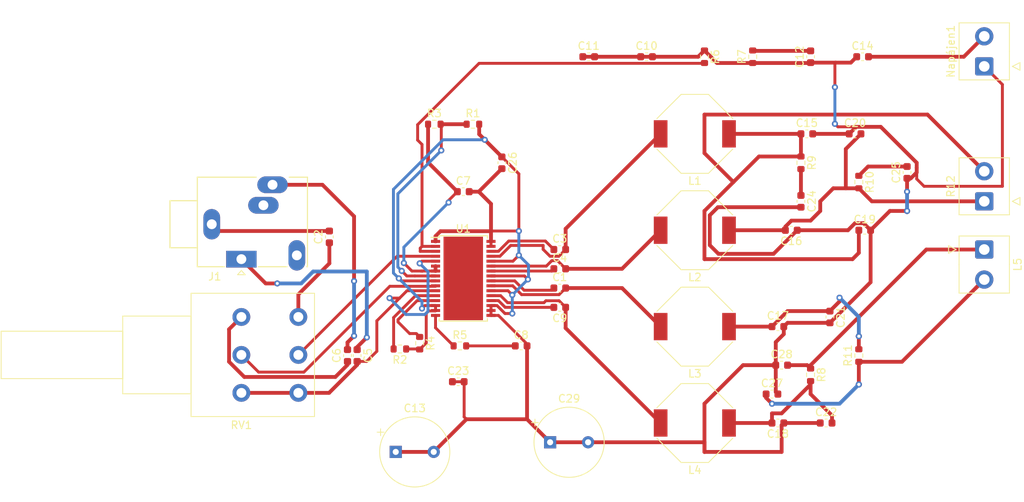
<source format=kicad_pcb>
(kicad_pcb (version 20171130) (host pcbnew "(5.1.8)-1")

  (general
    (thickness 1.6)
    (drawings 0)
    (tracks 391)
    (zones 0)
    (modules 50)
    (nets 35)
  )

  (page A4)
  (layers
    (0 F.Cu signal)
    (31 B.Cu signal)
    (32 B.Adhes user)
    (33 F.Adhes user)
    (34 B.Paste user)
    (35 F.Paste user)
    (36 B.SilkS user)
    (37 F.SilkS user)
    (38 B.Mask user)
    (39 F.Mask user)
    (40 Dwgs.User user)
    (41 Cmts.User user)
    (42 Eco1.User user)
    (43 Eco2.User user)
    (44 Edge.Cuts user)
    (45 Margin user)
    (46 B.CrtYd user)
    (47 F.CrtYd user)
    (48 B.Fab user)
    (49 F.Fab user)
  )

  (setup
    (last_trace_width 0.38)
    (user_trace_width 0.38)
    (user_trace_width 0.5)
    (trace_clearance 0.2)
    (zone_clearance 0.508)
    (zone_45_only no)
    (trace_min 0.2)
    (via_size 0.8)
    (via_drill 0.4)
    (via_min_size 0.4)
    (via_min_drill 0.3)
    (uvia_size 0.3)
    (uvia_drill 0.1)
    (uvias_allowed no)
    (uvia_min_size 0.2)
    (uvia_min_drill 0.1)
    (edge_width 0.05)
    (segment_width 0.2)
    (pcb_text_width 0.3)
    (pcb_text_size 1.5 1.5)
    (mod_edge_width 0.12)
    (mod_text_size 1 1)
    (mod_text_width 0.15)
    (pad_size 4 2.2)
    (pad_drill 1.3)
    (pad_to_mask_clearance 0)
    (aux_axis_origin 0 0)
    (visible_elements 7FFFFFFF)
    (pcbplotparams
      (layerselection 0x010fc_ffffffff)
      (usegerberextensions false)
      (usegerberattributes true)
      (usegerberadvancedattributes true)
      (creategerberjobfile true)
      (excludeedgelayer true)
      (linewidth 0.100000)
      (plotframeref false)
      (viasonmask false)
      (mode 1)
      (useauxorigin false)
      (hpglpennumber 1)
      (hpglpenspeed 20)
      (hpglpendiameter 15.000000)
      (psnegative false)
      (psa4output false)
      (plotreference true)
      (plotvalue true)
      (plotinvisibletext false)
      (padsonsilk false)
      (subtractmaskfromsilk false)
      (outputformat 1)
      (mirror false)
      (drillshape 1)
      (scaleselection 1)
      (outputdirectory ""))
  )

  (net 0 "")
  (net 1 "Net-(C2-Pad2)")
  (net 2 "Net-(C2-Pad1)")
  (net 3 "Net-(C5-Pad1)")
  (net 4 "Net-(C6-Pad2)")
  (net 5 "Net-(C6-Pad1)")
  (net 6 "Net-(C8-Pad1)")
  (net 7 "Net-(C12-Pad2)")
  (net 8 "Net-(C14-Pad2)")
  (net 9 "Net-(C15-Pad1)")
  (net 10 "Net-(C16-Pad2)")
  (net 11 "Net-(C17-Pad1)")
  (net 12 "Net-(C18-Pad2)")
  (net 13 "Net-(C24-Pad1)")
  (net 14 "Net-(C25-Pad2)")
  (net 15 "Net-(C27-Pad1)")
  (net 16 "Net-(C28-Pad2)")
  (net 17 OUTPL)
  (net 18 24)
  (net 19 OUTPR)
  (net 20 30)
  (net 21 OUTNR)
  (net 22 26)
  (net 23 ZEM)
  (net 24 15)
  (net 25 PLIMIT)
  (net 26 20)
  (net 27 OUTNL)
  (net 28 GAIN_SLV)
  (net 29 MUTE)
  (net 30 13)
  (net 31 SYNC)
  (net 32 FAULTZ)
  (net 33 4)
  (net 34 10)

  (net_class Default "Toto je výchozí třída sítě."
    (clearance 0.2)
    (trace_width 0.25)
    (via_dia 0.8)
    (via_drill 0.4)
    (uvia_dia 0.3)
    (uvia_drill 0.1)
    (add_net 10)
    (add_net 13)
    (add_net 15)
    (add_net 20)
    (add_net 24)
    (add_net 26)
    (add_net 30)
    (add_net 4)
    (add_net FAULTZ)
    (add_net GAIN_SLV)
    (add_net MUTE)
    (add_net "Net-(C12-Pad2)")
    (add_net "Net-(C14-Pad2)")
    (add_net "Net-(C15-Pad1)")
    (add_net "Net-(C16-Pad2)")
    (add_net "Net-(C17-Pad1)")
    (add_net "Net-(C18-Pad2)")
    (add_net "Net-(C2-Pad1)")
    (add_net "Net-(C2-Pad2)")
    (add_net "Net-(C24-Pad1)")
    (add_net "Net-(C25-Pad2)")
    (add_net "Net-(C27-Pad1)")
    (add_net "Net-(C28-Pad2)")
    (add_net "Net-(C5-Pad1)")
    (add_net "Net-(C6-Pad1)")
    (add_net "Net-(C6-Pad2)")
    (add_net "Net-(C8-Pad1)")
    (add_net OUTNL)
    (add_net OUTNR)
    (add_net OUTPL)
    (add_net OUTPR)
    (add_net PLIMIT)
    (add_net SYNC)
    (add_net ZEM)
  )

  (module Resistor_SMD:R_0603_1608Metric (layer F.Cu) (tedit 5F68FEEE) (tstamp 5FF35F0B)
    (at 182.88 121.92 90)
    (descr "Resistor SMD 0603 (1608 Metric), square (rectangular) end terminal, IPC_7351 nominal, (Body size source: IPC-SM-782 page 72, https://www.pcb-3d.com/wordpress/wp-content/uploads/ipc-sm-782a_amendment_1_and_2.pdf), generated with kicad-footprint-generator")
    (tags resistor)
    (path /5FF08CEC)
    (attr smd)
    (fp_text reference R11 (at 0 -1.43 90) (layer F.SilkS)
      (effects (font (size 1 1) (thickness 0.15)))
    )
    (fp_text value 3.3 (at 0 1.43 90) (layer F.Fab)
      (effects (font (size 1 1) (thickness 0.15)))
    )
    (fp_text user %R (at 0 0 180) (layer F.Fab)
      (effects (font (size 0.4 0.4) (thickness 0.06)))
    )
    (fp_line (start -0.8 0.4125) (end -0.8 -0.4125) (layer F.Fab) (width 0.1))
    (fp_line (start -0.8 -0.4125) (end 0.8 -0.4125) (layer F.Fab) (width 0.1))
    (fp_line (start 0.8 -0.4125) (end 0.8 0.4125) (layer F.Fab) (width 0.1))
    (fp_line (start 0.8 0.4125) (end -0.8 0.4125) (layer F.Fab) (width 0.1))
    (fp_line (start -0.237258 -0.5225) (end 0.237258 -0.5225) (layer F.SilkS) (width 0.12))
    (fp_line (start -0.237258 0.5225) (end 0.237258 0.5225) (layer F.SilkS) (width 0.12))
    (fp_line (start -1.48 0.73) (end -1.48 -0.73) (layer F.CrtYd) (width 0.05))
    (fp_line (start -1.48 -0.73) (end 1.48 -0.73) (layer F.CrtYd) (width 0.05))
    (fp_line (start 1.48 -0.73) (end 1.48 0.73) (layer F.CrtYd) (width 0.05))
    (fp_line (start 1.48 0.73) (end -1.48 0.73) (layer F.CrtYd) (width 0.05))
    (pad 2 smd roundrect (at 0.825 0 90) (size 0.8 0.95) (layers F.Cu F.Paste F.Mask) (roundrect_rratio 0.25)
      (net 11 "Net-(C17-Pad1)"))
    (pad 1 smd roundrect (at -0.825 0 90) (size 0.8 0.95) (layers F.Cu F.Paste F.Mask) (roundrect_rratio 0.25)
      (net 15 "Net-(C27-Pad1)"))
    (model ${KISYS3DMOD}/Resistor_SMD.3dshapes/R_0603_1608Metric.wrl
      (at (xyz 0 0 0))
      (scale (xyz 1 1 1))
      (rotate (xyz 0 0 0))
    )
  )

  (module Resistor_SMD:R_0603_1608Metric (layer F.Cu) (tedit 5F68FEEE) (tstamp 5FF35EFA)
    (at 182.88 99.06 270)
    (descr "Resistor SMD 0603 (1608 Metric), square (rectangular) end terminal, IPC_7351 nominal, (Body size source: IPC-SM-782 page 72, https://www.pcb-3d.com/wordpress/wp-content/uploads/ipc-sm-782a_amendment_1_and_2.pdf), generated with kicad-footprint-generator")
    (tags resistor)
    (path /5FF05CA5)
    (attr smd)
    (fp_text reference R10 (at 0 -1.43 90) (layer F.SilkS)
      (effects (font (size 1 1) (thickness 0.15)))
    )
    (fp_text value 3.3 (at 0 1.43 90) (layer F.Fab)
      (effects (font (size 1 1) (thickness 0.15)))
    )
    (fp_text user %R (at 0 0 90) (layer F.Fab)
      (effects (font (size 0.4 0.4) (thickness 0.06)))
    )
    (fp_line (start -0.8 0.4125) (end -0.8 -0.4125) (layer F.Fab) (width 0.1))
    (fp_line (start -0.8 -0.4125) (end 0.8 -0.4125) (layer F.Fab) (width 0.1))
    (fp_line (start 0.8 -0.4125) (end 0.8 0.4125) (layer F.Fab) (width 0.1))
    (fp_line (start 0.8 0.4125) (end -0.8 0.4125) (layer F.Fab) (width 0.1))
    (fp_line (start -0.237258 -0.5225) (end 0.237258 -0.5225) (layer F.SilkS) (width 0.12))
    (fp_line (start -0.237258 0.5225) (end 0.237258 0.5225) (layer F.SilkS) (width 0.12))
    (fp_line (start -1.48 0.73) (end -1.48 -0.73) (layer F.CrtYd) (width 0.05))
    (fp_line (start -1.48 -0.73) (end 1.48 -0.73) (layer F.CrtYd) (width 0.05))
    (fp_line (start 1.48 -0.73) (end 1.48 0.73) (layer F.CrtYd) (width 0.05))
    (fp_line (start 1.48 0.73) (end -1.48 0.73) (layer F.CrtYd) (width 0.05))
    (pad 2 smd roundrect (at 0.825 0 270) (size 0.8 0.95) (layers F.Cu F.Paste F.Mask) (roundrect_rratio 0.25)
      (net 10 "Net-(C16-Pad2)"))
    (pad 1 smd roundrect (at -0.825 0 270) (size 0.8 0.95) (layers F.Cu F.Paste F.Mask) (roundrect_rratio 0.25)
      (net 14 "Net-(C25-Pad2)"))
    (model ${KISYS3DMOD}/Resistor_SMD.3dshapes/R_0603_1608Metric.wrl
      (at (xyz 0 0 0))
      (scale (xyz 1 1 1))
      (rotate (xyz 0 0 0))
    )
  )

  (module Resistor_SMD:R_0603_1608Metric (layer F.Cu) (tedit 5F68FEEE) (tstamp 5FF35EE9)
    (at 175.26 96.52 270)
    (descr "Resistor SMD 0603 (1608 Metric), square (rectangular) end terminal, IPC_7351 nominal, (Body size source: IPC-SM-782 page 72, https://www.pcb-3d.com/wordpress/wp-content/uploads/ipc-sm-782a_amendment_1_and_2.pdf), generated with kicad-footprint-generator")
    (tags resistor)
    (path /5FF04AD0)
    (attr smd)
    (fp_text reference R9 (at 0 -1.43 90) (layer F.SilkS)
      (effects (font (size 1 1) (thickness 0.15)))
    )
    (fp_text value 3.3 (at 0 1.43 90) (layer F.Fab)
      (effects (font (size 1 1) (thickness 0.15)))
    )
    (fp_text user %R (at 0 0 90) (layer F.Fab)
      (effects (font (size 0.4 0.4) (thickness 0.06)))
    )
    (fp_line (start -0.8 0.4125) (end -0.8 -0.4125) (layer F.Fab) (width 0.1))
    (fp_line (start -0.8 -0.4125) (end 0.8 -0.4125) (layer F.Fab) (width 0.1))
    (fp_line (start 0.8 -0.4125) (end 0.8 0.4125) (layer F.Fab) (width 0.1))
    (fp_line (start 0.8 0.4125) (end -0.8 0.4125) (layer F.Fab) (width 0.1))
    (fp_line (start -0.237258 -0.5225) (end 0.237258 -0.5225) (layer F.SilkS) (width 0.12))
    (fp_line (start -0.237258 0.5225) (end 0.237258 0.5225) (layer F.SilkS) (width 0.12))
    (fp_line (start -1.48 0.73) (end -1.48 -0.73) (layer F.CrtYd) (width 0.05))
    (fp_line (start -1.48 -0.73) (end 1.48 -0.73) (layer F.CrtYd) (width 0.05))
    (fp_line (start 1.48 -0.73) (end 1.48 0.73) (layer F.CrtYd) (width 0.05))
    (fp_line (start 1.48 0.73) (end -1.48 0.73) (layer F.CrtYd) (width 0.05))
    (pad 2 smd roundrect (at 0.825 0 270) (size 0.8 0.95) (layers F.Cu F.Paste F.Mask) (roundrect_rratio 0.25)
      (net 13 "Net-(C24-Pad1)"))
    (pad 1 smd roundrect (at -0.825 0 270) (size 0.8 0.95) (layers F.Cu F.Paste F.Mask) (roundrect_rratio 0.25)
      (net 9 "Net-(C15-Pad1)"))
    (model ${KISYS3DMOD}/Resistor_SMD.3dshapes/R_0603_1608Metric.wrl
      (at (xyz 0 0 0))
      (scale (xyz 1 1 1))
      (rotate (xyz 0 0 0))
    )
  )

  (module Resistor_SMD:R_0603_1608Metric (layer F.Cu) (tedit 5F68FEEE) (tstamp 5FF35ED8)
    (at 176.53 124.46 270)
    (descr "Resistor SMD 0603 (1608 Metric), square (rectangular) end terminal, IPC_7351 nominal, (Body size source: IPC-SM-782 page 72, https://www.pcb-3d.com/wordpress/wp-content/uploads/ipc-sm-782a_amendment_1_and_2.pdf), generated with kicad-footprint-generator")
    (tags resistor)
    (path /5FF0A01C)
    (attr smd)
    (fp_text reference R8 (at 0 -1.43 90) (layer F.SilkS)
      (effects (font (size 1 1) (thickness 0.15)))
    )
    (fp_text value 3.3 (at 0 1.43 90) (layer F.Fab)
      (effects (font (size 1 1) (thickness 0.15)))
    )
    (fp_text user %R (at 0 0 90) (layer F.Fab)
      (effects (font (size 0.4 0.4) (thickness 0.06)))
    )
    (fp_line (start -0.8 0.4125) (end -0.8 -0.4125) (layer F.Fab) (width 0.1))
    (fp_line (start -0.8 -0.4125) (end 0.8 -0.4125) (layer F.Fab) (width 0.1))
    (fp_line (start 0.8 -0.4125) (end 0.8 0.4125) (layer F.Fab) (width 0.1))
    (fp_line (start 0.8 0.4125) (end -0.8 0.4125) (layer F.Fab) (width 0.1))
    (fp_line (start -0.237258 -0.5225) (end 0.237258 -0.5225) (layer F.SilkS) (width 0.12))
    (fp_line (start -0.237258 0.5225) (end 0.237258 0.5225) (layer F.SilkS) (width 0.12))
    (fp_line (start -1.48 0.73) (end -1.48 -0.73) (layer F.CrtYd) (width 0.05))
    (fp_line (start -1.48 -0.73) (end 1.48 -0.73) (layer F.CrtYd) (width 0.05))
    (fp_line (start 1.48 -0.73) (end 1.48 0.73) (layer F.CrtYd) (width 0.05))
    (fp_line (start 1.48 0.73) (end -1.48 0.73) (layer F.CrtYd) (width 0.05))
    (pad 2 smd roundrect (at 0.825 0 270) (size 0.8 0.95) (layers F.Cu F.Paste F.Mask) (roundrect_rratio 0.25)
      (net 12 "Net-(C18-Pad2)"))
    (pad 1 smd roundrect (at -0.825 0 270) (size 0.8 0.95) (layers F.Cu F.Paste F.Mask) (roundrect_rratio 0.25)
      (net 16 "Net-(C28-Pad2)"))
    (model ${KISYS3DMOD}/Resistor_SMD.3dshapes/R_0603_1608Metric.wrl
      (at (xyz 0 0 0))
      (scale (xyz 1 1 1))
      (rotate (xyz 0 0 0))
    )
  )

  (module Resistor_SMD:R_0603_1608Metric (layer F.Cu) (tedit 5F68FEEE) (tstamp 5FF35EC7)
    (at 168.91 82.55 90)
    (descr "Resistor SMD 0603 (1608 Metric), square (rectangular) end terminal, IPC_7351 nominal, (Body size source: IPC-SM-782 page 72, https://www.pcb-3d.com/wordpress/wp-content/uploads/ipc-sm-782a_amendment_1_and_2.pdf), generated with kicad-footprint-generator")
    (tags resistor)
    (path /5FDC36F6)
    (attr smd)
    (fp_text reference R7 (at 0 -1.43 90) (layer F.SilkS)
      (effects (font (size 1 1) (thickness 0.15)))
    )
    (fp_text value 3.3 (at 0 1.43 90) (layer F.Fab)
      (effects (font (size 1 1) (thickness 0.15)))
    )
    (fp_text user %R (at 0 0 90) (layer F.Fab)
      (effects (font (size 0.4 0.4) (thickness 0.06)))
    )
    (fp_line (start -0.8 0.4125) (end -0.8 -0.4125) (layer F.Fab) (width 0.1))
    (fp_line (start -0.8 -0.4125) (end 0.8 -0.4125) (layer F.Fab) (width 0.1))
    (fp_line (start 0.8 -0.4125) (end 0.8 0.4125) (layer F.Fab) (width 0.1))
    (fp_line (start 0.8 0.4125) (end -0.8 0.4125) (layer F.Fab) (width 0.1))
    (fp_line (start -0.237258 -0.5225) (end 0.237258 -0.5225) (layer F.SilkS) (width 0.12))
    (fp_line (start -0.237258 0.5225) (end 0.237258 0.5225) (layer F.SilkS) (width 0.12))
    (fp_line (start -1.48 0.73) (end -1.48 -0.73) (layer F.CrtYd) (width 0.05))
    (fp_line (start -1.48 -0.73) (end 1.48 -0.73) (layer F.CrtYd) (width 0.05))
    (fp_line (start 1.48 -0.73) (end 1.48 0.73) (layer F.CrtYd) (width 0.05))
    (fp_line (start 1.48 0.73) (end -1.48 0.73) (layer F.CrtYd) (width 0.05))
    (pad 2 smd roundrect (at 0.825 0 90) (size 0.8 0.95) (layers F.Cu F.Paste F.Mask) (roundrect_rratio 0.25)
      (net 7 "Net-(C12-Pad2)"))
    (pad 1 smd roundrect (at -0.825 0 90) (size 0.8 0.95) (layers F.Cu F.Paste F.Mask) (roundrect_rratio 0.25)
      (net 24 15))
    (model ${KISYS3DMOD}/Resistor_SMD.3dshapes/R_0603_1608Metric.wrl
      (at (xyz 0 0 0))
      (scale (xyz 1 1 1))
      (rotate (xyz 0 0 0))
    )
  )

  (module Resistor_SMD:R_0603_1608Metric (layer F.Cu) (tedit 5F68FEEE) (tstamp 5FF35EB6)
    (at 162.56 82.55 270)
    (descr "Resistor SMD 0603 (1608 Metric), square (rectangular) end terminal, IPC_7351 nominal, (Body size source: IPC-SM-782 page 72, https://www.pcb-3d.com/wordpress/wp-content/uploads/ipc-sm-782a_amendment_1_and_2.pdf), generated with kicad-footprint-generator")
    (tags resistor)
    (path /5FDC2794)
    (attr smd)
    (fp_text reference R6 (at 0 -1.43 90) (layer F.SilkS)
      (effects (font (size 1 1) (thickness 0.15)))
    )
    (fp_text value 100k (at 0 1.43 90) (layer F.Fab)
      (effects (font (size 1 1) (thickness 0.15)))
    )
    (fp_text user %R (at 0 0 90) (layer F.Fab)
      (effects (font (size 0.4 0.4) (thickness 0.06)))
    )
    (fp_line (start -0.8 0.4125) (end -0.8 -0.4125) (layer F.Fab) (width 0.1))
    (fp_line (start -0.8 -0.4125) (end 0.8 -0.4125) (layer F.Fab) (width 0.1))
    (fp_line (start 0.8 -0.4125) (end 0.8 0.4125) (layer F.Fab) (width 0.1))
    (fp_line (start 0.8 0.4125) (end -0.8 0.4125) (layer F.Fab) (width 0.1))
    (fp_line (start -0.237258 -0.5225) (end 0.237258 -0.5225) (layer F.SilkS) (width 0.12))
    (fp_line (start -0.237258 0.5225) (end 0.237258 0.5225) (layer F.SilkS) (width 0.12))
    (fp_line (start -1.48 0.73) (end -1.48 -0.73) (layer F.CrtYd) (width 0.05))
    (fp_line (start -1.48 -0.73) (end 1.48 -0.73) (layer F.CrtYd) (width 0.05))
    (fp_line (start 1.48 -0.73) (end 1.48 0.73) (layer F.CrtYd) (width 0.05))
    (fp_line (start 1.48 0.73) (end -1.48 0.73) (layer F.CrtYd) (width 0.05))
    (pad 2 smd roundrect (at 0.825 0 270) (size 0.8 0.95) (layers F.Cu F.Paste F.Mask) (roundrect_rratio 0.25)
      (net 32 FAULTZ))
    (pad 1 smd roundrect (at -0.825 0 270) (size 0.8 0.95) (layers F.Cu F.Paste F.Mask) (roundrect_rratio 0.25)
      (net 24 15))
    (model ${KISYS3DMOD}/Resistor_SMD.3dshapes/R_0603_1608Metric.wrl
      (at (xyz 0 0 0))
      (scale (xyz 1 1 1))
      (rotate (xyz 0 0 0))
    )
  )

  (module Resistor_SMD:R_0603_1608Metric (layer F.Cu) (tedit 5F68FEEE) (tstamp 5FF35EA5)
    (at 130.365 120.65)
    (descr "Resistor SMD 0603 (1608 Metric), square (rectangular) end terminal, IPC_7351 nominal, (Body size source: IPC-SM-782 page 72, https://www.pcb-3d.com/wordpress/wp-content/uploads/ipc-sm-782a_amendment_1_and_2.pdf), generated with kicad-footprint-generator")
    (tags resistor)
    (path /5FE305D6)
    (attr smd)
    (fp_text reference R5 (at 0 -1.43) (layer F.SilkS)
      (effects (font (size 1 1) (thickness 0.15)))
    )
    (fp_text value 4,7k (at 0 1.43) (layer F.Fab)
      (effects (font (size 1 1) (thickness 0.15)))
    )
    (fp_text user %R (at 0 0) (layer F.Fab)
      (effects (font (size 0.4 0.4) (thickness 0.06)))
    )
    (fp_line (start -0.8 0.4125) (end -0.8 -0.4125) (layer F.Fab) (width 0.1))
    (fp_line (start -0.8 -0.4125) (end 0.8 -0.4125) (layer F.Fab) (width 0.1))
    (fp_line (start 0.8 -0.4125) (end 0.8 0.4125) (layer F.Fab) (width 0.1))
    (fp_line (start 0.8 0.4125) (end -0.8 0.4125) (layer F.Fab) (width 0.1))
    (fp_line (start -0.237258 -0.5225) (end 0.237258 -0.5225) (layer F.SilkS) (width 0.12))
    (fp_line (start -0.237258 0.5225) (end 0.237258 0.5225) (layer F.SilkS) (width 0.12))
    (fp_line (start -1.48 0.73) (end -1.48 -0.73) (layer F.CrtYd) (width 0.05))
    (fp_line (start -1.48 -0.73) (end 1.48 -0.73) (layer F.CrtYd) (width 0.05))
    (fp_line (start 1.48 -0.73) (end 1.48 0.73) (layer F.CrtYd) (width 0.05))
    (fp_line (start 1.48 0.73) (end -1.48 0.73) (layer F.CrtYd) (width 0.05))
    (pad 2 smd roundrect (at 0.825 0) (size 0.8 0.95) (layers F.Cu F.Paste F.Mask) (roundrect_rratio 0.25)
      (net 6 "Net-(C8-Pad1)"))
    (pad 1 smd roundrect (at -0.825 0) (size 0.8 0.95) (layers F.Cu F.Paste F.Mask) (roundrect_rratio 0.25)
      (net 31 SYNC))
    (model ${KISYS3DMOD}/Resistor_SMD.3dshapes/R_0603_1608Metric.wrl
      (at (xyz 0 0 0))
      (scale (xyz 1 1 1))
      (rotate (xyz 0 0 0))
    )
  )

  (module Resistor_SMD:R_0603_1608Metric (layer F.Cu) (tedit 5F68FEEE) (tstamp 5FF35E94)
    (at 125.0696 120.2944 270)
    (descr "Resistor SMD 0603 (1608 Metric), square (rectangular) end terminal, IPC_7351 nominal, (Body size source: IPC-SM-782 page 72, https://www.pcb-3d.com/wordpress/wp-content/uploads/ipc-sm-782a_amendment_1_and_2.pdf), generated with kicad-footprint-generator")
    (tags resistor)
    (path /5FE18531)
    (attr smd)
    (fp_text reference R4 (at 0 -1.43 90) (layer F.SilkS)
      (effects (font (size 1 1) (thickness 0.15)))
    )
    (fp_text value 100k (at 0 1.43 90) (layer F.Fab)
      (effects (font (size 1 1) (thickness 0.15)))
    )
    (fp_text user %R (at 0 0 90) (layer F.Fab)
      (effects (font (size 0.4 0.4) (thickness 0.06)))
    )
    (fp_line (start -0.8 0.4125) (end -0.8 -0.4125) (layer F.Fab) (width 0.1))
    (fp_line (start -0.8 -0.4125) (end 0.8 -0.4125) (layer F.Fab) (width 0.1))
    (fp_line (start 0.8 -0.4125) (end 0.8 0.4125) (layer F.Fab) (width 0.1))
    (fp_line (start 0.8 0.4125) (end -0.8 0.4125) (layer F.Fab) (width 0.1))
    (fp_line (start -0.237258 -0.5225) (end 0.237258 -0.5225) (layer F.SilkS) (width 0.12))
    (fp_line (start -0.237258 0.5225) (end 0.237258 0.5225) (layer F.SilkS) (width 0.12))
    (fp_line (start -1.48 0.73) (end -1.48 -0.73) (layer F.CrtYd) (width 0.05))
    (fp_line (start -1.48 -0.73) (end 1.48 -0.73) (layer F.CrtYd) (width 0.05))
    (fp_line (start 1.48 -0.73) (end 1.48 0.73) (layer F.CrtYd) (width 0.05))
    (fp_line (start 1.48 0.73) (end -1.48 0.73) (layer F.CrtYd) (width 0.05))
    (pad 2 smd roundrect (at 0.825 0 270) (size 0.8 0.95) (layers F.Cu F.Paste F.Mask) (roundrect_rratio 0.25)
      (net 24 15))
    (pad 1 smd roundrect (at -0.825 0 270) (size 0.8 0.95) (layers F.Cu F.Paste F.Mask) (roundrect_rratio 0.25)
      (net 30 13))
    (model ${KISYS3DMOD}/Resistor_SMD.3dshapes/R_0603_1608Metric.wrl
      (at (xyz 0 0 0))
      (scale (xyz 1 1 1))
      (rotate (xyz 0 0 0))
    )
  )

  (module Resistor_SMD:R_0603_1608Metric (layer F.Cu) (tedit 5F68FEEE) (tstamp 5FF35E83)
    (at 127 91.44)
    (descr "Resistor SMD 0603 (1608 Metric), square (rectangular) end terminal, IPC_7351 nominal, (Body size source: IPC-SM-782 page 72, https://www.pcb-3d.com/wordpress/wp-content/uploads/ipc-sm-782a_amendment_1_and_2.pdf), generated with kicad-footprint-generator")
    (tags resistor)
    (path /5FE06820)
    (attr smd)
    (fp_text reference R3 (at 0 -1.43) (layer F.SilkS)
      (effects (font (size 1 1) (thickness 0.15)))
    )
    (fp_text value 100k (at 0 1.43) (layer F.Fab)
      (effects (font (size 1 1) (thickness 0.15)))
    )
    (fp_text user %R (at 0 0) (layer F.Fab)
      (effects (font (size 0.4 0.4) (thickness 0.06)))
    )
    (fp_line (start -0.8 0.4125) (end -0.8 -0.4125) (layer F.Fab) (width 0.1))
    (fp_line (start -0.8 -0.4125) (end 0.8 -0.4125) (layer F.Fab) (width 0.1))
    (fp_line (start 0.8 -0.4125) (end 0.8 0.4125) (layer F.Fab) (width 0.1))
    (fp_line (start 0.8 0.4125) (end -0.8 0.4125) (layer F.Fab) (width 0.1))
    (fp_line (start -0.237258 -0.5225) (end 0.237258 -0.5225) (layer F.SilkS) (width 0.12))
    (fp_line (start -0.237258 0.5225) (end 0.237258 0.5225) (layer F.SilkS) (width 0.12))
    (fp_line (start -1.48 0.73) (end -1.48 -0.73) (layer F.CrtYd) (width 0.05))
    (fp_line (start -1.48 -0.73) (end 1.48 -0.73) (layer F.CrtYd) (width 0.05))
    (fp_line (start 1.48 -0.73) (end 1.48 0.73) (layer F.CrtYd) (width 0.05))
    (fp_line (start 1.48 0.73) (end -1.48 0.73) (layer F.CrtYd) (width 0.05))
    (pad 2 smd roundrect (at 0.825 0) (size 0.8 0.95) (layers F.Cu F.Paste F.Mask) (roundrect_rratio 0.25)
      (net 28 GAIN_SLV))
    (pad 1 smd roundrect (at -0.825 0) (size 0.8 0.95) (layers F.Cu F.Paste F.Mask) (roundrect_rratio 0.25)
      (net 25 PLIMIT))
    (model ${KISYS3DMOD}/Resistor_SMD.3dshapes/R_0603_1608Metric.wrl
      (at (xyz 0 0 0))
      (scale (xyz 1 1 1))
      (rotate (xyz 0 0 0))
    )
  )

  (module Resistor_SMD:R_0603_1608Metric (layer F.Cu) (tedit 5F68FEEE) (tstamp 5FF35E72)
    (at 122.4666 121.0564 180)
    (descr "Resistor SMD 0603 (1608 Metric), square (rectangular) end terminal, IPC_7351 nominal, (Body size source: IPC-SM-782 page 72, https://www.pcb-3d.com/wordpress/wp-content/uploads/ipc-sm-782a_amendment_1_and_2.pdf), generated with kicad-footprint-generator")
    (tags resistor)
    (path /5FE1B3E4)
    (attr smd)
    (fp_text reference R2 (at 0 -1.43) (layer F.SilkS)
      (effects (font (size 1 1) (thickness 0.15)))
    )
    (fp_text value 100k (at 0 1.43) (layer F.Fab)
      (effects (font (size 1 1) (thickness 0.15)))
    )
    (fp_text user %R (at 0 0) (layer F.Fab)
      (effects (font (size 0.4 0.4) (thickness 0.06)))
    )
    (fp_line (start -0.8 0.4125) (end -0.8 -0.4125) (layer F.Fab) (width 0.1))
    (fp_line (start -0.8 -0.4125) (end 0.8 -0.4125) (layer F.Fab) (width 0.1))
    (fp_line (start 0.8 -0.4125) (end 0.8 0.4125) (layer F.Fab) (width 0.1))
    (fp_line (start 0.8 0.4125) (end -0.8 0.4125) (layer F.Fab) (width 0.1))
    (fp_line (start -0.237258 -0.5225) (end 0.237258 -0.5225) (layer F.SilkS) (width 0.12))
    (fp_line (start -0.237258 0.5225) (end 0.237258 0.5225) (layer F.SilkS) (width 0.12))
    (fp_line (start -1.48 0.73) (end -1.48 -0.73) (layer F.CrtYd) (width 0.05))
    (fp_line (start -1.48 -0.73) (end 1.48 -0.73) (layer F.CrtYd) (width 0.05))
    (fp_line (start 1.48 -0.73) (end 1.48 0.73) (layer F.CrtYd) (width 0.05))
    (fp_line (start 1.48 0.73) (end -1.48 0.73) (layer F.CrtYd) (width 0.05))
    (pad 2 smd roundrect (at 0.825 0 180) (size 0.8 0.95) (layers F.Cu F.Paste F.Mask) (roundrect_rratio 0.25)
      (net 29 MUTE))
    (pad 1 smd roundrect (at -0.825 0 180) (size 0.8 0.95) (layers F.Cu F.Paste F.Mask) (roundrect_rratio 0.25)
      (net 24 15))
    (model ${KISYS3DMOD}/Resistor_SMD.3dshapes/R_0603_1608Metric.wrl
      (at (xyz 0 0 0))
      (scale (xyz 1 1 1))
      (rotate (xyz 0 0 0))
    )
  )

  (module Resistor_SMD:R_0603_1608Metric (layer F.Cu) (tedit 5F68FEEE) (tstamp 5FF35E61)
    (at 132.08 91.44)
    (descr "Resistor SMD 0603 (1608 Metric), square (rectangular) end terminal, IPC_7351 nominal, (Body size source: IPC-SM-782 page 72, https://www.pcb-3d.com/wordpress/wp-content/uploads/ipc-sm-782a_amendment_1_and_2.pdf), generated with kicad-footprint-generator")
    (tags resistor)
    (path /5FE08E9A)
    (attr smd)
    (fp_text reference R1 (at 0 -1.43) (layer F.SilkS)
      (effects (font (size 1 1) (thickness 0.15)))
    )
    (fp_text value 20k (at 0 1.43) (layer F.Fab)
      (effects (font (size 1 1) (thickness 0.15)))
    )
    (fp_text user %R (at 0 0) (layer F.Fab)
      (effects (font (size 0.4 0.4) (thickness 0.06)))
    )
    (fp_line (start -0.8 0.4125) (end -0.8 -0.4125) (layer F.Fab) (width 0.1))
    (fp_line (start -0.8 -0.4125) (end 0.8 -0.4125) (layer F.Fab) (width 0.1))
    (fp_line (start 0.8 -0.4125) (end 0.8 0.4125) (layer F.Fab) (width 0.1))
    (fp_line (start 0.8 0.4125) (end -0.8 0.4125) (layer F.Fab) (width 0.1))
    (fp_line (start -0.237258 -0.5225) (end 0.237258 -0.5225) (layer F.SilkS) (width 0.12))
    (fp_line (start -0.237258 0.5225) (end 0.237258 0.5225) (layer F.SilkS) (width 0.12))
    (fp_line (start -1.48 0.73) (end -1.48 -0.73) (layer F.CrtYd) (width 0.05))
    (fp_line (start -1.48 -0.73) (end 1.48 -0.73) (layer F.CrtYd) (width 0.05))
    (fp_line (start 1.48 -0.73) (end 1.48 0.73) (layer F.CrtYd) (width 0.05))
    (fp_line (start 1.48 0.73) (end -1.48 0.73) (layer F.CrtYd) (width 0.05))
    (pad 2 smd roundrect (at 0.825 0) (size 0.8 0.95) (layers F.Cu F.Paste F.Mask) (roundrect_rratio 0.25)
      (net 24 15))
    (pad 1 smd roundrect (at -0.825 0) (size 0.8 0.95) (layers F.Cu F.Paste F.Mask) (roundrect_rratio 0.25)
      (net 28 GAIN_SLV))
    (model ${KISYS3DMOD}/Resistor_SMD.3dshapes/R_0603_1608Metric.wrl
      (at (xyz 0 0 0))
      (scale (xyz 1 1 1))
      (rotate (xyz 0 0 0))
    )
  )

  (module Capacitor_SMD:C_0603_1608Metric (layer F.Cu) (tedit 5F68FEEE) (tstamp 5FF35D7F)
    (at 172.72 123.19)
    (descr "Capacitor SMD 0603 (1608 Metric), square (rectangular) end terminal, IPC_7351 nominal, (Body size source: IPC-SM-782 page 76, https://www.pcb-3d.com/wordpress/wp-content/uploads/ipc-sm-782a_amendment_1_and_2.pdf), generated with kicad-footprint-generator")
    (tags capacitor)
    (path /5FF09AFE)
    (attr smd)
    (fp_text reference C28 (at 0 -1.43) (layer F.SilkS)
      (effects (font (size 1 1) (thickness 0.15)))
    )
    (fp_text value 10nF (at 0 1.43) (layer F.Fab)
      (effects (font (size 1 1) (thickness 0.15)))
    )
    (fp_text user %R (at 0 0) (layer F.Fab)
      (effects (font (size 0.4 0.4) (thickness 0.06)))
    )
    (fp_line (start -0.8 0.4) (end -0.8 -0.4) (layer F.Fab) (width 0.1))
    (fp_line (start -0.8 -0.4) (end 0.8 -0.4) (layer F.Fab) (width 0.1))
    (fp_line (start 0.8 -0.4) (end 0.8 0.4) (layer F.Fab) (width 0.1))
    (fp_line (start 0.8 0.4) (end -0.8 0.4) (layer F.Fab) (width 0.1))
    (fp_line (start -0.14058 -0.51) (end 0.14058 -0.51) (layer F.SilkS) (width 0.12))
    (fp_line (start -0.14058 0.51) (end 0.14058 0.51) (layer F.SilkS) (width 0.12))
    (fp_line (start -1.48 0.73) (end -1.48 -0.73) (layer F.CrtYd) (width 0.05))
    (fp_line (start -1.48 -0.73) (end 1.48 -0.73) (layer F.CrtYd) (width 0.05))
    (fp_line (start 1.48 -0.73) (end 1.48 0.73) (layer F.CrtYd) (width 0.05))
    (fp_line (start 1.48 0.73) (end -1.48 0.73) (layer F.CrtYd) (width 0.05))
    (pad 2 smd roundrect (at 0.775 0) (size 0.9 0.95) (layers F.Cu F.Paste F.Mask) (roundrect_rratio 0.25)
      (net 16 "Net-(C28-Pad2)"))
    (pad 1 smd roundrect (at -0.775 0) (size 0.9 0.95) (layers F.Cu F.Paste F.Mask) (roundrect_rratio 0.25)
      (net 24 15))
    (model ${KISYS3DMOD}/Capacitor_SMD.3dshapes/C_0603_1608Metric.wrl
      (at (xyz 0 0 0))
      (scale (xyz 1 1 1))
      (rotate (xyz 0 0 0))
    )
  )

  (module Capacitor_SMD:C_0603_1608Metric (layer F.Cu) (tedit 5F68FEEE) (tstamp 5FF35D6E)
    (at 171.45 127)
    (descr "Capacitor SMD 0603 (1608 Metric), square (rectangular) end terminal, IPC_7351 nominal, (Body size source: IPC-SM-782 page 76, https://www.pcb-3d.com/wordpress/wp-content/uploads/ipc-sm-782a_amendment_1_and_2.pdf), generated with kicad-footprint-generator")
    (tags capacitor)
    (path /5FF095CF)
    (attr smd)
    (fp_text reference C27 (at 0 -1.43) (layer F.SilkS)
      (effects (font (size 1 1) (thickness 0.15)))
    )
    (fp_text value 10nF (at 0 1.43) (layer F.Fab)
      (effects (font (size 1 1) (thickness 0.15)))
    )
    (fp_text user %R (at 0 0) (layer F.Fab)
      (effects (font (size 0.4 0.4) (thickness 0.06)))
    )
    (fp_line (start -0.8 0.4) (end -0.8 -0.4) (layer F.Fab) (width 0.1))
    (fp_line (start -0.8 -0.4) (end 0.8 -0.4) (layer F.Fab) (width 0.1))
    (fp_line (start 0.8 -0.4) (end 0.8 0.4) (layer F.Fab) (width 0.1))
    (fp_line (start 0.8 0.4) (end -0.8 0.4) (layer F.Fab) (width 0.1))
    (fp_line (start -0.14058 -0.51) (end 0.14058 -0.51) (layer F.SilkS) (width 0.12))
    (fp_line (start -0.14058 0.51) (end 0.14058 0.51) (layer F.SilkS) (width 0.12))
    (fp_line (start -1.48 0.73) (end -1.48 -0.73) (layer F.CrtYd) (width 0.05))
    (fp_line (start -1.48 -0.73) (end 1.48 -0.73) (layer F.CrtYd) (width 0.05))
    (fp_line (start 1.48 -0.73) (end 1.48 0.73) (layer F.CrtYd) (width 0.05))
    (fp_line (start 1.48 0.73) (end -1.48 0.73) (layer F.CrtYd) (width 0.05))
    (pad 2 smd roundrect (at 0.775 0) (size 0.9 0.95) (layers F.Cu F.Paste F.Mask) (roundrect_rratio 0.25)
      (net 24 15))
    (pad 1 smd roundrect (at -0.775 0) (size 0.9 0.95) (layers F.Cu F.Paste F.Mask) (roundrect_rratio 0.25)
      (net 15 "Net-(C27-Pad1)"))
    (model ${KISYS3DMOD}/Capacitor_SMD.3dshapes/C_0603_1608Metric.wrl
      (at (xyz 0 0 0))
      (scale (xyz 1 1 1))
      (rotate (xyz 0 0 0))
    )
  )

  (module Capacitor_SMD:C_0603_1608Metric (layer F.Cu) (tedit 5F68FEEE) (tstamp 5FF35D5D)
    (at 135.89 96.52 270)
    (descr "Capacitor SMD 0603 (1608 Metric), square (rectangular) end terminal, IPC_7351 nominal, (Body size source: IPC-SM-782 page 76, https://www.pcb-3d.com/wordpress/wp-content/uploads/ipc-sm-782a_amendment_1_and_2.pdf), generated with kicad-footprint-generator")
    (tags capacitor)
    (path /5FDE8A72)
    (attr smd)
    (fp_text reference C26 (at 0 -1.43 90) (layer F.SilkS)
      (effects (font (size 1 1) (thickness 0.15)))
    )
    (fp_text value 100nF (at 0 1.43 90) (layer F.Fab)
      (effects (font (size 1 1) (thickness 0.15)))
    )
    (fp_text user %R (at 0 0 90) (layer F.Fab)
      (effects (font (size 0.4 0.4) (thickness 0.06)))
    )
    (fp_line (start -0.8 0.4) (end -0.8 -0.4) (layer F.Fab) (width 0.1))
    (fp_line (start -0.8 -0.4) (end 0.8 -0.4) (layer F.Fab) (width 0.1))
    (fp_line (start 0.8 -0.4) (end 0.8 0.4) (layer F.Fab) (width 0.1))
    (fp_line (start 0.8 0.4) (end -0.8 0.4) (layer F.Fab) (width 0.1))
    (fp_line (start -0.14058 -0.51) (end 0.14058 -0.51) (layer F.SilkS) (width 0.12))
    (fp_line (start -0.14058 0.51) (end 0.14058 0.51) (layer F.SilkS) (width 0.12))
    (fp_line (start -1.48 0.73) (end -1.48 -0.73) (layer F.CrtYd) (width 0.05))
    (fp_line (start -1.48 -0.73) (end 1.48 -0.73) (layer F.CrtYd) (width 0.05))
    (fp_line (start 1.48 -0.73) (end 1.48 0.73) (layer F.CrtYd) (width 0.05))
    (fp_line (start 1.48 0.73) (end -1.48 0.73) (layer F.CrtYd) (width 0.05))
    (pad 2 smd roundrect (at 0.775 0 270) (size 0.9 0.95) (layers F.Cu F.Paste F.Mask) (roundrect_rratio 0.25)
      (net 24 15))
    (pad 1 smd roundrect (at -0.775 0 270) (size 0.9 0.95) (layers F.Cu F.Paste F.Mask) (roundrect_rratio 0.25)
      (net 24 15))
    (model ${KISYS3DMOD}/Capacitor_SMD.3dshapes/C_0603_1608Metric.wrl
      (at (xyz 0 0 0))
      (scale (xyz 1 1 1))
      (rotate (xyz 0 0 0))
    )
  )

  (module Capacitor_SMD:C_0603_1608Metric (layer F.Cu) (tedit 5F68FEEE) (tstamp 5FF35D4C)
    (at 189.23 97.79 90)
    (descr "Capacitor SMD 0603 (1608 Metric), square (rectangular) end terminal, IPC_7351 nominal, (Body size source: IPC-SM-782 page 76, https://www.pcb-3d.com/wordpress/wp-content/uploads/ipc-sm-782a_amendment_1_and_2.pdf), generated with kicad-footprint-generator")
    (tags capacitor)
    (path /5FF06184)
    (attr smd)
    (fp_text reference C25 (at 0 -1.43 90) (layer F.SilkS)
      (effects (font (size 1 1) (thickness 0.15)))
    )
    (fp_text value 10nF (at 0 1.43 90) (layer F.Fab)
      (effects (font (size 1 1) (thickness 0.15)))
    )
    (fp_text user %R (at 0 0 90) (layer F.Fab)
      (effects (font (size 0.4 0.4) (thickness 0.06)))
    )
    (fp_line (start -0.8 0.4) (end -0.8 -0.4) (layer F.Fab) (width 0.1))
    (fp_line (start -0.8 -0.4) (end 0.8 -0.4) (layer F.Fab) (width 0.1))
    (fp_line (start 0.8 -0.4) (end 0.8 0.4) (layer F.Fab) (width 0.1))
    (fp_line (start 0.8 0.4) (end -0.8 0.4) (layer F.Fab) (width 0.1))
    (fp_line (start -0.14058 -0.51) (end 0.14058 -0.51) (layer F.SilkS) (width 0.12))
    (fp_line (start -0.14058 0.51) (end 0.14058 0.51) (layer F.SilkS) (width 0.12))
    (fp_line (start -1.48 0.73) (end -1.48 -0.73) (layer F.CrtYd) (width 0.05))
    (fp_line (start -1.48 -0.73) (end 1.48 -0.73) (layer F.CrtYd) (width 0.05))
    (fp_line (start 1.48 -0.73) (end 1.48 0.73) (layer F.CrtYd) (width 0.05))
    (fp_line (start 1.48 0.73) (end -1.48 0.73) (layer F.CrtYd) (width 0.05))
    (pad 2 smd roundrect (at 0.775 0 90) (size 0.9 0.95) (layers F.Cu F.Paste F.Mask) (roundrect_rratio 0.25)
      (net 14 "Net-(C25-Pad2)"))
    (pad 1 smd roundrect (at -0.775 0 90) (size 0.9 0.95) (layers F.Cu F.Paste F.Mask) (roundrect_rratio 0.25)
      (net 24 15))
    (model ${KISYS3DMOD}/Capacitor_SMD.3dshapes/C_0603_1608Metric.wrl
      (at (xyz 0 0 0))
      (scale (xyz 1 1 1))
      (rotate (xyz 0 0 0))
    )
  )

  (module Capacitor_SMD:C_0603_1608Metric (layer F.Cu) (tedit 5F68FEEE) (tstamp 5FF35D3B)
    (at 175.26 101.6 270)
    (descr "Capacitor SMD 0603 (1608 Metric), square (rectangular) end terminal, IPC_7351 nominal, (Body size source: IPC-SM-782 page 76, https://www.pcb-3d.com/wordpress/wp-content/uploads/ipc-sm-782a_amendment_1_and_2.pdf), generated with kicad-footprint-generator")
    (tags capacitor)
    (path /5FF04FAE)
    (attr smd)
    (fp_text reference C24 (at 0 -1.43 90) (layer F.SilkS)
      (effects (font (size 1 1) (thickness 0.15)))
    )
    (fp_text value 10nF (at 0 1.43 90) (layer F.Fab)
      (effects (font (size 1 1) (thickness 0.15)))
    )
    (fp_text user %R (at 0 0 90) (layer F.Fab)
      (effects (font (size 0.4 0.4) (thickness 0.06)))
    )
    (fp_line (start -0.8 0.4) (end -0.8 -0.4) (layer F.Fab) (width 0.1))
    (fp_line (start -0.8 -0.4) (end 0.8 -0.4) (layer F.Fab) (width 0.1))
    (fp_line (start 0.8 -0.4) (end 0.8 0.4) (layer F.Fab) (width 0.1))
    (fp_line (start 0.8 0.4) (end -0.8 0.4) (layer F.Fab) (width 0.1))
    (fp_line (start -0.14058 -0.51) (end 0.14058 -0.51) (layer F.SilkS) (width 0.12))
    (fp_line (start -0.14058 0.51) (end 0.14058 0.51) (layer F.SilkS) (width 0.12))
    (fp_line (start -1.48 0.73) (end -1.48 -0.73) (layer F.CrtYd) (width 0.05))
    (fp_line (start -1.48 -0.73) (end 1.48 -0.73) (layer F.CrtYd) (width 0.05))
    (fp_line (start 1.48 -0.73) (end 1.48 0.73) (layer F.CrtYd) (width 0.05))
    (fp_line (start 1.48 0.73) (end -1.48 0.73) (layer F.CrtYd) (width 0.05))
    (pad 2 smd roundrect (at 0.775 0 270) (size 0.9 0.95) (layers F.Cu F.Paste F.Mask) (roundrect_rratio 0.25)
      (net 24 15))
    (pad 1 smd roundrect (at -0.775 0 270) (size 0.9 0.95) (layers F.Cu F.Paste F.Mask) (roundrect_rratio 0.25)
      (net 13 "Net-(C24-Pad1)"))
    (model ${KISYS3DMOD}/Capacitor_SMD.3dshapes/C_0603_1608Metric.wrl
      (at (xyz 0 0 0))
      (scale (xyz 1 1 1))
      (rotate (xyz 0 0 0))
    )
  )

  (module Capacitor_SMD:C_0603_1608Metric (layer F.Cu) (tedit 5F68FEEE) (tstamp 5FF35D2A)
    (at 130.1496 125.3744)
    (descr "Capacitor SMD 0603 (1608 Metric), square (rectangular) end terminal, IPC_7351 nominal, (Body size source: IPC-SM-782 page 76, https://www.pcb-3d.com/wordpress/wp-content/uploads/ipc-sm-782a_amendment_1_and_2.pdf), generated with kicad-footprint-generator")
    (tags capacitor)
    (path /5FDE8621)
    (attr smd)
    (fp_text reference C23 (at 0 -1.43) (layer F.SilkS)
      (effects (font (size 1 1) (thickness 0.15)))
    )
    (fp_text value 1nF (at 0 1.43) (layer F.Fab)
      (effects (font (size 1 1) (thickness 0.15)))
    )
    (fp_text user %R (at 0 0) (layer F.Fab)
      (effects (font (size 0.4 0.4) (thickness 0.06)))
    )
    (fp_line (start -0.8 0.4) (end -0.8 -0.4) (layer F.Fab) (width 0.1))
    (fp_line (start -0.8 -0.4) (end 0.8 -0.4) (layer F.Fab) (width 0.1))
    (fp_line (start 0.8 -0.4) (end 0.8 0.4) (layer F.Fab) (width 0.1))
    (fp_line (start 0.8 0.4) (end -0.8 0.4) (layer F.Fab) (width 0.1))
    (fp_line (start -0.14058 -0.51) (end 0.14058 -0.51) (layer F.SilkS) (width 0.12))
    (fp_line (start -0.14058 0.51) (end 0.14058 0.51) (layer F.SilkS) (width 0.12))
    (fp_line (start -1.48 0.73) (end -1.48 -0.73) (layer F.CrtYd) (width 0.05))
    (fp_line (start -1.48 -0.73) (end 1.48 -0.73) (layer F.CrtYd) (width 0.05))
    (fp_line (start 1.48 -0.73) (end 1.48 0.73) (layer F.CrtYd) (width 0.05))
    (fp_line (start 1.48 0.73) (end -1.48 0.73) (layer F.CrtYd) (width 0.05))
    (pad 2 smd roundrect (at 0.775 0) (size 0.9 0.95) (layers F.Cu F.Paste F.Mask) (roundrect_rratio 0.25)
      (net 24 15))
    (pad 1 smd roundrect (at -0.775 0) (size 0.9 0.95) (layers F.Cu F.Paste F.Mask) (roundrect_rratio 0.25)
      (net 24 15))
    (model ${KISYS3DMOD}/Capacitor_SMD.3dshapes/C_0603_1608Metric.wrl
      (at (xyz 0 0 0))
      (scale (xyz 1 1 1))
      (rotate (xyz 0 0 0))
    )
  )

  (module Capacitor_SMD:C_0603_1608Metric (layer F.Cu) (tedit 5F68FEEE) (tstamp 5FF35D19)
    (at 178.575 130.81)
    (descr "Capacitor SMD 0603 (1608 Metric), square (rectangular) end terminal, IPC_7351 nominal, (Body size source: IPC-SM-782 page 76, https://www.pcb-3d.com/wordpress/wp-content/uploads/ipc-sm-782a_amendment_1_and_2.pdf), generated with kicad-footprint-generator")
    (tags capacitor)
    (path /5FED41D6)
    (attr smd)
    (fp_text reference C22 (at 0 -1.43) (layer F.SilkS)
      (effects (font (size 1 1) (thickness 0.15)))
    )
    (fp_text value 1nF (at 0 1.43) (layer F.Fab)
      (effects (font (size 1 1) (thickness 0.15)))
    )
    (fp_text user %R (at 0 0) (layer F.Fab)
      (effects (font (size 0.4 0.4) (thickness 0.06)))
    )
    (fp_line (start -0.8 0.4) (end -0.8 -0.4) (layer F.Fab) (width 0.1))
    (fp_line (start -0.8 -0.4) (end 0.8 -0.4) (layer F.Fab) (width 0.1))
    (fp_line (start 0.8 -0.4) (end 0.8 0.4) (layer F.Fab) (width 0.1))
    (fp_line (start 0.8 0.4) (end -0.8 0.4) (layer F.Fab) (width 0.1))
    (fp_line (start -0.14058 -0.51) (end 0.14058 -0.51) (layer F.SilkS) (width 0.12))
    (fp_line (start -0.14058 0.51) (end 0.14058 0.51) (layer F.SilkS) (width 0.12))
    (fp_line (start -1.48 0.73) (end -1.48 -0.73) (layer F.CrtYd) (width 0.05))
    (fp_line (start -1.48 -0.73) (end 1.48 -0.73) (layer F.CrtYd) (width 0.05))
    (fp_line (start 1.48 -0.73) (end 1.48 0.73) (layer F.CrtYd) (width 0.05))
    (fp_line (start 1.48 0.73) (end -1.48 0.73) (layer F.CrtYd) (width 0.05))
    (pad 2 smd roundrect (at 0.775 0) (size 0.9 0.95) (layers F.Cu F.Paste F.Mask) (roundrect_rratio 0.25)
      (net 12 "Net-(C18-Pad2)"))
    (pad 1 smd roundrect (at -0.775 0) (size 0.9 0.95) (layers F.Cu F.Paste F.Mask) (roundrect_rratio 0.25)
      (net 24 15))
    (model ${KISYS3DMOD}/Capacitor_SMD.3dshapes/C_0603_1608Metric.wrl
      (at (xyz 0 0 0))
      (scale (xyz 1 1 1))
      (rotate (xyz 0 0 0))
    )
  )

  (module Capacitor_SMD:C_0603_1608Metric (layer F.Cu) (tedit 5F68FEEE) (tstamp 5FF35D08)
    (at 179.07 116.84 270)
    (descr "Capacitor SMD 0603 (1608 Metric), square (rectangular) end terminal, IPC_7351 nominal, (Body size source: IPC-SM-782 page 76, https://www.pcb-3d.com/wordpress/wp-content/uploads/ipc-sm-782a_amendment_1_and_2.pdf), generated with kicad-footprint-generator")
    (tags capacitor)
    (path /5FED3D19)
    (attr smd)
    (fp_text reference C21 (at 0 -1.43 90) (layer F.SilkS)
      (effects (font (size 1 1) (thickness 0.15)))
    )
    (fp_text value 1nF (at 0 1.43 90) (layer F.Fab)
      (effects (font (size 1 1) (thickness 0.15)))
    )
    (fp_text user %R (at 0 0 90) (layer F.Fab)
      (effects (font (size 0.4 0.4) (thickness 0.06)))
    )
    (fp_line (start -0.8 0.4) (end -0.8 -0.4) (layer F.Fab) (width 0.1))
    (fp_line (start -0.8 -0.4) (end 0.8 -0.4) (layer F.Fab) (width 0.1))
    (fp_line (start 0.8 -0.4) (end 0.8 0.4) (layer F.Fab) (width 0.1))
    (fp_line (start 0.8 0.4) (end -0.8 0.4) (layer F.Fab) (width 0.1))
    (fp_line (start -0.14058 -0.51) (end 0.14058 -0.51) (layer F.SilkS) (width 0.12))
    (fp_line (start -0.14058 0.51) (end 0.14058 0.51) (layer F.SilkS) (width 0.12))
    (fp_line (start -1.48 0.73) (end -1.48 -0.73) (layer F.CrtYd) (width 0.05))
    (fp_line (start -1.48 -0.73) (end 1.48 -0.73) (layer F.CrtYd) (width 0.05))
    (fp_line (start 1.48 -0.73) (end 1.48 0.73) (layer F.CrtYd) (width 0.05))
    (fp_line (start 1.48 0.73) (end -1.48 0.73) (layer F.CrtYd) (width 0.05))
    (pad 2 smd roundrect (at 0.775 0 270) (size 0.9 0.95) (layers F.Cu F.Paste F.Mask) (roundrect_rratio 0.25)
      (net 24 15))
    (pad 1 smd roundrect (at -0.775 0 270) (size 0.9 0.95) (layers F.Cu F.Paste F.Mask) (roundrect_rratio 0.25)
      (net 11 "Net-(C17-Pad1)"))
    (model ${KISYS3DMOD}/Capacitor_SMD.3dshapes/C_0603_1608Metric.wrl
      (at (xyz 0 0 0))
      (scale (xyz 1 1 1))
      (rotate (xyz 0 0 0))
    )
  )

  (module Capacitor_SMD:C_0603_1608Metric (layer F.Cu) (tedit 5F68FEEE) (tstamp 5FF35CF7)
    (at 182.385 92.71)
    (descr "Capacitor SMD 0603 (1608 Metric), square (rectangular) end terminal, IPC_7351 nominal, (Body size source: IPC-SM-782 page 76, https://www.pcb-3d.com/wordpress/wp-content/uploads/ipc-sm-782a_amendment_1_and_2.pdf), generated with kicad-footprint-generator")
    (tags capacitor)
    (path /5FE43A56)
    (attr smd)
    (fp_text reference C20 (at 0 -1.43) (layer F.SilkS)
      (effects (font (size 1 1) (thickness 0.15)))
    )
    (fp_text value 1nF (at 0 1.43) (layer F.Fab)
      (effects (font (size 1 1) (thickness 0.15)))
    )
    (fp_text user %R (at 0 0) (layer F.Fab)
      (effects (font (size 0.4 0.4) (thickness 0.06)))
    )
    (fp_line (start -0.8 0.4) (end -0.8 -0.4) (layer F.Fab) (width 0.1))
    (fp_line (start -0.8 -0.4) (end 0.8 -0.4) (layer F.Fab) (width 0.1))
    (fp_line (start 0.8 -0.4) (end 0.8 0.4) (layer F.Fab) (width 0.1))
    (fp_line (start 0.8 0.4) (end -0.8 0.4) (layer F.Fab) (width 0.1))
    (fp_line (start -0.14058 -0.51) (end 0.14058 -0.51) (layer F.SilkS) (width 0.12))
    (fp_line (start -0.14058 0.51) (end 0.14058 0.51) (layer F.SilkS) (width 0.12))
    (fp_line (start -1.48 0.73) (end -1.48 -0.73) (layer F.CrtYd) (width 0.05))
    (fp_line (start -1.48 -0.73) (end 1.48 -0.73) (layer F.CrtYd) (width 0.05))
    (fp_line (start 1.48 -0.73) (end 1.48 0.73) (layer F.CrtYd) (width 0.05))
    (fp_line (start 1.48 0.73) (end -1.48 0.73) (layer F.CrtYd) (width 0.05))
    (pad 2 smd roundrect (at 0.775 0) (size 0.9 0.95) (layers F.Cu F.Paste F.Mask) (roundrect_rratio 0.25)
      (net 10 "Net-(C16-Pad2)"))
    (pad 1 smd roundrect (at -0.775 0) (size 0.9 0.95) (layers F.Cu F.Paste F.Mask) (roundrect_rratio 0.25)
      (net 24 15))
    (model ${KISYS3DMOD}/Capacitor_SMD.3dshapes/C_0603_1608Metric.wrl
      (at (xyz 0 0 0))
      (scale (xyz 1 1 1))
      (rotate (xyz 0 0 0))
    )
  )

  (module Capacitor_SMD:C_0603_1608Metric (layer F.Cu) (tedit 5F68FEEE) (tstamp 5FF35CE6)
    (at 183.655 105.41)
    (descr "Capacitor SMD 0603 (1608 Metric), square (rectangular) end terminal, IPC_7351 nominal, (Body size source: IPC-SM-782 page 76, https://www.pcb-3d.com/wordpress/wp-content/uploads/ipc-sm-782a_amendment_1_and_2.pdf), generated with kicad-footprint-generator")
    (tags capacitor)
    (path /5FE43247)
    (attr smd)
    (fp_text reference C19 (at 0 -1.43) (layer F.SilkS)
      (effects (font (size 1 1) (thickness 0.15)))
    )
    (fp_text value 1nF (at 0 1.43) (layer F.Fab)
      (effects (font (size 1 1) (thickness 0.15)))
    )
    (fp_text user %R (at 0 0) (layer F.Fab)
      (effects (font (size 0.4 0.4) (thickness 0.06)))
    )
    (fp_line (start -0.8 0.4) (end -0.8 -0.4) (layer F.Fab) (width 0.1))
    (fp_line (start -0.8 -0.4) (end 0.8 -0.4) (layer F.Fab) (width 0.1))
    (fp_line (start 0.8 -0.4) (end 0.8 0.4) (layer F.Fab) (width 0.1))
    (fp_line (start 0.8 0.4) (end -0.8 0.4) (layer F.Fab) (width 0.1))
    (fp_line (start -0.14058 -0.51) (end 0.14058 -0.51) (layer F.SilkS) (width 0.12))
    (fp_line (start -0.14058 0.51) (end 0.14058 0.51) (layer F.SilkS) (width 0.12))
    (fp_line (start -1.48 0.73) (end -1.48 -0.73) (layer F.CrtYd) (width 0.05))
    (fp_line (start -1.48 -0.73) (end 1.48 -0.73) (layer F.CrtYd) (width 0.05))
    (fp_line (start 1.48 -0.73) (end 1.48 0.73) (layer F.CrtYd) (width 0.05))
    (fp_line (start 1.48 0.73) (end -1.48 0.73) (layer F.CrtYd) (width 0.05))
    (pad 2 smd roundrect (at 0.775 0) (size 0.9 0.95) (layers F.Cu F.Paste F.Mask) (roundrect_rratio 0.25)
      (net 24 15))
    (pad 1 smd roundrect (at -0.775 0) (size 0.9 0.95) (layers F.Cu F.Paste F.Mask) (roundrect_rratio 0.25)
      (net 9 "Net-(C15-Pad1)"))
    (model ${KISYS3DMOD}/Capacitor_SMD.3dshapes/C_0603_1608Metric.wrl
      (at (xyz 0 0 0))
      (scale (xyz 1 1 1))
      (rotate (xyz 0 0 0))
    )
  )

  (module Capacitor_SMD:C_0603_1608Metric (layer F.Cu) (tedit 5F68FEEE) (tstamp 5FF35CD5)
    (at 172.225 130.81 180)
    (descr "Capacitor SMD 0603 (1608 Metric), square (rectangular) end terminal, IPC_7351 nominal, (Body size source: IPC-SM-782 page 76, https://www.pcb-3d.com/wordpress/wp-content/uploads/ipc-sm-782a_amendment_1_and_2.pdf), generated with kicad-footprint-generator")
    (tags capacitor)
    (path /5FEC8F1B)
    (attr smd)
    (fp_text reference C18 (at 0 -1.43) (layer F.SilkS)
      (effects (font (size 1 1) (thickness 0.15)))
    )
    (fp_text value 680nF (at 0 1.43) (layer F.Fab)
      (effects (font (size 1 1) (thickness 0.15)))
    )
    (fp_text user %R (at 0 0) (layer F.Fab)
      (effects (font (size 0.4 0.4) (thickness 0.06)))
    )
    (fp_line (start -0.8 0.4) (end -0.8 -0.4) (layer F.Fab) (width 0.1))
    (fp_line (start -0.8 -0.4) (end 0.8 -0.4) (layer F.Fab) (width 0.1))
    (fp_line (start 0.8 -0.4) (end 0.8 0.4) (layer F.Fab) (width 0.1))
    (fp_line (start 0.8 0.4) (end -0.8 0.4) (layer F.Fab) (width 0.1))
    (fp_line (start -0.14058 -0.51) (end 0.14058 -0.51) (layer F.SilkS) (width 0.12))
    (fp_line (start -0.14058 0.51) (end 0.14058 0.51) (layer F.SilkS) (width 0.12))
    (fp_line (start -1.48 0.73) (end -1.48 -0.73) (layer F.CrtYd) (width 0.05))
    (fp_line (start -1.48 -0.73) (end 1.48 -0.73) (layer F.CrtYd) (width 0.05))
    (fp_line (start 1.48 -0.73) (end 1.48 0.73) (layer F.CrtYd) (width 0.05))
    (fp_line (start 1.48 0.73) (end -1.48 0.73) (layer F.CrtYd) (width 0.05))
    (pad 2 smd roundrect (at 0.775 0 180) (size 0.9 0.95) (layers F.Cu F.Paste F.Mask) (roundrect_rratio 0.25)
      (net 12 "Net-(C18-Pad2)"))
    (pad 1 smd roundrect (at -0.775 0 180) (size 0.9 0.95) (layers F.Cu F.Paste F.Mask) (roundrect_rratio 0.25)
      (net 24 15))
    (model ${KISYS3DMOD}/Capacitor_SMD.3dshapes/C_0603_1608Metric.wrl
      (at (xyz 0 0 0))
      (scale (xyz 1 1 1))
      (rotate (xyz 0 0 0))
    )
  )

  (module Capacitor_SMD:C_0603_1608Metric (layer F.Cu) (tedit 5F68FEEE) (tstamp 5FF35CC4)
    (at 172.225 118.11)
    (descr "Capacitor SMD 0603 (1608 Metric), square (rectangular) end terminal, IPC_7351 nominal, (Body size source: IPC-SM-782 page 76, https://www.pcb-3d.com/wordpress/wp-content/uploads/ipc-sm-782a_amendment_1_and_2.pdf), generated with kicad-footprint-generator")
    (tags capacitor)
    (path /5FEC879D)
    (attr smd)
    (fp_text reference C17 (at 0 -1.43) (layer F.SilkS)
      (effects (font (size 1 1) (thickness 0.15)))
    )
    (fp_text value 680nF (at 0 1.43) (layer F.Fab)
      (effects (font (size 1 1) (thickness 0.15)))
    )
    (fp_text user %R (at 0 0) (layer F.Fab)
      (effects (font (size 0.4 0.4) (thickness 0.06)))
    )
    (fp_line (start -0.8 0.4) (end -0.8 -0.4) (layer F.Fab) (width 0.1))
    (fp_line (start -0.8 -0.4) (end 0.8 -0.4) (layer F.Fab) (width 0.1))
    (fp_line (start 0.8 -0.4) (end 0.8 0.4) (layer F.Fab) (width 0.1))
    (fp_line (start 0.8 0.4) (end -0.8 0.4) (layer F.Fab) (width 0.1))
    (fp_line (start -0.14058 -0.51) (end 0.14058 -0.51) (layer F.SilkS) (width 0.12))
    (fp_line (start -0.14058 0.51) (end 0.14058 0.51) (layer F.SilkS) (width 0.12))
    (fp_line (start -1.48 0.73) (end -1.48 -0.73) (layer F.CrtYd) (width 0.05))
    (fp_line (start -1.48 -0.73) (end 1.48 -0.73) (layer F.CrtYd) (width 0.05))
    (fp_line (start 1.48 -0.73) (end 1.48 0.73) (layer F.CrtYd) (width 0.05))
    (fp_line (start 1.48 0.73) (end -1.48 0.73) (layer F.CrtYd) (width 0.05))
    (pad 2 smd roundrect (at 0.775 0) (size 0.9 0.95) (layers F.Cu F.Paste F.Mask) (roundrect_rratio 0.25)
      (net 24 15))
    (pad 1 smd roundrect (at -0.775 0) (size 0.9 0.95) (layers F.Cu F.Paste F.Mask) (roundrect_rratio 0.25)
      (net 11 "Net-(C17-Pad1)"))
    (model ${KISYS3DMOD}/Capacitor_SMD.3dshapes/C_0603_1608Metric.wrl
      (at (xyz 0 0 0))
      (scale (xyz 1 1 1))
      (rotate (xyz 0 0 0))
    )
  )

  (module Capacitor_SMD:C_0603_1608Metric (layer F.Cu) (tedit 5F68FEEE) (tstamp 5FF35CB3)
    (at 173.99 105.41 180)
    (descr "Capacitor SMD 0603 (1608 Metric), square (rectangular) end terminal, IPC_7351 nominal, (Body size source: IPC-SM-782 page 76, https://www.pcb-3d.com/wordpress/wp-content/uploads/ipc-sm-782a_amendment_1_and_2.pdf), generated with kicad-footprint-generator")
    (tags capacitor)
    (path /5FE436A8)
    (attr smd)
    (fp_text reference C16 (at 0 -1.43) (layer F.SilkS)
      (effects (font (size 1 1) (thickness 0.15)))
    )
    (fp_text value 680nF (at 0 1.43) (layer F.Fab)
      (effects (font (size 1 1) (thickness 0.15)))
    )
    (fp_text user %R (at 0 0) (layer F.Fab)
      (effects (font (size 0.4 0.4) (thickness 0.06)))
    )
    (fp_line (start -0.8 0.4) (end -0.8 -0.4) (layer F.Fab) (width 0.1))
    (fp_line (start -0.8 -0.4) (end 0.8 -0.4) (layer F.Fab) (width 0.1))
    (fp_line (start 0.8 -0.4) (end 0.8 0.4) (layer F.Fab) (width 0.1))
    (fp_line (start 0.8 0.4) (end -0.8 0.4) (layer F.Fab) (width 0.1))
    (fp_line (start -0.14058 -0.51) (end 0.14058 -0.51) (layer F.SilkS) (width 0.12))
    (fp_line (start -0.14058 0.51) (end 0.14058 0.51) (layer F.SilkS) (width 0.12))
    (fp_line (start -1.48 0.73) (end -1.48 -0.73) (layer F.CrtYd) (width 0.05))
    (fp_line (start -1.48 -0.73) (end 1.48 -0.73) (layer F.CrtYd) (width 0.05))
    (fp_line (start 1.48 -0.73) (end 1.48 0.73) (layer F.CrtYd) (width 0.05))
    (fp_line (start 1.48 0.73) (end -1.48 0.73) (layer F.CrtYd) (width 0.05))
    (pad 2 smd roundrect (at 0.775 0 180) (size 0.9 0.95) (layers F.Cu F.Paste F.Mask) (roundrect_rratio 0.25)
      (net 10 "Net-(C16-Pad2)"))
    (pad 1 smd roundrect (at -0.775 0 180) (size 0.9 0.95) (layers F.Cu F.Paste F.Mask) (roundrect_rratio 0.25)
      (net 24 15))
    (model ${KISYS3DMOD}/Capacitor_SMD.3dshapes/C_0603_1608Metric.wrl
      (at (xyz 0 0 0))
      (scale (xyz 1 1 1))
      (rotate (xyz 0 0 0))
    )
  )

  (module Capacitor_SMD:C_0603_1608Metric (layer F.Cu) (tedit 5F68FEEE) (tstamp 5FF35CA2)
    (at 176.035 92.71)
    (descr "Capacitor SMD 0603 (1608 Metric), square (rectangular) end terminal, IPC_7351 nominal, (Body size source: IPC-SM-782 page 76, https://www.pcb-3d.com/wordpress/wp-content/uploads/ipc-sm-782a_amendment_1_and_2.pdf), generated with kicad-footprint-generator")
    (tags capacitor)
    (path /5FE4286A)
    (attr smd)
    (fp_text reference C15 (at 0 -1.43) (layer F.SilkS)
      (effects (font (size 1 1) (thickness 0.15)))
    )
    (fp_text value 680nF (at 0 1.43) (layer F.Fab)
      (effects (font (size 1 1) (thickness 0.15)))
    )
    (fp_text user %R (at 0 0) (layer F.Fab)
      (effects (font (size 0.4 0.4) (thickness 0.06)))
    )
    (fp_line (start -0.8 0.4) (end -0.8 -0.4) (layer F.Fab) (width 0.1))
    (fp_line (start -0.8 -0.4) (end 0.8 -0.4) (layer F.Fab) (width 0.1))
    (fp_line (start 0.8 -0.4) (end 0.8 0.4) (layer F.Fab) (width 0.1))
    (fp_line (start 0.8 0.4) (end -0.8 0.4) (layer F.Fab) (width 0.1))
    (fp_line (start -0.14058 -0.51) (end 0.14058 -0.51) (layer F.SilkS) (width 0.12))
    (fp_line (start -0.14058 0.51) (end 0.14058 0.51) (layer F.SilkS) (width 0.12))
    (fp_line (start -1.48 0.73) (end -1.48 -0.73) (layer F.CrtYd) (width 0.05))
    (fp_line (start -1.48 -0.73) (end 1.48 -0.73) (layer F.CrtYd) (width 0.05))
    (fp_line (start 1.48 -0.73) (end 1.48 0.73) (layer F.CrtYd) (width 0.05))
    (fp_line (start 1.48 0.73) (end -1.48 0.73) (layer F.CrtYd) (width 0.05))
    (pad 2 smd roundrect (at 0.775 0) (size 0.9 0.95) (layers F.Cu F.Paste F.Mask) (roundrect_rratio 0.25)
      (net 24 15))
    (pad 1 smd roundrect (at -0.775 0) (size 0.9 0.95) (layers F.Cu F.Paste F.Mask) (roundrect_rratio 0.25)
      (net 9 "Net-(C15-Pad1)"))
    (model ${KISYS3DMOD}/Capacitor_SMD.3dshapes/C_0603_1608Metric.wrl
      (at (xyz 0 0 0))
      (scale (xyz 1 1 1))
      (rotate (xyz 0 0 0))
    )
  )

  (module Capacitor_SMD:C_0603_1608Metric (layer F.Cu) (tedit 5F68FEEE) (tstamp 5FF35C91)
    (at 183.375 82.55)
    (descr "Capacitor SMD 0603 (1608 Metric), square (rectangular) end terminal, IPC_7351 nominal, (Body size source: IPC-SM-782 page 76, https://www.pcb-3d.com/wordpress/wp-content/uploads/ipc-sm-782a_amendment_1_and_2.pdf), generated with kicad-footprint-generator")
    (tags capacitor)
    (path /5FDD72A6)
    (attr smd)
    (fp_text reference C14 (at 0 -1.43) (layer F.SilkS)
      (effects (font (size 1 1) (thickness 0.15)))
    )
    (fp_text value 10nF (at 0 1.43) (layer F.Fab)
      (effects (font (size 1 1) (thickness 0.15)))
    )
    (fp_text user %R (at 0 0) (layer F.Fab)
      (effects (font (size 0.4 0.4) (thickness 0.06)))
    )
    (fp_line (start -0.8 0.4) (end -0.8 -0.4) (layer F.Fab) (width 0.1))
    (fp_line (start -0.8 -0.4) (end 0.8 -0.4) (layer F.Fab) (width 0.1))
    (fp_line (start 0.8 -0.4) (end 0.8 0.4) (layer F.Fab) (width 0.1))
    (fp_line (start 0.8 0.4) (end -0.8 0.4) (layer F.Fab) (width 0.1))
    (fp_line (start -0.14058 -0.51) (end 0.14058 -0.51) (layer F.SilkS) (width 0.12))
    (fp_line (start -0.14058 0.51) (end 0.14058 0.51) (layer F.SilkS) (width 0.12))
    (fp_line (start -1.48 0.73) (end -1.48 -0.73) (layer F.CrtYd) (width 0.05))
    (fp_line (start -1.48 -0.73) (end 1.48 -0.73) (layer F.CrtYd) (width 0.05))
    (fp_line (start 1.48 -0.73) (end 1.48 0.73) (layer F.CrtYd) (width 0.05))
    (fp_line (start 1.48 0.73) (end -1.48 0.73) (layer F.CrtYd) (width 0.05))
    (pad 2 smd roundrect (at 0.775 0) (size 0.9 0.95) (layers F.Cu F.Paste F.Mask) (roundrect_rratio 0.25)
      (net 8 "Net-(C14-Pad2)"))
    (pad 1 smd roundrect (at -0.775 0) (size 0.9 0.95) (layers F.Cu F.Paste F.Mask) (roundrect_rratio 0.25)
      (net 24 15))
    (model ${KISYS3DMOD}/Capacitor_SMD.3dshapes/C_0603_1608Metric.wrl
      (at (xyz 0 0 0))
      (scale (xyz 1 1 1))
      (rotate (xyz 0 0 0))
    )
  )

  (module Capacitor_SMD:C_0603_1608Metric (layer F.Cu) (tedit 5F68FEEE) (tstamp 5FF35C72)
    (at 176.53 82.55 90)
    (descr "Capacitor SMD 0603 (1608 Metric), square (rectangular) end terminal, IPC_7351 nominal, (Body size source: IPC-SM-782 page 76, https://www.pcb-3d.com/wordpress/wp-content/uploads/ipc-sm-782a_amendment_1_and_2.pdf), generated with kicad-footprint-generator")
    (tags capacitor)
    (path /5FDD3B69)
    (attr smd)
    (fp_text reference C12 (at 0 -1.43 90) (layer F.SilkS)
      (effects (font (size 1 1) (thickness 0.15)))
    )
    (fp_text value 100nF (at 0 1.43 90) (layer F.Fab)
      (effects (font (size 1 1) (thickness 0.15)))
    )
    (fp_text user %R (at 0 0 90) (layer F.Fab)
      (effects (font (size 0.4 0.4) (thickness 0.06)))
    )
    (fp_line (start -0.8 0.4) (end -0.8 -0.4) (layer F.Fab) (width 0.1))
    (fp_line (start -0.8 -0.4) (end 0.8 -0.4) (layer F.Fab) (width 0.1))
    (fp_line (start 0.8 -0.4) (end 0.8 0.4) (layer F.Fab) (width 0.1))
    (fp_line (start 0.8 0.4) (end -0.8 0.4) (layer F.Fab) (width 0.1))
    (fp_line (start -0.14058 -0.51) (end 0.14058 -0.51) (layer F.SilkS) (width 0.12))
    (fp_line (start -0.14058 0.51) (end 0.14058 0.51) (layer F.SilkS) (width 0.12))
    (fp_line (start -1.48 0.73) (end -1.48 -0.73) (layer F.CrtYd) (width 0.05))
    (fp_line (start -1.48 -0.73) (end 1.48 -0.73) (layer F.CrtYd) (width 0.05))
    (fp_line (start 1.48 -0.73) (end 1.48 0.73) (layer F.CrtYd) (width 0.05))
    (fp_line (start 1.48 0.73) (end -1.48 0.73) (layer F.CrtYd) (width 0.05))
    (pad 2 smd roundrect (at 0.775 0 90) (size 0.9 0.95) (layers F.Cu F.Paste F.Mask) (roundrect_rratio 0.25)
      (net 7 "Net-(C12-Pad2)"))
    (pad 1 smd roundrect (at -0.775 0 90) (size 0.9 0.95) (layers F.Cu F.Paste F.Mask) (roundrect_rratio 0.25)
      (net 24 15))
    (model ${KISYS3DMOD}/Capacitor_SMD.3dshapes/C_0603_1608Metric.wrl
      (at (xyz 0 0 0))
      (scale (xyz 1 1 1))
      (rotate (xyz 0 0 0))
    )
  )

  (module Capacitor_SMD:C_0603_1608Metric (layer F.Cu) (tedit 5F68FEEE) (tstamp 5FF35C61)
    (at 147.32 82.55)
    (descr "Capacitor SMD 0603 (1608 Metric), square (rectangular) end terminal, IPC_7351 nominal, (Body size source: IPC-SM-782 page 76, https://www.pcb-3d.com/wordpress/wp-content/uploads/ipc-sm-782a_amendment_1_and_2.pdf), generated with kicad-footprint-generator")
    (tags capacitor)
    (path /5FDF30A2)
    (attr smd)
    (fp_text reference C11 (at 0 -1.43) (layer F.SilkS)
      (effects (font (size 1 1) (thickness 0.15)))
    )
    (fp_text value 100nF (at 0 1.43) (layer F.Fab)
      (effects (font (size 1 1) (thickness 0.15)))
    )
    (fp_text user %R (at 0 0) (layer F.Fab)
      (effects (font (size 0.4 0.4) (thickness 0.06)))
    )
    (fp_line (start -0.8 0.4) (end -0.8 -0.4) (layer F.Fab) (width 0.1))
    (fp_line (start -0.8 -0.4) (end 0.8 -0.4) (layer F.Fab) (width 0.1))
    (fp_line (start 0.8 -0.4) (end 0.8 0.4) (layer F.Fab) (width 0.1))
    (fp_line (start 0.8 0.4) (end -0.8 0.4) (layer F.Fab) (width 0.1))
    (fp_line (start -0.14058 -0.51) (end 0.14058 -0.51) (layer F.SilkS) (width 0.12))
    (fp_line (start -0.14058 0.51) (end 0.14058 0.51) (layer F.SilkS) (width 0.12))
    (fp_line (start -1.48 0.73) (end -1.48 -0.73) (layer F.CrtYd) (width 0.05))
    (fp_line (start -1.48 -0.73) (end 1.48 -0.73) (layer F.CrtYd) (width 0.05))
    (fp_line (start 1.48 -0.73) (end 1.48 0.73) (layer F.CrtYd) (width 0.05))
    (fp_line (start 1.48 0.73) (end -1.48 0.73) (layer F.CrtYd) (width 0.05))
    (pad 2 smd roundrect (at 0.775 0) (size 0.9 0.95) (layers F.Cu F.Paste F.Mask) (roundrect_rratio 0.25)
      (net 24 15))
    (pad 1 smd roundrect (at -0.775 0) (size 0.9 0.95) (layers F.Cu F.Paste F.Mask) (roundrect_rratio 0.25)
      (net 24 15))
    (model ${KISYS3DMOD}/Capacitor_SMD.3dshapes/C_0603_1608Metric.wrl
      (at (xyz 0 0 0))
      (scale (xyz 1 1 1))
      (rotate (xyz 0 0 0))
    )
  )

  (module Capacitor_SMD:C_0603_1608Metric (layer F.Cu) (tedit 5F68FEEE) (tstamp 5FF35C50)
    (at 154.94 82.55)
    (descr "Capacitor SMD 0603 (1608 Metric), square (rectangular) end terminal, IPC_7351 nominal, (Body size source: IPC-SM-782 page 76, https://www.pcb-3d.com/wordpress/wp-content/uploads/ipc-sm-782a_amendment_1_and_2.pdf), generated with kicad-footprint-generator")
    (tags capacitor)
    (path /5FDF2A29)
    (attr smd)
    (fp_text reference C10 (at 0 -1.43) (layer F.SilkS)
      (effects (font (size 1 1) (thickness 0.15)))
    )
    (fp_text value 1nF (at 0 1.43) (layer F.Fab)
      (effects (font (size 1 1) (thickness 0.15)))
    )
    (fp_text user %R (at 0 0) (layer F.Fab)
      (effects (font (size 0.4 0.4) (thickness 0.06)))
    )
    (fp_line (start -0.8 0.4) (end -0.8 -0.4) (layer F.Fab) (width 0.1))
    (fp_line (start -0.8 -0.4) (end 0.8 -0.4) (layer F.Fab) (width 0.1))
    (fp_line (start 0.8 -0.4) (end 0.8 0.4) (layer F.Fab) (width 0.1))
    (fp_line (start 0.8 0.4) (end -0.8 0.4) (layer F.Fab) (width 0.1))
    (fp_line (start -0.14058 -0.51) (end 0.14058 -0.51) (layer F.SilkS) (width 0.12))
    (fp_line (start -0.14058 0.51) (end 0.14058 0.51) (layer F.SilkS) (width 0.12))
    (fp_line (start -1.48 0.73) (end -1.48 -0.73) (layer F.CrtYd) (width 0.05))
    (fp_line (start -1.48 -0.73) (end 1.48 -0.73) (layer F.CrtYd) (width 0.05))
    (fp_line (start 1.48 -0.73) (end 1.48 0.73) (layer F.CrtYd) (width 0.05))
    (fp_line (start 1.48 0.73) (end -1.48 0.73) (layer F.CrtYd) (width 0.05))
    (pad 2 smd roundrect (at 0.775 0) (size 0.9 0.95) (layers F.Cu F.Paste F.Mask) (roundrect_rratio 0.25)
      (net 24 15))
    (pad 1 smd roundrect (at -0.775 0) (size 0.9 0.95) (layers F.Cu F.Paste F.Mask) (roundrect_rratio 0.25)
      (net 24 15))
    (model ${KISYS3DMOD}/Capacitor_SMD.3dshapes/C_0603_1608Metric.wrl
      (at (xyz 0 0 0))
      (scale (xyz 1 1 1))
      (rotate (xyz 0 0 0))
    )
  )

  (module Capacitor_SMD:C_0603_1608Metric (layer F.Cu) (tedit 5F68FEEE) (tstamp 5FF35C3F)
    (at 143.51 115.57 180)
    (descr "Capacitor SMD 0603 (1608 Metric), square (rectangular) end terminal, IPC_7351 nominal, (Body size source: IPC-SM-782 page 76, https://www.pcb-3d.com/wordpress/wp-content/uploads/ipc-sm-782a_amendment_1_and_2.pdf), generated with kicad-footprint-generator")
    (tags capacitor)
    (path /5FF6E9DB)
    (attr smd)
    (fp_text reference C9 (at 0 -1.43) (layer F.SilkS)
      (effects (font (size 1 1) (thickness 0.15)))
    )
    (fp_text value 1μF (at 0 1.43) (layer F.Fab)
      (effects (font (size 1 1) (thickness 0.15)))
    )
    (fp_text user %R (at 0 0) (layer F.Fab)
      (effects (font (size 0.4 0.4) (thickness 0.06)))
    )
    (fp_line (start -0.8 0.4) (end -0.8 -0.4) (layer F.Fab) (width 0.1))
    (fp_line (start -0.8 -0.4) (end 0.8 -0.4) (layer F.Fab) (width 0.1))
    (fp_line (start 0.8 -0.4) (end 0.8 0.4) (layer F.Fab) (width 0.1))
    (fp_line (start 0.8 0.4) (end -0.8 0.4) (layer F.Fab) (width 0.1))
    (fp_line (start -0.14058 -0.51) (end 0.14058 -0.51) (layer F.SilkS) (width 0.12))
    (fp_line (start -0.14058 0.51) (end 0.14058 0.51) (layer F.SilkS) (width 0.12))
    (fp_line (start -1.48 0.73) (end -1.48 -0.73) (layer F.CrtYd) (width 0.05))
    (fp_line (start -1.48 -0.73) (end 1.48 -0.73) (layer F.CrtYd) (width 0.05))
    (fp_line (start 1.48 -0.73) (end 1.48 0.73) (layer F.CrtYd) (width 0.05))
    (fp_line (start 1.48 0.73) (end -1.48 0.73) (layer F.CrtYd) (width 0.05))
    (pad 2 smd roundrect (at 0.775 0 180) (size 0.9 0.95) (layers F.Cu F.Paste F.Mask) (roundrect_rratio 0.25)
      (net 26 20))
    (pad 1 smd roundrect (at -0.775 0 180) (size 0.9 0.95) (layers F.Cu F.Paste F.Mask) (roundrect_rratio 0.25)
      (net 27 OUTNL))
    (model ${KISYS3DMOD}/Capacitor_SMD.3dshapes/C_0603_1608Metric.wrl
      (at (xyz 0 0 0))
      (scale (xyz 1 1 1))
      (rotate (xyz 0 0 0))
    )
  )

  (module Capacitor_SMD:C_0603_1608Metric (layer F.Cu) (tedit 5F68FEEE) (tstamp 5FF35C2E)
    (at 138.43 120.65)
    (descr "Capacitor SMD 0603 (1608 Metric), square (rectangular) end terminal, IPC_7351 nominal, (Body size source: IPC-SM-782 page 76, https://www.pcb-3d.com/wordpress/wp-content/uploads/ipc-sm-782a_amendment_1_and_2.pdf), generated with kicad-footprint-generator")
    (tags capacitor)
    (path /5FE30F36)
    (attr smd)
    (fp_text reference C8 (at 0 -1.43) (layer F.SilkS)
      (effects (font (size 1 1) (thickness 0.15)))
    )
    (fp_text value 47pF (at 0 1.43) (layer F.Fab)
      (effects (font (size 1 1) (thickness 0.15)))
    )
    (fp_text user %R (at 0 0) (layer F.Fab)
      (effects (font (size 0.4 0.4) (thickness 0.06)))
    )
    (fp_line (start -0.8 0.4) (end -0.8 -0.4) (layer F.Fab) (width 0.1))
    (fp_line (start -0.8 -0.4) (end 0.8 -0.4) (layer F.Fab) (width 0.1))
    (fp_line (start 0.8 -0.4) (end 0.8 0.4) (layer F.Fab) (width 0.1))
    (fp_line (start 0.8 0.4) (end -0.8 0.4) (layer F.Fab) (width 0.1))
    (fp_line (start -0.14058 -0.51) (end 0.14058 -0.51) (layer F.SilkS) (width 0.12))
    (fp_line (start -0.14058 0.51) (end 0.14058 0.51) (layer F.SilkS) (width 0.12))
    (fp_line (start -1.48 0.73) (end -1.48 -0.73) (layer F.CrtYd) (width 0.05))
    (fp_line (start -1.48 -0.73) (end 1.48 -0.73) (layer F.CrtYd) (width 0.05))
    (fp_line (start 1.48 -0.73) (end 1.48 0.73) (layer F.CrtYd) (width 0.05))
    (fp_line (start 1.48 0.73) (end -1.48 0.73) (layer F.CrtYd) (width 0.05))
    (pad 2 smd roundrect (at 0.775 0) (size 0.9 0.95) (layers F.Cu F.Paste F.Mask) (roundrect_rratio 0.25)
      (net 24 15))
    (pad 1 smd roundrect (at -0.775 0) (size 0.9 0.95) (layers F.Cu F.Paste F.Mask) (roundrect_rratio 0.25)
      (net 6 "Net-(C8-Pad1)"))
    (model ${KISYS3DMOD}/Capacitor_SMD.3dshapes/C_0603_1608Metric.wrl
      (at (xyz 0 0 0))
      (scale (xyz 1 1 1))
      (rotate (xyz 0 0 0))
    )
  )

  (module Capacitor_SMD:C_0603_1608Metric (layer F.Cu) (tedit 5F68FEEE) (tstamp 5FF35C1D)
    (at 130.81 100.33)
    (descr "Capacitor SMD 0603 (1608 Metric), square (rectangular) end terminal, IPC_7351 nominal, (Body size source: IPC-SM-782 page 76, https://www.pcb-3d.com/wordpress/wp-content/uploads/ipc-sm-782a_amendment_1_and_2.pdf), generated with kicad-footprint-generator")
    (tags capacitor)
    (path /5FE10226)
    (attr smd)
    (fp_text reference C7 (at 0 -1.43) (layer F.SilkS)
      (effects (font (size 1 1) (thickness 0.15)))
    )
    (fp_text value 1μF (at 0 1.43) (layer F.Fab)
      (effects (font (size 1 1) (thickness 0.15)))
    )
    (fp_text user %R (at 0 0) (layer F.Fab)
      (effects (font (size 0.4 0.4) (thickness 0.06)))
    )
    (fp_line (start -0.8 0.4) (end -0.8 -0.4) (layer F.Fab) (width 0.1))
    (fp_line (start -0.8 -0.4) (end 0.8 -0.4) (layer F.Fab) (width 0.1))
    (fp_line (start 0.8 -0.4) (end 0.8 0.4) (layer F.Fab) (width 0.1))
    (fp_line (start 0.8 0.4) (end -0.8 0.4) (layer F.Fab) (width 0.1))
    (fp_line (start -0.14058 -0.51) (end 0.14058 -0.51) (layer F.SilkS) (width 0.12))
    (fp_line (start -0.14058 0.51) (end 0.14058 0.51) (layer F.SilkS) (width 0.12))
    (fp_line (start -1.48 0.73) (end -1.48 -0.73) (layer F.CrtYd) (width 0.05))
    (fp_line (start -1.48 -0.73) (end 1.48 -0.73) (layer F.CrtYd) (width 0.05))
    (fp_line (start 1.48 -0.73) (end 1.48 0.73) (layer F.CrtYd) (width 0.05))
    (fp_line (start 1.48 0.73) (end -1.48 0.73) (layer F.CrtYd) (width 0.05))
    (pad 2 smd roundrect (at 0.775 0) (size 0.9 0.95) (layers F.Cu F.Paste F.Mask) (roundrect_rratio 0.25)
      (net 24 15))
    (pad 1 smd roundrect (at -0.775 0) (size 0.9 0.95) (layers F.Cu F.Paste F.Mask) (roundrect_rratio 0.25)
      (net 25 PLIMIT))
    (model ${KISYS3DMOD}/Capacitor_SMD.3dshapes/C_0603_1608Metric.wrl
      (at (xyz 0 0 0))
      (scale (xyz 1 1 1))
      (rotate (xyz 0 0 0))
    )
  )

  (module Capacitor_SMD:C_0603_1608Metric (layer F.Cu) (tedit 5F68FEEE) (tstamp 5FF35C0C)
    (at 115.57 121.92 90)
    (descr "Capacitor SMD 0603 (1608 Metric), square (rectangular) end terminal, IPC_7351 nominal, (Body size source: IPC-SM-782 page 76, https://www.pcb-3d.com/wordpress/wp-content/uploads/ipc-sm-782a_amendment_1_and_2.pdf), generated with kicad-footprint-generator")
    (tags capacitor)
    (path /5FDBFEBF)
    (attr smd)
    (fp_text reference C6 (at 0 -1.43 90) (layer F.SilkS)
      (effects (font (size 1 1) (thickness 0.15)))
    )
    (fp_text value 1μF (at 0 1.43 90) (layer F.Fab)
      (effects (font (size 1 1) (thickness 0.15)))
    )
    (fp_text user %R (at 0 0 90) (layer F.Fab)
      (effects (font (size 0.4 0.4) (thickness 0.06)))
    )
    (fp_line (start -0.8 0.4) (end -0.8 -0.4) (layer F.Fab) (width 0.1))
    (fp_line (start -0.8 -0.4) (end 0.8 -0.4) (layer F.Fab) (width 0.1))
    (fp_line (start 0.8 -0.4) (end 0.8 0.4) (layer F.Fab) (width 0.1))
    (fp_line (start 0.8 0.4) (end -0.8 0.4) (layer F.Fab) (width 0.1))
    (fp_line (start -0.14058 -0.51) (end 0.14058 -0.51) (layer F.SilkS) (width 0.12))
    (fp_line (start -0.14058 0.51) (end 0.14058 0.51) (layer F.SilkS) (width 0.12))
    (fp_line (start -1.48 0.73) (end -1.48 -0.73) (layer F.CrtYd) (width 0.05))
    (fp_line (start -1.48 -0.73) (end 1.48 -0.73) (layer F.CrtYd) (width 0.05))
    (fp_line (start 1.48 -0.73) (end 1.48 0.73) (layer F.CrtYd) (width 0.05))
    (fp_line (start 1.48 0.73) (end -1.48 0.73) (layer F.CrtYd) (width 0.05))
    (pad 2 smd roundrect (at 0.775 0 90) (size 0.9 0.95) (layers F.Cu F.Paste F.Mask) (roundrect_rratio 0.25)
      (net 4 "Net-(C6-Pad2)"))
    (pad 1 smd roundrect (at -0.775 0 90) (size 0.9 0.95) (layers F.Cu F.Paste F.Mask) (roundrect_rratio 0.25)
      (net 5 "Net-(C6-Pad1)"))
    (model ${KISYS3DMOD}/Capacitor_SMD.3dshapes/C_0603_1608Metric.wrl
      (at (xyz 0 0 0))
      (scale (xyz 1 1 1))
      (rotate (xyz 0 0 0))
    )
  )

  (module Capacitor_SMD:C_0603_1608Metric (layer F.Cu) (tedit 5F68FEEE) (tstamp 5FF35BFB)
    (at 116.84 121.92 270)
    (descr "Capacitor SMD 0603 (1608 Metric), square (rectangular) end terminal, IPC_7351 nominal, (Body size source: IPC-SM-782 page 76, https://www.pcb-3d.com/wordpress/wp-content/uploads/ipc-sm-782a_amendment_1_and_2.pdf), generated with kicad-footprint-generator")
    (tags capacitor)
    (path /5FDB9890)
    (attr smd)
    (fp_text reference C5 (at 0 -1.43 90) (layer F.SilkS)
      (effects (font (size 1 1) (thickness 0.15)))
    )
    (fp_text value 1μF (at 0 1.43 90) (layer F.Fab)
      (effects (font (size 1 1) (thickness 0.15)))
    )
    (fp_text user %R (at 0 0 90) (layer F.Fab)
      (effects (font (size 0.4 0.4) (thickness 0.06)))
    )
    (fp_line (start -0.8 0.4) (end -0.8 -0.4) (layer F.Fab) (width 0.1))
    (fp_line (start -0.8 -0.4) (end 0.8 -0.4) (layer F.Fab) (width 0.1))
    (fp_line (start 0.8 -0.4) (end 0.8 0.4) (layer F.Fab) (width 0.1))
    (fp_line (start 0.8 0.4) (end -0.8 0.4) (layer F.Fab) (width 0.1))
    (fp_line (start -0.14058 -0.51) (end 0.14058 -0.51) (layer F.SilkS) (width 0.12))
    (fp_line (start -0.14058 0.51) (end 0.14058 0.51) (layer F.SilkS) (width 0.12))
    (fp_line (start -1.48 0.73) (end -1.48 -0.73) (layer F.CrtYd) (width 0.05))
    (fp_line (start -1.48 -0.73) (end 1.48 -0.73) (layer F.CrtYd) (width 0.05))
    (fp_line (start 1.48 -0.73) (end 1.48 0.73) (layer F.CrtYd) (width 0.05))
    (fp_line (start 1.48 0.73) (end -1.48 0.73) (layer F.CrtYd) (width 0.05))
    (pad 2 smd roundrect (at 0.775 0 270) (size 0.9 0.95) (layers F.Cu F.Paste F.Mask) (roundrect_rratio 0.25)
      (net 23 ZEM))
    (pad 1 smd roundrect (at -0.775 0 270) (size 0.9 0.95) (layers F.Cu F.Paste F.Mask) (roundrect_rratio 0.25)
      (net 3 "Net-(C5-Pad1)"))
    (model ${KISYS3DMOD}/Capacitor_SMD.3dshapes/C_0603_1608Metric.wrl
      (at (xyz 0 0 0))
      (scale (xyz 1 1 1))
      (rotate (xyz 0 0 0))
    )
  )

  (module Capacitor_SMD:C_0603_1608Metric (layer F.Cu) (tedit 5F68FEEE) (tstamp 5FF35BEA)
    (at 143.51 110.49)
    (descr "Capacitor SMD 0603 (1608 Metric), square (rectangular) end terminal, IPC_7351 nominal, (Body size source: IPC-SM-782 page 76, https://www.pcb-3d.com/wordpress/wp-content/uploads/ipc-sm-782a_amendment_1_and_2.pdf), generated with kicad-footprint-generator")
    (tags capacitor)
    (path /5FFA3096)
    (attr smd)
    (fp_text reference C4 (at 0 -1.43) (layer F.SilkS)
      (effects (font (size 1 1) (thickness 0.15)))
    )
    (fp_text value 1μF (at 0 1.43) (layer F.Fab)
      (effects (font (size 1 1) (thickness 0.15)))
    )
    (fp_text user %R (at 0 0) (layer F.Fab)
      (effects (font (size 0.4 0.4) (thickness 0.06)))
    )
    (fp_line (start -0.8 0.4) (end -0.8 -0.4) (layer F.Fab) (width 0.1))
    (fp_line (start -0.8 -0.4) (end 0.8 -0.4) (layer F.Fab) (width 0.1))
    (fp_line (start 0.8 -0.4) (end 0.8 0.4) (layer F.Fab) (width 0.1))
    (fp_line (start 0.8 0.4) (end -0.8 0.4) (layer F.Fab) (width 0.1))
    (fp_line (start -0.14058 -0.51) (end 0.14058 -0.51) (layer F.SilkS) (width 0.12))
    (fp_line (start -0.14058 0.51) (end 0.14058 0.51) (layer F.SilkS) (width 0.12))
    (fp_line (start -1.48 0.73) (end -1.48 -0.73) (layer F.CrtYd) (width 0.05))
    (fp_line (start -1.48 -0.73) (end 1.48 -0.73) (layer F.CrtYd) (width 0.05))
    (fp_line (start 1.48 -0.73) (end 1.48 0.73) (layer F.CrtYd) (width 0.05))
    (fp_line (start 1.48 0.73) (end -1.48 0.73) (layer F.CrtYd) (width 0.05))
    (pad 2 smd roundrect (at 0.775 0) (size 0.9 0.95) (layers F.Cu F.Paste F.Mask) (roundrect_rratio 0.25)
      (net 21 OUTNR))
    (pad 1 smd roundrect (at -0.775 0) (size 0.9 0.95) (layers F.Cu F.Paste F.Mask) (roundrect_rratio 0.25)
      (net 22 26))
    (model ${KISYS3DMOD}/Capacitor_SMD.3dshapes/C_0603_1608Metric.wrl
      (at (xyz 0 0 0))
      (scale (xyz 1 1 1))
      (rotate (xyz 0 0 0))
    )
  )

  (module Capacitor_SMD:C_0603_1608Metric (layer F.Cu) (tedit 5F68FEEE) (tstamp 5FF35BD9)
    (at 143.51 107.95)
    (descr "Capacitor SMD 0603 (1608 Metric), square (rectangular) end terminal, IPC_7351 nominal, (Body size source: IPC-SM-782 page 76, https://www.pcb-3d.com/wordpress/wp-content/uploads/ipc-sm-782a_amendment_1_and_2.pdf), generated with kicad-footprint-generator")
    (tags capacitor)
    (path /5FFA3515)
    (attr smd)
    (fp_text reference C3 (at 0 -1.43) (layer F.SilkS)
      (effects (font (size 1 1) (thickness 0.15)))
    )
    (fp_text value 1μF (at 0 1.43) (layer F.Fab)
      (effects (font (size 1 1) (thickness 0.15)))
    )
    (fp_text user %R (at 0 0) (layer F.Fab)
      (effects (font (size 0.4 0.4) (thickness 0.06)))
    )
    (fp_line (start -0.8 0.4) (end -0.8 -0.4) (layer F.Fab) (width 0.1))
    (fp_line (start -0.8 -0.4) (end 0.8 -0.4) (layer F.Fab) (width 0.1))
    (fp_line (start 0.8 -0.4) (end 0.8 0.4) (layer F.Fab) (width 0.1))
    (fp_line (start 0.8 0.4) (end -0.8 0.4) (layer F.Fab) (width 0.1))
    (fp_line (start -0.14058 -0.51) (end 0.14058 -0.51) (layer F.SilkS) (width 0.12))
    (fp_line (start -0.14058 0.51) (end 0.14058 0.51) (layer F.SilkS) (width 0.12))
    (fp_line (start -1.48 0.73) (end -1.48 -0.73) (layer F.CrtYd) (width 0.05))
    (fp_line (start -1.48 -0.73) (end 1.48 -0.73) (layer F.CrtYd) (width 0.05))
    (fp_line (start 1.48 -0.73) (end 1.48 0.73) (layer F.CrtYd) (width 0.05))
    (fp_line (start 1.48 0.73) (end -1.48 0.73) (layer F.CrtYd) (width 0.05))
    (pad 2 smd roundrect (at 0.775 0) (size 0.9 0.95) (layers F.Cu F.Paste F.Mask) (roundrect_rratio 0.25)
      (net 19 OUTPR))
    (pad 1 smd roundrect (at -0.775 0) (size 0.9 0.95) (layers F.Cu F.Paste F.Mask) (roundrect_rratio 0.25)
      (net 20 30))
    (model ${KISYS3DMOD}/Capacitor_SMD.3dshapes/C_0603_1608Metric.wrl
      (at (xyz 0 0 0))
      (scale (xyz 1 1 1))
      (rotate (xyz 0 0 0))
    )
  )

  (module Capacitor_SMD:C_0603_1608Metric (layer F.Cu) (tedit 5F68FEEE) (tstamp 5FF35BC8)
    (at 113.1824 106.2866 90)
    (descr "Capacitor SMD 0603 (1608 Metric), square (rectangular) end terminal, IPC_7351 nominal, (Body size source: IPC-SM-782 page 76, https://www.pcb-3d.com/wordpress/wp-content/uploads/ipc-sm-782a_amendment_1_and_2.pdf), generated with kicad-footprint-generator")
    (tags capacitor)
    (path /5FDBE398)
    (attr smd)
    (fp_text reference C2 (at 0 -1.43 90) (layer F.SilkS)
      (effects (font (size 1 1) (thickness 0.15)))
    )
    (fp_text value 1μF (at 0 1.43 90) (layer F.Fab)
      (effects (font (size 1 1) (thickness 0.15)))
    )
    (fp_text user %R (at 0 0 90) (layer F.Fab)
      (effects (font (size 0.4 0.4) (thickness 0.06)))
    )
    (fp_line (start -0.8 0.4) (end -0.8 -0.4) (layer F.Fab) (width 0.1))
    (fp_line (start -0.8 -0.4) (end 0.8 -0.4) (layer F.Fab) (width 0.1))
    (fp_line (start 0.8 -0.4) (end 0.8 0.4) (layer F.Fab) (width 0.1))
    (fp_line (start 0.8 0.4) (end -0.8 0.4) (layer F.Fab) (width 0.1))
    (fp_line (start -0.14058 -0.51) (end 0.14058 -0.51) (layer F.SilkS) (width 0.12))
    (fp_line (start -0.14058 0.51) (end 0.14058 0.51) (layer F.SilkS) (width 0.12))
    (fp_line (start -1.48 0.73) (end -1.48 -0.73) (layer F.CrtYd) (width 0.05))
    (fp_line (start -1.48 -0.73) (end 1.48 -0.73) (layer F.CrtYd) (width 0.05))
    (fp_line (start 1.48 -0.73) (end 1.48 0.73) (layer F.CrtYd) (width 0.05))
    (fp_line (start 1.48 0.73) (end -1.48 0.73) (layer F.CrtYd) (width 0.05))
    (pad 2 smd roundrect (at 0.775 0 90) (size 0.9 0.95) (layers F.Cu F.Paste F.Mask) (roundrect_rratio 0.25)
      (net 1 "Net-(C2-Pad2)"))
    (pad 1 smd roundrect (at -0.775 0 90) (size 0.9 0.95) (layers F.Cu F.Paste F.Mask) (roundrect_rratio 0.25)
      (net 2 "Net-(C2-Pad1)"))
    (model ${KISYS3DMOD}/Capacitor_SMD.3dshapes/C_0603_1608Metric.wrl
      (at (xyz 0 0 0))
      (scale (xyz 1 1 1))
      (rotate (xyz 0 0 0))
    )
  )

  (module Connector_Audio:Jack_3.5mm_Ledino_KB3SPRS_Horizontal (layer F.Cu) (tedit 5FF2FB6C) (tstamp 5FF35DB0)
    (at 101.6 109.22)
    (descr https://www.reichelt.de/index.html?ACTION=7&LA=3&OPEN=0&INDEX=0&FILENAME=C160%252FKB3SPRS.pdf)
    (tags "jack stereo TRS")
    (path /60048DD2)
    (fp_text reference J1 (at -3.5 2.3) (layer F.SilkS)
      (effects (font (size 1 1) (thickness 0.15)))
    )
    (fp_text value AudioJack3 (at 2.3 -12.2) (layer F.Fab)
      (effects (font (size 1 1) (thickness 0.15)))
    )
    (fp_circle (center 0.1 -1.75) (end 0.4 -1.55) (layer F.Fab) (width 0.12))
    (fp_line (start 9.1 2) (end 9.1 -11.4) (layer F.CrtYd) (width 0.05))
    (fp_line (start -9.8 -11.4) (end -9.8 2) (layer F.CrtYd) (width 0.05))
    (fp_line (start -9.4 -1.5) (end -5.8 -1.5) (layer F.SilkS) (width 0.15))
    (fp_line (start -9.4 -7.7) (end -9.4 -1.5) (layer F.SilkS) (width 0.15))
    (fp_line (start -5.8 -7.7) (end -9.4 -7.7) (layer F.SilkS) (width 0.15))
    (fp_line (start -5.8 1) (end -5.8 -10.8) (layer F.SilkS) (width 0.15))
    (fp_line (start -2.25 1) (end -5.8 1) (layer F.SilkS) (width 0.15))
    (fp_line (start 6 1) (end 2.25 1) (layer F.SilkS) (width 0.15))
    (fp_line (start 8.7 1) (end 8.6 1) (layer F.SilkS) (width 0.15))
    (fp_line (start 8.7 -10.8) (end 8.7 1) (layer F.SilkS) (width 0.15))
    (fp_line (start 6.3 -10.8) (end 8.7 -10.8) (layer F.SilkS) (width 0.15))
    (fp_line (start -5.8 -10.8) (end 1.95 -10.8) (layer F.SilkS) (width 0.15))
    (fp_line (start 9.1 -11.4) (end -9.8 -11.4) (layer F.CrtYd) (width 0.05))
    (fp_line (start -9.8 2) (end 9.1 2) (layer F.CrtYd) (width 0.05))
    (fp_line (start 8.6 -10.7) (end -5.7 -10.7) (layer F.Fab) (width 0.1))
    (fp_line (start 8.6 0.9) (end 8.6 -10.7) (layer F.Fab) (width 0.1))
    (fp_line (start -5.7 0.9) (end 8.6 0.9) (layer F.Fab) (width 0.1))
    (fp_line (start -5.7 -10.7) (end -5.7 0.9) (layer F.Fab) (width 0.1))
    (fp_line (start -9.3 -7.6) (end -5.7 -7.6) (layer F.Fab) (width 0.1))
    (fp_line (start -9.3 -1.6) (end -5.7 -1.6) (layer F.Fab) (width 0.1))
    (fp_line (start -9.3 -7.6) (end -9.3 -1.6) (layer F.Fab) (width 0.1))
    (fp_line (start 0 1.5) (end -0.5 2.05) (layer F.SilkS) (width 0.12))
    (fp_line (start -0.5 2.05) (end 0.5 2.05) (layer F.SilkS) (width 0.12))
    (fp_line (start 0.5 2.05) (end 0 1.5) (layer F.SilkS) (width 0.12))
    (fp_text user %R (at 2.7 -4.6) (layer F.Fab)
      (effects (font (size 1 1) (thickness 0.15)))
    )
    (pad S thru_hole oval (at -3.9 -4.6) (size 2.2 4) (drill 1.3) (layers *.Cu *.Mask)
      (net 1 "Net-(C2-Pad2)"))
    (pad R thru_hole oval (at 4.1 -9.8) (size 4 2.2) (drill 1.3) (layers *.Cu *.Mask)
      (net 4 "Net-(C6-Pad2)"))
    (pad "" thru_hole oval (at 2.9 -7.1) (size 4 2.2) (drill 1.3) (layers *.Cu *.Mask))
    (pad "" thru_hole oval (at 7.3 -0.5 90) (size 4 2.2) (drill 1.3) (layers *.Cu *.Mask))
    (pad T thru_hole rect (at 0 0) (size 4 2.2) (drill 1.3) (layers *.Cu *.Mask)
      (net 3 "Net-(C5-Pad1)"))
    (model ${KISYS3DMOD}/Connector_Audio.3dshapes/Jack_3.5mm_Ledino_KB3SPRS_Horizontal.wrl
      (at (xyz 0 0 0))
      (scale (xyz 1 1 1))
      (rotate (xyz 0 0 0))
    )
  )

  (module Package_SO:HTSSOP-32-1EP_6.1x11mm_P0.65mm_EP5.2x11mm_Mask4.11x4.36mm (layer F.Cu) (tedit 5A671CA1) (tstamp 5FF35F8E)
    (at 130.81 111.76)
    (descr "HTSSOP32: plastic thin shrink small outline package; 32 leads; body width 6.1 mm; lead pitch 0.65 mm (see NXP SSOP-TSSOP-VSO-REFLOW.pdf and sot487-1_po.pdf)")
    (tags "SSOP 0.65 PowerPAD")
    (path /5FDB195A)
    (attr smd)
    (fp_text reference U1 (at 0 -6.55) (layer F.SilkS)
      (effects (font (size 1 1) (thickness 0.15)))
    )
    (fp_text value TPA3116D2DADR (at 0 6.55) (layer F.Fab)
      (effects (font (size 1 1) (thickness 0.15)))
    )
    (fp_line (start 3.175 5.625) (end 3.175 5.3) (layer F.SilkS) (width 0.15))
    (fp_line (start -3.175 5.625) (end 3.175 5.625) (layer F.SilkS) (width 0.15))
    (fp_line (start -3.175 5.3) (end -3.175 5.625) (layer F.SilkS) (width 0.15))
    (fp_line (start 3.175 -5.625) (end 3.175 -5.3) (layer F.SilkS) (width 0.15))
    (fp_line (start -3.175 -5.625) (end 3.175 -5.625) (layer F.SilkS) (width 0.15))
    (fp_line (start -3.175 -5.4) (end -3.175 -5.625) (layer F.SilkS) (width 0.15))
    (fp_line (start -4.25 -5.4) (end -3.175 -5.4) (layer F.SilkS) (width 0.15))
    (fp_line (start 4.5 -5.8) (end -4.5 -5.8) (layer F.CrtYd) (width 0.05))
    (fp_line (start 4.5 5.8) (end 4.5 -5.8) (layer F.CrtYd) (width 0.05))
    (fp_line (start -4.5 5.8) (end 4.5 5.8) (layer F.CrtYd) (width 0.05))
    (fp_line (start -4.5 -5.8) (end -4.5 5.8) (layer F.CrtYd) (width 0.05))
    (fp_line (start 3.05 -5.5) (end 3.05 5.5) (layer F.Fab) (width 0.15))
    (fp_line (start -2.05 -5.5) (end 3.05 -5.5) (layer F.Fab) (width 0.15))
    (fp_line (start -3.05 -4.5) (end -2.05 -5.5) (layer F.Fab) (width 0.15))
    (fp_line (start -3.05 5.5) (end -3.05 -4.5) (layer F.Fab) (width 0.15))
    (fp_line (start 3.05 5.5) (end -3.05 5.5) (layer F.Fab) (width 0.15))
    (fp_text user %R (at 0 0) (layer F.Fab)
      (effects (font (size 0.8 0.8) (thickness 0.15)))
    )
    (pad "" smd rect (at -1.37 1.46) (size 1.07 1.16) (layers F.Paste))
    (pad "" smd rect (at 0 1.46) (size 1.07 1.16) (layers F.Paste))
    (pad "" smd rect (at 1.37 1.46) (size 1.07 1.16) (layers F.Paste))
    (pad "" smd rect (at -1.37 0) (size 1.07 1.16) (layers F.Paste))
    (pad "" smd rect (at 0 0) (size 1.07 1.16) (layers F.Paste))
    (pad "" smd rect (at 1.37 0) (size 1.07 1.16) (layers F.Paste))
    (pad "" smd rect (at 1.37 -1.46) (size 1.07 1.16) (layers F.Paste))
    (pad "" smd rect (at 0 -1.46) (size 1.07 1.16) (layers F.Paste))
    (pad "" smd rect (at -1.37 -1.46) (size 1.07 1.16) (layers F.Paste))
    (pad 33 smd rect (at 0 0) (size 4.11 4.36) (layers F.Mask))
    (pad 33 smd rect (at 0 0) (size 5.2 11) (layers F.Cu))
    (pad 32 smd rect (at 3.65 -4.875) (size 1.2 0.4) (layers F.Cu F.Paste F.Mask)
      (net 24 15))
    (pad 31 smd rect (at 3.65 -4.225) (size 1.2 0.4) (layers F.Cu F.Paste F.Mask)
      (net 24 15))
    (pad 30 smd rect (at 3.65 -3.575) (size 1.2 0.4) (layers F.Cu F.Paste F.Mask)
      (net 20 30))
    (pad 29 smd rect (at 3.65 -2.925) (size 1.2 0.4) (layers F.Cu F.Paste F.Mask)
      (net 19 OUTPR))
    (pad 28 smd rect (at 3.65 -2.275) (size 1.2 0.4) (layers F.Cu F.Paste F.Mask)
      (net 24 15))
    (pad 27 smd rect (at 3.65 -1.625) (size 1.2 0.4) (layers F.Cu F.Paste F.Mask)
      (net 21 OUTNR))
    (pad 26 smd rect (at 3.65 -0.975) (size 1.2 0.4) (layers F.Cu F.Paste F.Mask)
      (net 22 26))
    (pad 25 smd rect (at 3.65 -0.325) (size 1.2 0.4) (layers F.Cu F.Paste F.Mask)
      (net 24 15))
    (pad 24 smd rect (at 3.65 0.325) (size 1.2 0.4) (layers F.Cu F.Paste F.Mask)
      (net 18 24))
    (pad 23 smd rect (at 3.65 0.975) (size 1.2 0.4) (layers F.Cu F.Paste F.Mask)
      (net 17 OUTPL))
    (pad 22 smd rect (at 3.65 1.625) (size 1.2 0.4) (layers F.Cu F.Paste F.Mask)
      (net 24 15))
    (pad 21 smd rect (at 3.65 2.275) (size 1.2 0.4) (layers F.Cu F.Paste F.Mask)
      (net 27 OUTNL))
    (pad 20 smd rect (at 3.65 2.925) (size 1.2 0.4) (layers F.Cu F.Paste F.Mask)
      (net 26 20))
    (pad 19 smd rect (at 3.65 3.575) (size 1.2 0.4) (layers F.Cu F.Paste F.Mask)
      (net 24 15))
    (pad 18 smd rect (at 3.65 4.225) (size 1.2 0.4) (layers F.Cu F.Paste F.Mask)
      (net 24 15))
    (pad 17 smd rect (at 3.65 4.875) (size 1.2 0.4) (layers F.Cu F.Paste F.Mask)
      (net 24 15))
    (pad 16 smd rect (at -3.65 4.875) (size 1.2 0.4) (layers F.Cu F.Paste F.Mask)
      (net 31 SYNC))
    (pad 15 smd rect (at -3.65 4.225) (size 1.2 0.4) (layers F.Cu F.Paste F.Mask)
      (net 24 15))
    (pad 14 smd rect (at -3.65 3.575) (size 1.2 0.4) (layers F.Cu F.Paste F.Mask)
      (net 24 15))
    (pad 13 smd rect (at -3.65 2.925) (size 1.2 0.4) (layers F.Cu F.Paste F.Mask)
      (net 30 13))
    (pad 12 smd rect (at -3.65 2.275) (size 1.2 0.4) (layers F.Cu F.Paste F.Mask)
      (net 29 MUTE))
    (pad 11 smd rect (at -3.65 1.625) (size 1.2 0.4) (layers F.Cu F.Paste F.Mask)
      (net 23 ZEM))
    (pad 10 smd rect (at -3.65 0.975) (size 1.2 0.4) (layers F.Cu F.Paste F.Mask)
      (net 34 10))
    (pad 9 smd rect (at -3.65 0.325) (size 1.2 0.4) (layers F.Cu F.Paste F.Mask)
      (net 24 15))
    (pad 8 smd rect (at -3.65 -0.325) (size 1.2 0.4) (layers F.Cu F.Paste F.Mask)
      (net 28 GAIN_SLV))
    (pad 7 smd rect (at -3.65 -0.975) (size 1.2 0.4) (layers F.Cu F.Paste F.Mask)
      (net 25 PLIMIT))
    (pad 6 smd rect (at -3.65 -1.625) (size 1.2 0.4) (layers F.Cu F.Paste F.Mask)
      (net 25 PLIMIT))
    (pad 5 smd rect (at -3.65 -2.275) (size 1.2 0.4) (layers F.Cu F.Paste F.Mask)
      (net 23 ZEM))
    (pad 4 smd rect (at -3.65 -2.925) (size 1.2 0.4) (layers F.Cu F.Paste F.Mask)
      (net 33 4))
    (pad 3 smd rect (at -3.65 -3.575) (size 1.2 0.4) (layers F.Cu F.Paste F.Mask)
      (net 32 FAULTZ))
    (pad 2 smd rect (at -3.65 -4.225) (size 1.2 0.4) (layers F.Cu F.Paste F.Mask)
      (net 32 FAULTZ))
    (pad 1 smd rect (at -3.65 -4.875) (size 1.2 0.4) (layers F.Cu F.Paste F.Mask)
      (net 24 15))
    (model ${KISYS3DMOD}/Package_SO.3dshapes/HTSSOP-32-1EP_6.1x11mm_P0.65mm_EP5.2x11mm.wrl
      (at (xyz 0 0 0))
      (scale (xyz 1 1 1))
      (rotate (xyz 0 0 0))
    )
  )

  (module Potentiometer_THT:Potentiometer_Piher_PC-16_Dual_Horizontal (layer F.Cu) (tedit 5A3D4993) (tstamp 5FF35F4E)
    (at 101.6 116.84 180)
    (descr "Potentiometer, horizontal, Piher PC-16 Dual, http://www.piher-nacesa.com/pdf/20-PC16v03.pdf")
    (tags "Potentiometer horizontal Piher PC-16 Dual")
    (path /5FDC4F14)
    (fp_text reference RV1 (at 0 -14.25) (layer F.SilkS)
      (effects (font (size 1 1) (thickness 0.15)))
    )
    (fp_text value 50k (at 0 4.25) (layer F.Fab)
      (effects (font (size 1 1) (thickness 0.15)))
    )
    (fp_line (start 31.75 -13.25) (end -9.75 -13.25) (layer F.CrtYd) (width 0.05))
    (fp_line (start 31.75 3.25) (end 31.75 -13.25) (layer F.CrtYd) (width 0.05))
    (fp_line (start -9.75 3.25) (end 31.75 3.25) (layer F.CrtYd) (width 0.05))
    (fp_line (start -9.75 -13.25) (end -9.75 3.25) (layer F.CrtYd) (width 0.05))
    (fp_line (start 31.62 -8.12) (end 31.62 -1.879) (layer F.SilkS) (width 0.12))
    (fp_line (start 15.62 -8.12) (end 15.62 -1.879) (layer F.SilkS) (width 0.12))
    (fp_line (start 15.62 -1.879) (end 31.62 -1.879) (layer F.SilkS) (width 0.12))
    (fp_line (start 15.62 -8.12) (end 31.62 -8.12) (layer F.SilkS) (width 0.12))
    (fp_line (start 15.62 -10.12) (end 15.62 0.12) (layer F.SilkS) (width 0.12))
    (fp_line (start 6.62 -10.12) (end 6.62 0.12) (layer F.SilkS) (width 0.12))
    (fp_line (start 6.62 0.12) (end 15.62 0.12) (layer F.SilkS) (width 0.12))
    (fp_line (start 6.62 -10.12) (end 15.62 -10.12) (layer F.SilkS) (width 0.12))
    (fp_line (start 6.62 -13.12) (end 6.62 3.12) (layer F.SilkS) (width 0.12))
    (fp_line (start -9.62 -13.12) (end -9.62 3.12) (layer F.SilkS) (width 0.12))
    (fp_line (start -9.62 3.12) (end 6.62 3.12) (layer F.SilkS) (width 0.12))
    (fp_line (start -9.62 -13.12) (end 6.62 -13.12) (layer F.SilkS) (width 0.12))
    (fp_line (start 31.5 -8) (end 15.5 -8) (layer F.Fab) (width 0.1))
    (fp_line (start 31.5 -2) (end 31.5 -8) (layer F.Fab) (width 0.1))
    (fp_line (start 15.5 -2) (end 31.5 -2) (layer F.Fab) (width 0.1))
    (fp_line (start 15.5 -8) (end 15.5 -2) (layer F.Fab) (width 0.1))
    (fp_line (start 15.5 -10) (end 6.5 -10) (layer F.Fab) (width 0.1))
    (fp_line (start 15.5 0) (end 15.5 -10) (layer F.Fab) (width 0.1))
    (fp_line (start 6.5 0) (end 15.5 0) (layer F.Fab) (width 0.1))
    (fp_line (start 6.5 -10) (end 6.5 0) (layer F.Fab) (width 0.1))
    (fp_line (start 6.5 -13) (end -9.5 -13) (layer F.Fab) (width 0.1))
    (fp_line (start 6.5 3) (end 6.5 -13) (layer F.Fab) (width 0.1))
    (fp_line (start -9.5 3) (end 6.5 3) (layer F.Fab) (width 0.1))
    (fp_line (start -9.5 -13) (end -9.5 3) (layer F.Fab) (width 0.1))
    (fp_text user %R (at -1.5 -5) (layer F.Fab)
      (effects (font (size 1 1) (thickness 0.15)))
    )
    (pad 4 thru_hole circle (at -7.5 0 180) (size 2.34 2.34) (drill 1.3) (layers *.Cu *.Mask)
      (net 2 "Net-(C2-Pad1)"))
    (pad 5 thru_hole circle (at -7.5 -5 180) (size 2.34 2.34) (drill 1.3) (layers *.Cu *.Mask)
      (net 33 4))
    (pad 6 thru_hole circle (at -7.5 -10 180) (size 2.34 2.34) (drill 1.3) (layers *.Cu *.Mask)
      (net 23 ZEM))
    (pad 1 thru_hole circle (at 0 0 180) (size 2.34 2.34) (drill 1.3) (layers *.Cu *.Mask)
      (net 5 "Net-(C6-Pad1)"))
    (pad 2 thru_hole circle (at 0 -5 180) (size 2.34 2.34) (drill 1.3) (layers *.Cu *.Mask)
      (net 34 10))
    (pad 3 thru_hole circle (at 0 -10 180) (size 2.34 2.34) (drill 1.3) (layers *.Cu *.Mask)
      (net 23 ZEM))
    (model ${KISYS3DMOD}/Potentiometer_THT.3dshapes/Potentiometer_Piher_PC-16_Dual_Horizontal.wrl
      (at (xyz 0 0 0))
      (scale (xyz 1 1 1))
      (rotate (xyz 0 0 0))
    )
  )

  (module Connector_TE-Connectivity:TE_826576-2_1x02_P3.96mm_Vertical (layer F.Cu) (tedit 5D8E60CA) (tstamp 5FF35F27)
    (at 199.39 101.6 90)
    (descr "TE, 826576-2, 2 Pins (https://www.te.com/commerce/DocumentDelivery/DDEController?Action=srchrtrv&DocNm=826576&DocType=Customer+Drawing&DocLang=English), generated with kicad-footprint-generator")
    (tags "connector TE 826576 vertical")
    (path /5FE8A6A2)
    (fp_text reference R12 (at 1.98 -4.4 90) (layer F.SilkS)
      (effects (font (size 1 1) (thickness 0.15)))
    )
    (fp_text value Conn_01x02_Male (at 1.98 4.4 90) (layer F.Fab)
      (effects (font (size 1 1) (thickness 0.15)))
    )
    (fp_line (start 6.13 -3.7) (end -2.17 -3.7) (layer F.CrtYd) (width 0.05))
    (fp_line (start 6.13 3.7) (end 6.13 -3.7) (layer F.CrtYd) (width 0.05))
    (fp_line (start -2.17 3.7) (end 6.13 3.7) (layer F.CrtYd) (width 0.05))
    (fp_line (start -2.17 -3.7) (end -2.17 3.7) (layer F.CrtYd) (width 0.05))
    (fp_line (start 0.5 4.7) (end -0.5 4.7) (layer F.SilkS) (width 0.12))
    (fp_line (start 0 3.7) (end 0.5 4.7) (layer F.SilkS) (width 0.12))
    (fp_line (start -0.5 4.7) (end 0 3.7) (layer F.SilkS) (width 0.12))
    (fp_line (start 0 2.2) (end 0.5 3.2) (layer F.Fab) (width 0.1))
    (fp_line (start -0.5 3.2) (end 0 2.2) (layer F.Fab) (width 0.1))
    (fp_line (start 5.74 3.31) (end 1.98 3.31) (layer F.SilkS) (width 0.12))
    (fp_line (start 5.74 -3.31) (end 5.74 3.31) (layer F.SilkS) (width 0.12))
    (fp_line (start 1.98 -3.31) (end 5.74 -3.31) (layer F.SilkS) (width 0.12))
    (fp_line (start -1.78 3.31) (end 1.98 3.31) (layer F.SilkS) (width 0.12))
    (fp_line (start -1.78 -3.31) (end -1.78 3.31) (layer F.SilkS) (width 0.12))
    (fp_line (start 1.98 -3.31) (end -1.78 -3.31) (layer F.SilkS) (width 0.12))
    (fp_line (start 5.63 3.2) (end 1.98 3.2) (layer F.Fab) (width 0.1))
    (fp_line (start 5.63 -3.2) (end 5.63 3.2) (layer F.Fab) (width 0.1))
    (fp_line (start 1.98 -3.2) (end 5.63 -3.2) (layer F.Fab) (width 0.1))
    (fp_line (start -1.67 3.2) (end 1.98 3.2) (layer F.Fab) (width 0.1))
    (fp_line (start -1.67 -3.2) (end -1.67 3.2) (layer F.Fab) (width 0.1))
    (fp_line (start 1.98 -3.2) (end -1.67 -3.2) (layer F.Fab) (width 0.1))
    (fp_text user %R (at 1.98 -2.5 90) (layer F.Fab)
      (effects (font (size 1 1) (thickness 0.15)))
    )
    (pad 2 thru_hole circle (at 3.96 0 90) (size 2.4 2.4) (drill 1.4) (layers *.Cu *.Mask)
      (net 9 "Net-(C15-Pad1)"))
    (pad 1 thru_hole roundrect (at 0 0 90) (size 2.4 2.4) (drill 1.4) (layers *.Cu *.Mask) (roundrect_rratio 0.104167)
      (net 10 "Net-(C16-Pad2)"))
    (model ${KISYS3DMOD}/Connector_TE-Connectivity.3dshapes/TE_826576-2_1x02_P3.96mm_Vertical.wrl
      (at (xyz 0 0 0))
      (scale (xyz 1 1 1))
      (rotate (xyz 0 0 0))
    )
  )

  (module Connector_TE-Connectivity:TE_826576-2_1x02_P3.96mm_Vertical (layer F.Cu) (tedit 5D8E60CA) (tstamp 5FF35E50)
    (at 199.39 83.82 90)
    (descr "TE, 826576-2, 2 Pins (https://www.te.com/commerce/DocumentDelivery/DDEController?Action=srchrtrv&DocNm=826576&DocType=Customer+Drawing&DocLang=English), generated with kicad-footprint-generator")
    (tags "connector TE 826576 vertical")
    (path /5FDD9332)
    (fp_text reference Napájen1 (at 1.98 -4.4 90) (layer F.SilkS)
      (effects (font (size 1 1) (thickness 0.15)))
    )
    (fp_text value Conn_01x02_Male (at 1.98 4.4 90) (layer F.Fab)
      (effects (font (size 1 1) (thickness 0.15)))
    )
    (fp_line (start 6.13 -3.7) (end -2.17 -3.7) (layer F.CrtYd) (width 0.05))
    (fp_line (start 6.13 3.7) (end 6.13 -3.7) (layer F.CrtYd) (width 0.05))
    (fp_line (start -2.17 3.7) (end 6.13 3.7) (layer F.CrtYd) (width 0.05))
    (fp_line (start -2.17 -3.7) (end -2.17 3.7) (layer F.CrtYd) (width 0.05))
    (fp_line (start 0.5 4.7) (end -0.5 4.7) (layer F.SilkS) (width 0.12))
    (fp_line (start 0 3.7) (end 0.5 4.7) (layer F.SilkS) (width 0.12))
    (fp_line (start -0.5 4.7) (end 0 3.7) (layer F.SilkS) (width 0.12))
    (fp_line (start 0 2.2) (end 0.5 3.2) (layer F.Fab) (width 0.1))
    (fp_line (start -0.5 3.2) (end 0 2.2) (layer F.Fab) (width 0.1))
    (fp_line (start 5.74 3.31) (end 1.98 3.31) (layer F.SilkS) (width 0.12))
    (fp_line (start 5.74 -3.31) (end 5.74 3.31) (layer F.SilkS) (width 0.12))
    (fp_line (start 1.98 -3.31) (end 5.74 -3.31) (layer F.SilkS) (width 0.12))
    (fp_line (start -1.78 3.31) (end 1.98 3.31) (layer F.SilkS) (width 0.12))
    (fp_line (start -1.78 -3.31) (end -1.78 3.31) (layer F.SilkS) (width 0.12))
    (fp_line (start 1.98 -3.31) (end -1.78 -3.31) (layer F.SilkS) (width 0.12))
    (fp_line (start 5.63 3.2) (end 1.98 3.2) (layer F.Fab) (width 0.1))
    (fp_line (start 5.63 -3.2) (end 5.63 3.2) (layer F.Fab) (width 0.1))
    (fp_line (start 1.98 -3.2) (end 5.63 -3.2) (layer F.Fab) (width 0.1))
    (fp_line (start -1.67 3.2) (end 1.98 3.2) (layer F.Fab) (width 0.1))
    (fp_line (start -1.67 -3.2) (end -1.67 3.2) (layer F.Fab) (width 0.1))
    (fp_line (start 1.98 -3.2) (end -1.67 -3.2) (layer F.Fab) (width 0.1))
    (fp_text user %R (at 1.98 -2.5 90) (layer F.Fab)
      (effects (font (size 1 1) (thickness 0.15)))
    )
    (pad 2 thru_hole circle (at 3.96 0 90) (size 2.4 2.4) (drill 1.4) (layers *.Cu *.Mask)
      (net 8 "Net-(C14-Pad2)"))
    (pad 1 thru_hole roundrect (at 0 0 90) (size 2.4 2.4) (drill 1.4) (layers *.Cu *.Mask) (roundrect_rratio 0.104167)
      (net 24 15))
    (model ${KISYS3DMOD}/Connector_TE-Connectivity.3dshapes/TE_826576-2_1x02_P3.96mm_Vertical.wrl
      (at (xyz 0 0 0))
      (scale (xyz 1 1 1))
      (rotate (xyz 0 0 0))
    )
  )

  (module Connector_TE-Connectivity:TE_826576-2_1x02_P3.96mm_Vertical (layer F.Cu) (tedit 5D8E60CA) (tstamp 5FF35E34)
    (at 199.39 107.95 270)
    (descr "TE, 826576-2, 2 Pins (https://www.te.com/commerce/DocumentDelivery/DDEController?Action=srchrtrv&DocNm=826576&DocType=Customer+Drawing&DocLang=English), generated with kicad-footprint-generator")
    (tags "connector TE 826576 vertical")
    (path /5FF4F5FB)
    (fp_text reference L5 (at 1.98 -4.4 90) (layer F.SilkS)
      (effects (font (size 1 1) (thickness 0.15)))
    )
    (fp_text value Conn_01x02_Male (at 1.98 4.4 90) (layer F.Fab)
      (effects (font (size 1 1) (thickness 0.15)))
    )
    (fp_line (start 6.13 -3.7) (end -2.17 -3.7) (layer F.CrtYd) (width 0.05))
    (fp_line (start 6.13 3.7) (end 6.13 -3.7) (layer F.CrtYd) (width 0.05))
    (fp_line (start -2.17 3.7) (end 6.13 3.7) (layer F.CrtYd) (width 0.05))
    (fp_line (start -2.17 -3.7) (end -2.17 3.7) (layer F.CrtYd) (width 0.05))
    (fp_line (start 0.5 4.7) (end -0.5 4.7) (layer F.SilkS) (width 0.12))
    (fp_line (start 0 3.7) (end 0.5 4.7) (layer F.SilkS) (width 0.12))
    (fp_line (start -0.5 4.7) (end 0 3.7) (layer F.SilkS) (width 0.12))
    (fp_line (start 0 2.2) (end 0.5 3.2) (layer F.Fab) (width 0.1))
    (fp_line (start -0.5 3.2) (end 0 2.2) (layer F.Fab) (width 0.1))
    (fp_line (start 5.74 3.31) (end 1.98 3.31) (layer F.SilkS) (width 0.12))
    (fp_line (start 5.74 -3.31) (end 5.74 3.31) (layer F.SilkS) (width 0.12))
    (fp_line (start 1.98 -3.31) (end 5.74 -3.31) (layer F.SilkS) (width 0.12))
    (fp_line (start -1.78 3.31) (end 1.98 3.31) (layer F.SilkS) (width 0.12))
    (fp_line (start -1.78 -3.31) (end -1.78 3.31) (layer F.SilkS) (width 0.12))
    (fp_line (start 1.98 -3.31) (end -1.78 -3.31) (layer F.SilkS) (width 0.12))
    (fp_line (start 5.63 3.2) (end 1.98 3.2) (layer F.Fab) (width 0.1))
    (fp_line (start 5.63 -3.2) (end 5.63 3.2) (layer F.Fab) (width 0.1))
    (fp_line (start 1.98 -3.2) (end 5.63 -3.2) (layer F.Fab) (width 0.1))
    (fp_line (start -1.67 3.2) (end 1.98 3.2) (layer F.Fab) (width 0.1))
    (fp_line (start -1.67 -3.2) (end -1.67 3.2) (layer F.Fab) (width 0.1))
    (fp_line (start 1.98 -3.2) (end -1.67 -3.2) (layer F.Fab) (width 0.1))
    (fp_text user %R (at 1.98 -2.5 90) (layer F.Fab)
      (effects (font (size 1 1) (thickness 0.15)))
    )
    (pad 2 thru_hole circle (at 3.96 0 270) (size 2.4 2.4) (drill 1.4) (layers *.Cu *.Mask)
      (net 15 "Net-(C27-Pad1)"))
    (pad 1 thru_hole roundrect (at 0 0 270) (size 2.4 2.4) (drill 1.4) (layers *.Cu *.Mask) (roundrect_rratio 0.104167)
      (net 16 "Net-(C28-Pad2)"))
    (model ${KISYS3DMOD}/Connector_TE-Connectivity.3dshapes/TE_826576-2_1x02_P3.96mm_Vertical.wrl
      (at (xyz 0 0 0))
      (scale (xyz 1 1 1))
      (rotate (xyz 0 0 0))
    )
  )

  (module Inductor_SMD:L_Bourns-SRU1028_10.0x10.0mm (layer F.Cu) (tedit 5DA0DC6F) (tstamp 5FF35E18)
    (at 161.29 130.81 180)
    (descr "Bourns SRU1028 series SMD inductor, https://www.bourns.com/docs/Product-Datasheets/SRU1028.pdf")
    (tags "Bourns SRU1028 SMD inductor")
    (path /5FEC7903)
    (attr smd)
    (fp_text reference L4 (at 0 -6.2) (layer F.SilkS)
      (effects (font (size 1 1) (thickness 0.15)))
    )
    (fp_text value 10.0μH (at 0 6.2) (layer F.Fab)
      (effects (font (size 1 1) (thickness 0.15)))
    )
    (fp_line (start 5.65 -5.25) (end 5.65 5.25) (layer F.CrtYd) (width 0.05))
    (fp_line (start 5.65 5.25) (end -5.65 5.25) (layer F.CrtYd) (width 0.05))
    (fp_line (start -5.65 5.25) (end -5.65 -5.25) (layer F.CrtYd) (width 0.05))
    (fp_line (start -5.65 -5.25) (end 5.65 -5.25) (layer F.CrtYd) (width 0.05))
    (fp_line (start 1.8 -5.2) (end 5 -2) (layer F.SilkS) (width 0.12))
    (fp_line (start 1.8 5.2) (end 5 2) (layer F.SilkS) (width 0.12))
    (fp_line (start 1.8 5.2) (end -1.8 5.2) (layer F.SilkS) (width 0.12))
    (fp_line (start -1.8 5.2) (end -5 2) (layer F.SilkS) (width 0.12))
    (fp_line (start -1.8 -5.2) (end 1.8 -5.2) (layer F.SilkS) (width 0.12))
    (fp_line (start 5 -1.7) (end 5 1.7) (layer F.Fab) (width 0.1))
    (fp_line (start 5 1.7) (end 1.7 5) (layer F.Fab) (width 0.1))
    (fp_line (start 1.7 5) (end -1.7 5) (layer F.Fab) (width 0.1))
    (fp_line (start -1.7 5) (end -5 1.7) (layer F.Fab) (width 0.1))
    (fp_line (start -5 1.7) (end -5 -1.7) (layer F.Fab) (width 0.1))
    (fp_line (start -5 -1.7) (end -1.7 -5) (layer F.Fab) (width 0.1))
    (fp_line (start -1.7 -5) (end 1.7 -5) (layer F.Fab) (width 0.1))
    (fp_line (start 1.7 -5) (end 5 -1.7) (layer F.Fab) (width 0.1))
    (fp_circle (center 0 0) (end 3.7 0) (layer F.Fab) (width 0.1))
    (fp_line (start -1.8 -5.2) (end -5 -2) (layer F.SilkS) (width 0.12))
    (fp_text user %R (at 0 0) (layer F.Fab)
      (effects (font (size 1 1) (thickness 0.15)))
    )
    (pad 2 smd rect (at 4.5 0 180) (size 1.8 3.6) (layers F.Cu F.Paste F.Mask)
      (net 27 OUTNL))
    (pad 1 smd rect (at -4.5 0 180) (size 1.8 3.6) (layers F.Cu F.Paste F.Mask)
      (net 12 "Net-(C18-Pad2)"))
    (model ${KISYS3DMOD}/Inductor_SMD.3dshapes/L_Bourns-SRU1028_10.0x10.0mm.wrl
      (at (xyz 0 0 0))
      (scale (xyz 1 1 1))
      (rotate (xyz 0 0 0))
    )
  )

  (module Inductor_SMD:L_Bourns-SRU1028_10.0x10.0mm (layer F.Cu) (tedit 5DA0DC6F) (tstamp 5FF35DFE)
    (at 161.29 118.11 180)
    (descr "Bourns SRU1028 series SMD inductor, https://www.bourns.com/docs/Product-Datasheets/SRU1028.pdf")
    (tags "Bourns SRU1028 SMD inductor")
    (path /5FEB6CA8)
    (attr smd)
    (fp_text reference L3 (at 0 -6.2) (layer F.SilkS)
      (effects (font (size 1 1) (thickness 0.15)))
    )
    (fp_text value 10.0μH (at 0 6.2) (layer F.Fab)
      (effects (font (size 1 1) (thickness 0.15)))
    )
    (fp_line (start 5.65 -5.25) (end 5.65 5.25) (layer F.CrtYd) (width 0.05))
    (fp_line (start 5.65 5.25) (end -5.65 5.25) (layer F.CrtYd) (width 0.05))
    (fp_line (start -5.65 5.25) (end -5.65 -5.25) (layer F.CrtYd) (width 0.05))
    (fp_line (start -5.65 -5.25) (end 5.65 -5.25) (layer F.CrtYd) (width 0.05))
    (fp_line (start 1.8 -5.2) (end 5 -2) (layer F.SilkS) (width 0.12))
    (fp_line (start 1.8 5.2) (end 5 2) (layer F.SilkS) (width 0.12))
    (fp_line (start 1.8 5.2) (end -1.8 5.2) (layer F.SilkS) (width 0.12))
    (fp_line (start -1.8 5.2) (end -5 2) (layer F.SilkS) (width 0.12))
    (fp_line (start -1.8 -5.2) (end 1.8 -5.2) (layer F.SilkS) (width 0.12))
    (fp_line (start 5 -1.7) (end 5 1.7) (layer F.Fab) (width 0.1))
    (fp_line (start 5 1.7) (end 1.7 5) (layer F.Fab) (width 0.1))
    (fp_line (start 1.7 5) (end -1.7 5) (layer F.Fab) (width 0.1))
    (fp_line (start -1.7 5) (end -5 1.7) (layer F.Fab) (width 0.1))
    (fp_line (start -5 1.7) (end -5 -1.7) (layer F.Fab) (width 0.1))
    (fp_line (start -5 -1.7) (end -1.7 -5) (layer F.Fab) (width 0.1))
    (fp_line (start -1.7 -5) (end 1.7 -5) (layer F.Fab) (width 0.1))
    (fp_line (start 1.7 -5) (end 5 -1.7) (layer F.Fab) (width 0.1))
    (fp_circle (center 0 0) (end 3.7 0) (layer F.Fab) (width 0.1))
    (fp_line (start -1.8 -5.2) (end -5 -2) (layer F.SilkS) (width 0.12))
    (fp_text user %R (at 0 0) (layer F.Fab)
      (effects (font (size 1 1) (thickness 0.15)))
    )
    (pad 2 smd rect (at 4.5 0 180) (size 1.8 3.6) (layers F.Cu F.Paste F.Mask)
      (net 17 OUTPL))
    (pad 1 smd rect (at -4.5 0 180) (size 1.8 3.6) (layers F.Cu F.Paste F.Mask)
      (net 11 "Net-(C17-Pad1)"))
    (model ${KISYS3DMOD}/Inductor_SMD.3dshapes/L_Bourns-SRU1028_10.0x10.0mm.wrl
      (at (xyz 0 0 0))
      (scale (xyz 1 1 1))
      (rotate (xyz 0 0 0))
    )
  )

  (module Inductor_SMD:L_Bourns-SRU1028_10.0x10.0mm (layer F.Cu) (tedit 5DA0DC6F) (tstamp 5FF35DE4)
    (at 161.29 105.41 180)
    (descr "Bourns SRU1028 series SMD inductor, https://www.bourns.com/docs/Product-Datasheets/SRU1028.pdf")
    (tags "Bourns SRU1028 SMD inductor")
    (path /5FE9B412)
    (attr smd)
    (fp_text reference L2 (at 0 -6.2) (layer F.SilkS)
      (effects (font (size 1 1) (thickness 0.15)))
    )
    (fp_text value 10.0μH (at 0 6.2) (layer F.Fab)
      (effects (font (size 1 1) (thickness 0.15)))
    )
    (fp_line (start 5.65 -5.25) (end 5.65 5.25) (layer F.CrtYd) (width 0.05))
    (fp_line (start 5.65 5.25) (end -5.65 5.25) (layer F.CrtYd) (width 0.05))
    (fp_line (start -5.65 5.25) (end -5.65 -5.25) (layer F.CrtYd) (width 0.05))
    (fp_line (start -5.65 -5.25) (end 5.65 -5.25) (layer F.CrtYd) (width 0.05))
    (fp_line (start 1.8 -5.2) (end 5 -2) (layer F.SilkS) (width 0.12))
    (fp_line (start 1.8 5.2) (end 5 2) (layer F.SilkS) (width 0.12))
    (fp_line (start 1.8 5.2) (end -1.8 5.2) (layer F.SilkS) (width 0.12))
    (fp_line (start -1.8 5.2) (end -5 2) (layer F.SilkS) (width 0.12))
    (fp_line (start -1.8 -5.2) (end 1.8 -5.2) (layer F.SilkS) (width 0.12))
    (fp_line (start 5 -1.7) (end 5 1.7) (layer F.Fab) (width 0.1))
    (fp_line (start 5 1.7) (end 1.7 5) (layer F.Fab) (width 0.1))
    (fp_line (start 1.7 5) (end -1.7 5) (layer F.Fab) (width 0.1))
    (fp_line (start -1.7 5) (end -5 1.7) (layer F.Fab) (width 0.1))
    (fp_line (start -5 1.7) (end -5 -1.7) (layer F.Fab) (width 0.1))
    (fp_line (start -5 -1.7) (end -1.7 -5) (layer F.Fab) (width 0.1))
    (fp_line (start -1.7 -5) (end 1.7 -5) (layer F.Fab) (width 0.1))
    (fp_line (start 1.7 -5) (end 5 -1.7) (layer F.Fab) (width 0.1))
    (fp_circle (center 0 0) (end 3.7 0) (layer F.Fab) (width 0.1))
    (fp_line (start -1.8 -5.2) (end -5 -2) (layer F.SilkS) (width 0.12))
    (fp_text user %R (at 0 -1.27) (layer F.Fab)
      (effects (font (size 1 1) (thickness 0.15)))
    )
    (pad 2 smd rect (at 4.5 0 180) (size 1.8 3.6) (layers F.Cu F.Paste F.Mask)
      (net 21 OUTNR))
    (pad 1 smd rect (at -4.5 0 180) (size 1.8 3.6) (layers F.Cu F.Paste F.Mask)
      (net 10 "Net-(C16-Pad2)"))
    (model ${KISYS3DMOD}/Inductor_SMD.3dshapes/L_Bourns-SRU1028_10.0x10.0mm.wrl
      (at (xyz 0 0 0))
      (scale (xyz 1 1 1))
      (rotate (xyz 0 0 0))
    )
  )

  (module Inductor_SMD:L_Bourns-SRU1028_10.0x10.0mm (layer F.Cu) (tedit 5DA0DC6F) (tstamp 5FF35DCA)
    (at 161.29 92.71 180)
    (descr "Bourns SRU1028 series SMD inductor, https://www.bourns.com/docs/Product-Datasheets/SRU1028.pdf")
    (tags "Bourns SRU1028 SMD inductor")
    (path /5FE3DC4E)
    (attr smd)
    (fp_text reference L1 (at 0 -6.2) (layer F.SilkS)
      (effects (font (size 1 1) (thickness 0.15)))
    )
    (fp_text value 10.0μH (at 0 6.2) (layer F.Fab)
      (effects (font (size 1 1) (thickness 0.15)))
    )
    (fp_line (start 5.65 -5.25) (end 5.65 5.25) (layer F.CrtYd) (width 0.05))
    (fp_line (start 5.65 5.25) (end -5.65 5.25) (layer F.CrtYd) (width 0.05))
    (fp_line (start -5.65 5.25) (end -5.65 -5.25) (layer F.CrtYd) (width 0.05))
    (fp_line (start -5.65 -5.25) (end 5.65 -5.25) (layer F.CrtYd) (width 0.05))
    (fp_line (start 1.8 -5.2) (end 5 -2) (layer F.SilkS) (width 0.12))
    (fp_line (start 1.8 5.2) (end 5 2) (layer F.SilkS) (width 0.12))
    (fp_line (start 1.8 5.2) (end -1.8 5.2) (layer F.SilkS) (width 0.12))
    (fp_line (start -1.8 5.2) (end -5 2) (layer F.SilkS) (width 0.12))
    (fp_line (start -1.8 -5.2) (end 1.8 -5.2) (layer F.SilkS) (width 0.12))
    (fp_line (start 5 -1.7) (end 5 1.7) (layer F.Fab) (width 0.1))
    (fp_line (start 5 1.7) (end 1.7 5) (layer F.Fab) (width 0.1))
    (fp_line (start 1.7 5) (end -1.7 5) (layer F.Fab) (width 0.1))
    (fp_line (start -1.7 5) (end -5 1.7) (layer F.Fab) (width 0.1))
    (fp_line (start -5 1.7) (end -5 -1.7) (layer F.Fab) (width 0.1))
    (fp_line (start -5 -1.7) (end -1.7 -5) (layer F.Fab) (width 0.1))
    (fp_line (start -1.7 -5) (end 1.7 -5) (layer F.Fab) (width 0.1))
    (fp_line (start 1.7 -5) (end 5 -1.7) (layer F.Fab) (width 0.1))
    (fp_circle (center 0 0) (end 3.7 0) (layer F.Fab) (width 0.1))
    (fp_line (start -1.8 -5.2) (end -5 -2) (layer F.SilkS) (width 0.12))
    (fp_text user %R (at 0 0) (layer F.Fab)
      (effects (font (size 1 1) (thickness 0.15)))
    )
    (pad 2 smd rect (at 4.5 0 180) (size 1.8 3.6) (layers F.Cu F.Paste F.Mask)
      (net 19 OUTPR))
    (pad 1 smd rect (at -4.5 0 180) (size 1.8 3.6) (layers F.Cu F.Paste F.Mask)
      (net 9 "Net-(C15-Pad1)"))
    (model ${KISYS3DMOD}/Inductor_SMD.3dshapes/L_Bourns-SRU1028_10.0x10.0mm.wrl
      (at (xyz 0 0 0))
      (scale (xyz 1 1 1))
      (rotate (xyz 0 0 0))
    )
  )

  (module Capacitor_THT:CP_Radial_Tantal_D9.0mm_P5.00mm (layer F.Cu) (tedit 5AE50EF0) (tstamp 5FF35D8D)
    (at 142.24 133.35)
    (descr "CP, Radial_Tantal series, Radial, pin pitch=5.00mm, , diameter=9.0mm, Tantal Electrolytic Capacitor, http://cdn-reichelt.de/documents/datenblatt/B300/TANTAL-TB-Serie%23.pdf")
    (tags "CP Radial_Tantal series Radial pin pitch 5.00mm  diameter 9.0mm Tantal Electrolytic Capacitor")
    (path /5FDE9157)
    (fp_text reference C29 (at 2.5 -5.75) (layer F.SilkS)
      (effects (font (size 1 1) (thickness 0.15)))
    )
    (fp_text value 220μF (at 2.5 5.75) (layer F.Fab)
      (effects (font (size 1 1) (thickness 0.15)))
    )
    (fp_line (start -1.994672 -3.045) (end -1.994672 -2.145) (layer F.SilkS) (width 0.12))
    (fp_line (start -2.444672 -2.595) (end -1.544672 -2.595) (layer F.SilkS) (width 0.12))
    (fp_line (start -0.90781 -2.4175) (end -0.90781 -1.5175) (layer F.Fab) (width 0.1))
    (fp_line (start -1.35781 -1.9675) (end -0.45781 -1.9675) (layer F.Fab) (width 0.1))
    (fp_circle (center 2.5 0) (end 7.25 0) (layer F.CrtYd) (width 0.05))
    (fp_circle (center 2.5 0) (end 7.12 0) (layer F.SilkS) (width 0.12))
    (fp_circle (center 2.5 0) (end 7 0) (layer F.Fab) (width 0.1))
    (fp_text user %R (at 2.5 0) (layer F.Fab)
      (effects (font (size 1 1) (thickness 0.15)))
    )
    (pad 2 thru_hole circle (at 5 0) (size 1.6 1.6) (drill 0.8) (layers *.Cu *.Mask)
      (net 24 15))
    (pad 1 thru_hole rect (at 0 0) (size 1.6 1.6) (drill 0.8) (layers *.Cu *.Mask)
      (net 24 15))
    (model ${KISYS3DMOD}/Capacitor_THT.3dshapes/CP_Radial_Tantal_D9.0mm_P5.00mm.wrl
      (at (xyz 0 0 0))
      (scale (xyz 1 1 1))
      (rotate (xyz 0 0 0))
    )
  )

  (module Capacitor_THT:CP_Radial_Tantal_D9.0mm_P5.00mm (layer F.Cu) (tedit 5AE50EF0) (tstamp 5FF35C80)
    (at 121.92 134.62)
    (descr "CP, Radial_Tantal series, Radial, pin pitch=5.00mm, , diameter=9.0mm, Tantal Electrolytic Capacitor, http://cdn-reichelt.de/documents/datenblatt/B300/TANTAL-TB-Serie%23.pdf")
    (tags "CP Radial_Tantal series Radial pin pitch 5.00mm  diameter 9.0mm Tantal Electrolytic Capacitor")
    (path /5FDF334E)
    (fp_text reference C13 (at 2.5 -5.75) (layer F.SilkS)
      (effects (font (size 1 1) (thickness 0.15)))
    )
    (fp_text value 220μF (at 2.5 5.75) (layer F.Fab)
      (effects (font (size 1 1) (thickness 0.15)))
    )
    (fp_line (start -1.994672 -3.045) (end -1.994672 -2.145) (layer F.SilkS) (width 0.12))
    (fp_line (start -2.444672 -2.595) (end -1.544672 -2.595) (layer F.SilkS) (width 0.12))
    (fp_line (start -0.90781 -2.4175) (end -0.90781 -1.5175) (layer F.Fab) (width 0.1))
    (fp_line (start -1.35781 -1.9675) (end -0.45781 -1.9675) (layer F.Fab) (width 0.1))
    (fp_circle (center 2.5 0) (end 7.25 0) (layer F.CrtYd) (width 0.05))
    (fp_circle (center 2.5 0) (end 7.12 0) (layer F.SilkS) (width 0.12))
    (fp_circle (center 2.5 0) (end 7 0) (layer F.Fab) (width 0.1))
    (fp_text user %R (at 2.5 0) (layer F.Fab)
      (effects (font (size 1 1) (thickness 0.15)))
    )
    (pad 2 thru_hole circle (at 5 0) (size 1.6 1.6) (drill 0.8) (layers *.Cu *.Mask)
      (net 24 15))
    (pad 1 thru_hole rect (at 0 0) (size 1.6 1.6) (drill 0.8) (layers *.Cu *.Mask)
      (net 24 15))
    (model ${KISYS3DMOD}/Capacitor_THT.3dshapes/CP_Radial_Tantal_D9.0mm_P5.00mm.wrl
      (at (xyz 0 0 0))
      (scale (xyz 1 1 1))
      (rotate (xyz 0 0 0))
    )
  )

  (module Capacitor_SMD:C_0603_1608Metric (layer F.Cu) (tedit 5F68FEEE) (tstamp 5FF35BB7)
    (at 143.51 113.03)
    (descr "Capacitor SMD 0603 (1608 Metric), square (rectangular) end terminal, IPC_7351 nominal, (Body size source: IPC-SM-782 page 76, https://www.pcb-3d.com/wordpress/wp-content/uploads/ipc-sm-782a_amendment_1_and_2.pdf), generated with kicad-footprint-generator")
    (tags capacitor)
    (path /5FF8818D)
    (attr smd)
    (fp_text reference C1 (at 0 -1.43) (layer F.SilkS)
      (effects (font (size 1 1) (thickness 0.15)))
    )
    (fp_text value 1μF (at 0 1.43) (layer F.Fab)
      (effects (font (size 1 1) (thickness 0.15)))
    )
    (fp_line (start 1.48 0.73) (end -1.48 0.73) (layer F.CrtYd) (width 0.05))
    (fp_line (start 1.48 -0.73) (end 1.48 0.73) (layer F.CrtYd) (width 0.05))
    (fp_line (start -1.48 -0.73) (end 1.48 -0.73) (layer F.CrtYd) (width 0.05))
    (fp_line (start -1.48 0.73) (end -1.48 -0.73) (layer F.CrtYd) (width 0.05))
    (fp_line (start -0.14058 0.51) (end 0.14058 0.51) (layer F.SilkS) (width 0.12))
    (fp_line (start -0.14058 -0.51) (end 0.14058 -0.51) (layer F.SilkS) (width 0.12))
    (fp_line (start 0.8 0.4) (end -0.8 0.4) (layer F.Fab) (width 0.1))
    (fp_line (start 0.8 -0.4) (end 0.8 0.4) (layer F.Fab) (width 0.1))
    (fp_line (start -0.8 -0.4) (end 0.8 -0.4) (layer F.Fab) (width 0.1))
    (fp_line (start -0.8 0.4) (end -0.8 -0.4) (layer F.Fab) (width 0.1))
    (fp_text user %R (at 0 0) (layer F.Fab)
      (effects (font (size 0.4 0.4) (thickness 0.06)))
    )
    (pad 2 smd roundrect (at 0.775 0) (size 0.9 0.95) (layers F.Cu F.Paste F.Mask) (roundrect_rratio 0.25)
      (net 17 OUTPL))
    (pad 1 smd roundrect (at -0.775 0) (size 0.9 0.95) (layers F.Cu F.Paste F.Mask) (roundrect_rratio 0.25)
      (net 18 24))
    (model ${KISYS3DMOD}/Capacitor_SMD.3dshapes/C_0603_1608Metric.wrl
      (at (xyz 0 0 0))
      (scale (xyz 1 1 1))
      (rotate (xyz 0 0 0))
    )
  )

  (segment (start 98.5916 105.5116) (end 97.7 104.62) (width 0.5) (layer F.Cu) (net 1))
  (segment (start 113.1824 105.5116) (end 98.5916 105.5116) (width 0.5) (layer F.Cu) (net 1))
  (segment (start 109.1 116.84) (end 109.1 113.8612) (width 0.5) (layer F.Cu) (net 2))
  (segment (start 113.1824 109.7788) (end 113.1824 107.0616) (width 0.5) (layer F.Cu) (net 2))
  (segment (start 109.1 113.8612) (end 113.1824 109.7788) (width 0.5) (layer F.Cu) (net 2))
  (segment (start 116.84 121.145) (end 116.84 120.8024) (width 0.5) (layer F.Cu) (net 3))
  (segment (start 116.84 120.8024) (end 118.11 119.5324) (width 0.5) (layer F.Cu) (net 3))
  (segment (start 118.11 119.5324) (end 118.11 119.5324) (width 0.5) (layer F.Cu) (net 3) (tstamp 5FF41B23))
  (via (at 118.11 119.5324) (size 0.8) (drill 0.4) (layers F.Cu B.Cu) (net 3))
  (segment (start 118.11 119.5324) (end 118.11 112.802037) (width 0.5) (layer B.Cu) (net 3))
  (segment (start 118.11 112.802037) (end 118.11 110.8456) (width 0.5) (layer B.Cu) (net 3))
  (segment (start 118.11 110.8456) (end 111.0488 110.8456) (width 0.5) (layer B.Cu) (net 3))
  (segment (start 111.0488 110.8456) (end 109.474 112.4204) (width 0.5) (layer B.Cu) (net 3))
  (segment (start 109.474 112.4204) (end 106.3244 112.4204) (width 0.5) (layer B.Cu) (net 3))
  (segment (start 106.3244 112.4204) (end 106.3244 112.4204) (width 0.5) (layer B.Cu) (net 3) (tstamp 5FF41B78))
  (via (at 106.3244 112.4204) (size 0.8) (drill 0.4) (layers F.Cu B.Cu) (net 3))
  (segment (start 104.8004 112.4204) (end 101.6 109.22) (width 0.5) (layer F.Cu) (net 3))
  (segment (start 106.3244 112.4204) (end 104.8004 112.4204) (width 0.5) (layer F.Cu) (net 3))
  (segment (start 115.57 121.145) (end 115.57 120.1928) (width 0.5) (layer F.Cu) (net 4))
  (segment (start 115.57 120.1928) (end 116.4336 119.3292) (width 0.5) (layer F.Cu) (net 4))
  (segment (start 116.4336 119.3292) (end 116.4336 119.3292) (width 0.5) (layer F.Cu) (net 4) (tstamp 5FF41B25))
  (via (at 116.4336 119.3292) (size 0.8) (drill 0.4) (layers F.Cu B.Cu) (net 4))
  (segment (start 116.4336 119.3292) (end 116.4336 112.1156) (width 0.5) (layer B.Cu) (net 4))
  (segment (start 116.4336 112.1156) (end 116.4336 112.1156) (width 0.5) (layer B.Cu) (net 4) (tstamp 5FF41B76))
  (via (at 116.4336 112.1156) (size 0.8) (drill 0.4) (layers F.Cu B.Cu) (net 4))
  (segment (start 116.4336 112.1156) (end 116.4336 103.5812) (width 0.5) (layer F.Cu) (net 4))
  (segment (start 112.2724 99.42) (end 105.7 99.42) (width 0.5) (layer F.Cu) (net 4))
  (segment (start 116.4336 103.5812) (end 112.2724 99.42) (width 0.5) (layer F.Cu) (net 4))
  (segment (start 115.57 123.145) (end 115.57 122.695) (width 0.5) (layer F.Cu) (net 5))
  (segment (start 101.98601 124.74441) (end 113.97059 124.74441) (width 0.5) (layer F.Cu) (net 5))
  (segment (start 113.97059 124.74441) (end 115.57 123.145) (width 0.5) (layer F.Cu) (net 5))
  (segment (start 99.979999 122.738399) (end 101.98601 124.74441) (width 0.5) (layer F.Cu) (net 5))
  (segment (start 99.979999 118.460001) (end 99.979999 122.738399) (width 0.5) (layer F.Cu) (net 5))
  (segment (start 101.6 116.84) (end 99.979999 118.460001) (width 0.5) (layer F.Cu) (net 5))
  (segment (start 131.19 120.65) (end 137.655 120.65) (width 0.38) (layer F.Cu) (net 6))
  (segment (start 168.96 81.775) (end 168.91 81.725) (width 0.5) (layer F.Cu) (net 7))
  (segment (start 176.53 81.775) (end 168.96 81.775) (width 0.5) (layer F.Cu) (net 7))
  (segment (start 196.7 82.55) (end 199.39 79.86) (width 0.5) (layer F.Cu) (net 8))
  (segment (start 184.15 82.55) (end 196.7 82.55) (width 0.5) (layer F.Cu) (net 8))
  (segment (start 165.79 92.71) (end 175.26 92.71) (width 0.5) (layer F.Cu) (net 9))
  (segment (start 175.26 92.71) (end 175.26 95.695) (width 0.5) (layer F.Cu) (net 9))
  (segment (start 182.88 108.38961) (end 182.88 105.41) (width 0.5) (layer F.Cu) (net 9))
  (segment (start 182.04961 109.22) (end 182.88 108.38961) (width 0.5) (layer F.Cu) (net 9))
  (segment (start 162.56 109.22) (end 182.04961 109.22) (width 0.5) (layer F.Cu) (net 9))
  (segment (start 162.56 102.87) (end 162.56 109.22) (width 0.5) (layer F.Cu) (net 9))
  (segment (start 175.26 95.695) (end 169.735 95.695) (width 0.5) (layer F.Cu) (net 9))
  (segment (start 166.37 99.06) (end 162.56 95.25) (width 0.5) (layer F.Cu) (net 9))
  (segment (start 169.735 95.695) (end 166.37 99.06) (width 0.5) (layer F.Cu) (net 9))
  (segment (start 166.37 99.06) (end 162.56 102.87) (width 0.5) (layer F.Cu) (net 9))
  (segment (start 162.56 95.25) (end 162.56 90.17) (width 0.5) (layer F.Cu) (net 9))
  (segment (start 191.92 90.17) (end 199.39 97.64) (width 0.5) (layer F.Cu) (net 9))
  (segment (start 162.56 90.17) (end 191.92 90.17) (width 0.5) (layer F.Cu) (net 9))
  (segment (start 165.79 105.41) (end 172.72 105.41) (width 0.5) (layer F.Cu) (net 10))
  (segment (start 172.72 105.41) (end 173.215 105.41) (width 0.5) (layer F.Cu) (net 10))
  (segment (start 173.215 104.935) (end 174.01 104.14) (width 0.5) (layer F.Cu) (net 10))
  (segment (start 173.215 105.41) (end 173.215 104.935) (width 0.5) (layer F.Cu) (net 10))
  (segment (start 174.01 104.14) (end 176.53 104.14) (width 0.5) (layer F.Cu) (net 10))
  (segment (start 176.53 104.14) (end 177.8 102.87) (width 0.5) (layer F.Cu) (net 10))
  (segment (start 177.8 102.87) (end 177.8 101.6) (width 0.5) (layer F.Cu) (net 10))
  (segment (start 177.8 101.6) (end 179.515 99.885) (width 0.5) (layer F.Cu) (net 10))
  (segment (start 181.165 94.705) (end 181.165 99.885) (width 0.5) (layer F.Cu) (net 10))
  (segment (start 183.16 92.71) (end 181.165 94.705) (width 0.5) (layer F.Cu) (net 10))
  (segment (start 181.165 99.885) (end 182.88 99.885) (width 0.5) (layer F.Cu) (net 10))
  (segment (start 179.515 99.885) (end 181.165 99.885) (width 0.5) (layer F.Cu) (net 10))
  (segment (start 200.215 100.775) (end 199.39 101.6) (width 0.5) (layer F.Cu) (net 10))
  (segment (start 184.595 101.6) (end 182.88 99.885) (width 0.5) (layer F.Cu) (net 10))
  (segment (start 199.39 101.6) (end 184.595 101.6) (width 0.5) (layer F.Cu) (net 10))
  (segment (start 165.79 118.11) (end 171.45 118.11) (width 0.5) (layer F.Cu) (net 11))
  (segment (start 173.495 116.065) (end 179.07 116.065) (width 0.5) (layer F.Cu) (net 11))
  (segment (start 171.45 118.11) (end 173.495 116.065) (width 0.5) (layer F.Cu) (net 11))
  (segment (start 182.88 121.095) (end 182.88 119.38) (width 0.5) (layer F.Cu) (net 11))
  (segment (start 182.88 119.38) (end 182.88 119.38) (width 0.5) (layer F.Cu) (net 11) (tstamp 5FF3E54C))
  (via (at 182.88 119.38) (size 0.8) (drill 0.4) (layers F.Cu B.Cu) (net 11))
  (segment (start 182.88 119.38) (end 182.88 119.38) (width 0.5) (layer F.Cu) (net 11) (tstamp 5FF3E54E))
  (via (at 182.88 119.38) (size 0.8) (drill 0.4) (layers F.Cu B.Cu) (net 11))
  (segment (start 182.88 119.38) (end 182.88 116.84) (width 0.5) (layer B.Cu) (net 11))
  (segment (start 182.88 116.84) (end 180.34 114.3) (width 0.5) (layer B.Cu) (net 11))
  (segment (start 180.34 114.3) (end 180.34 114.3) (width 0.5) (layer B.Cu) (net 11) (tstamp 5FF3E59F))
  (via (at 180.34 114.3) (size 0.8) (drill 0.4) (layers F.Cu B.Cu) (net 11))
  (segment (start 180.34 114.3) (end 180.34 114.3) (width 0.5) (layer B.Cu) (net 11) (tstamp 5FF3E5A1))
  (via (at 180.34 114.3) (size 0.8) (drill 0.4) (layers F.Cu B.Cu) (net 11))
  (segment (start 180.34 114.795) (end 179.07 116.065) (width 0.5) (layer F.Cu) (net 11))
  (segment (start 180.34 114.3) (end 180.34 114.795) (width 0.5) (layer F.Cu) (net 11))
  (segment (start 165.79 130.81) (end 171.45 130.81) (width 0.5) (layer F.Cu) (net 12))
  (segment (start 176.53 125.285) (end 176.53 125.73) (width 0.5) (layer F.Cu) (net 12))
  (segment (start 176.53 125.73) (end 172.72 129.54) (width 0.5) (layer F.Cu) (net 12))
  (segment (start 172.72 129.54) (end 171.45 129.54) (width 0.5) (layer F.Cu) (net 12))
  (segment (start 171.45 129.54) (end 171.45 130.81) (width 0.5) (layer F.Cu) (net 12))
  (segment (start 179.35 129.82) (end 179.35 130.81) (width 0.5) (layer F.Cu) (net 12))
  (segment (start 176.53 127) (end 179.35 129.82) (width 0.5) (layer F.Cu) (net 12))
  (segment (start 176.53 125.285) (end 176.53 127) (width 0.5) (layer F.Cu) (net 12))
  (segment (start 175.26 97.345) (end 175.26 100.825) (width 0.5) (layer F.Cu) (net 13))
  (segment (start 184.1 97.015) (end 182.88 98.235) (width 0.5) (layer F.Cu) (net 14))
  (segment (start 189.23 97.015) (end 184.1 97.015) (width 0.5) (layer F.Cu) (net 14))
  (segment (start 170.675 127) (end 170.675 127.495) (width 0.5) (layer F.Cu) (net 15))
  (segment (start 170.675 127.495) (end 171.45 128.27) (width 0.5) (layer F.Cu) (net 15))
  (segment (start 171.45 128.27) (end 171.45 128.27) (width 0.5) (layer F.Cu) (net 15) (tstamp 5FF3E319))
  (via (at 171.45 128.27) (size 0.8) (drill 0.4) (layers F.Cu B.Cu) (net 15))
  (segment (start 171.45 128.27) (end 180.34 128.27) (width 0.5) (layer B.Cu) (net 15))
  (segment (start 180.34 128.27) (end 182.88 125.73) (width 0.5) (layer B.Cu) (net 15))
  (segment (start 182.88 125.73) (end 182.88 125.73) (width 0.5) (layer B.Cu) (net 15) (tstamp 5FF3E36C))
  (via (at 182.88 125.73) (size 0.8) (drill 0.4) (layers F.Cu B.Cu) (net 15))
  (segment (start 182.88 125.73) (end 182.88 125.73) (width 0.5) (layer B.Cu) (net 15) (tstamp 5FF3E36E))
  (via (at 182.88 125.73) (size 0.8) (drill 0.4) (layers F.Cu B.Cu) (net 15))
  (segment (start 182.88 125.73) (end 182.88 122.745) (width 0.5) (layer F.Cu) (net 15))
  (segment (start 198.27 113.03) (end 199.39 111.91) (width 0.5) (layer F.Cu) (net 15))
  (segment (start 188.555 122.745) (end 199.39 111.91) (width 0.5) (layer F.Cu) (net 15))
  (segment (start 182.88 122.745) (end 188.555 122.745) (width 0.5) (layer F.Cu) (net 15))
  (segment (start 176.085 123.19) (end 176.53 123.635) (width 0.5) (layer F.Cu) (net 16))
  (segment (start 173.495 123.19) (end 176.085 123.19) (width 0.5) (layer F.Cu) (net 16))
  (segment (start 191.77 107.95) (end 199.39 107.95) (width 0.5) (layer F.Cu) (net 16))
  (segment (start 176.53 123.19) (end 191.77 107.95) (width 0.5) (layer F.Cu) (net 16))
  (segment (start 176.53 123.635) (end 176.53 123.19) (width 0.5) (layer F.Cu) (net 16))
  (segment (start 151.71 113.03) (end 156.79 118.11) (width 0.5) (layer F.Cu) (net 17))
  (segment (start 144.285 113.03) (end 151.71 113.03) (width 0.5) (layer F.Cu) (net 17))
  (segment (start 143.41999 113.89501) (end 144.285 113.03) (width 0.38) (layer F.Cu) (net 17))
  (segment (start 138.48221 113.89501) (end 143.41999 113.89501) (width 0.38) (layer F.Cu) (net 17))
  (segment (start 137.3222 112.735) (end 138.48221 113.89501) (width 0.38) (layer F.Cu) (net 17))
  (segment (start 134.46 112.735) (end 137.3222 112.735) (width 0.38) (layer F.Cu) (net 17))
  (segment (start 134.46 112.085) (end 137.5866 112.085) (width 0.38) (layer F.Cu) (net 18))
  (segment (start 137.5866 112.085) (end 138.8166 113.315) (width 0.38) (layer F.Cu) (net 18))
  (segment (start 142.45 113.315) (end 142.735 113.03) (width 0.38) (layer F.Cu) (net 18))
  (segment (start 138.8166 113.315) (end 142.45 113.315) (width 0.38) (layer F.Cu) (net 18))
  (segment (start 144.285 105.215) (end 156.79 92.71) (width 0.5) (layer F.Cu) (net 19))
  (segment (start 144.285 107.95) (end 144.285 105.215) (width 0.5) (layer F.Cu) (net 19))
  (segment (start 143.4 108.835) (end 144.285 107.95) (width 0.38) (layer F.Cu) (net 19))
  (segment (start 134.46 108.835) (end 135.63581 108.835) (width 0.38) (layer F.Cu) (net 19))
  (segment (start 135.63581 108.835) (end 137.0584 107.41241) (width 0.38) (layer F.Cu) (net 19))
  (segment (start 137.0584 107.41241) (end 141.3256 107.41241) (width 0.38) (layer F.Cu) (net 19))
  (segment (start 142.224984 108.835) (end 143.4 108.835) (width 0.38) (layer F.Cu) (net 19))
  (segment (start 141.3256 107.935616) (end 142.224984 108.835) (width 0.38) (layer F.Cu) (net 19))
  (segment (start 141.3256 107.41241) (end 141.3256 107.935616) (width 0.38) (layer F.Cu) (net 19))
  (segment (start 142.5 108.185) (end 142.735 107.95) (width 0.38) (layer F.Cu) (net 20))
  (segment (start 141.6174 106.8324) (end 142.735 107.95) (width 0.38) (layer F.Cu) (net 20))
  (segment (start 136.7926 106.8324) (end 141.6174 106.8324) (width 0.38) (layer F.Cu) (net 20))
  (segment (start 135.44 108.185) (end 136.7926 106.8324) (width 0.38) (layer F.Cu) (net 20))
  (segment (start 134.46 108.185) (end 135.44 108.185) (width 0.38) (layer F.Cu) (net 20))
  (segment (start 151.71 110.49) (end 156.79 105.41) (width 0.5) (layer F.Cu) (net 21))
  (segment (start 144.285 110.49) (end 151.71 110.49) (width 0.5) (layer F.Cu) (net 21))
  (segment (start 142.465232 109.41501) (end 143.21001 109.41501) (width 0.38) (layer F.Cu) (net 21))
  (segment (start 141.745242 110.135) (end 142.465232 109.41501) (width 0.38) (layer F.Cu) (net 21))
  (segment (start 143.21001 109.41501) (end 144.285 110.49) (width 0.38) (layer F.Cu) (net 21))
  (segment (start 134.46 110.135) (end 141.745242 110.135) (width 0.38) (layer F.Cu) (net 21))
  (segment (start 142.44 110.785) (end 142.735 110.49) (width 0.38) (layer F.Cu) (net 22))
  (segment (start 134.46 110.785) (end 142.44 110.785) (width 0.38) (layer F.Cu) (net 22))
  (segment (start 101.6 126.84) (end 109.1 126.84) (width 0.5) (layer F.Cu) (net 23))
  (segment (start 116.84 123.145) (end 116.84 122.695) (width 0.5) (layer F.Cu) (net 23))
  (segment (start 113.145 126.84) (end 116.84 123.145) (width 0.5) (layer F.Cu) (net 23))
  (segment (start 109.1 126.84) (end 113.145 126.84) (width 0.5) (layer F.Cu) (net 23))
  (segment (start 116.84 122.695) (end 116.9286 122.695) (width 0.38) (layer F.Cu) (net 23))
  (segment (start 116.87 122.695) (end 116.84 122.695) (width 0.38) (layer F.Cu) (net 23))
  (segment (start 118.097 122.695) (end 116.84 122.695) (width 0.38) (layer F.Cu) (net 23))
  (segment (start 119.4308 121.3612) (end 118.097 122.695) (width 0.38) (layer F.Cu) (net 23))
  (segment (start 119.4308 117.348) (end 119.4308 121.3612) (width 0.38) (layer F.Cu) (net 23))
  (segment (start 127.16 113.385) (end 123.3938 113.385) (width 0.38) (layer F.Cu) (net 23))
  (segment (start 127.16 109.485) (end 125.3634 109.485) (width 0.38) (layer F.Cu) (net 23))
  (segment (start 125.3634 109.485) (end 125.0696 109.7788) (width 0.38) (layer F.Cu) (net 23))
  (segment (start 125.0696 109.7788) (end 125.0696 109.7788) (width 0.38) (layer F.Cu) (net 23) (tstamp 5FF41D64))
  (via (at 125.0696 109.7788) (size 0.8) (drill 0.4) (layers F.Cu B.Cu) (net 23))
  (segment (start 125.753601 116.512401) (end 123.268801 116.512401) (width 0.38) (layer B.Cu) (net 23))
  (segment (start 126.164401 116.101601) (end 125.753601 116.512401) (width 0.38) (layer B.Cu) (net 23))
  (segment (start 126.164401 110.873601) (end 126.164401 116.101601) (width 0.38) (layer B.Cu) (net 23))
  (segment (start 125.0696 109.7788) (end 126.164401 110.873601) (width 0.38) (layer B.Cu) (net 23))
  (segment (start 123.268801 116.512401) (end 121.1072 114.3508) (width 0.38) (layer B.Cu) (net 23))
  (segment (start 121.1072 114.3508) (end 121.1072 114.3508) (width 0.38) (layer B.Cu) (net 23) (tstamp 5FF41DB9))
  (via (at 121.1072 114.3508) (size 0.8) (drill 0.4) (layers F.Cu B.Cu) (net 23))
  (segment (start 122.3772 114.3508) (end 122.4026 114.3762) (width 0.38) (layer F.Cu) (net 23))
  (segment (start 121.1072 114.3508) (end 122.3772 114.3508) (width 0.38) (layer F.Cu) (net 23))
  (segment (start 122.4026 114.3762) (end 119.4308 117.348) (width 0.38) (layer F.Cu) (net 23))
  (segment (start 123.3938 113.385) (end 122.4026 114.3762) (width 0.38) (layer F.Cu) (net 23))
  (segment (start 176.81 92.71) (end 181.61 92.71) (width 0.5) (layer F.Cu) (net 24))
  (segment (start 182.53501 91.78499) (end 185.76499 91.78499) (width 0.5) (layer F.Cu) (net 24))
  (segment (start 181.61 92.71) (end 182.53501 91.78499) (width 0.5) (layer F.Cu) (net 24))
  (segment (start 185.76499 91.78499) (end 190.5 96.52) (width 0.5) (layer F.Cu) (net 24))
  (segment (start 189.725 98.565) (end 189.23 98.565) (width 0.5) (layer F.Cu) (net 24))
  (segment (start 190.5 97.79) (end 189.725 98.565) (width 0.5) (layer F.Cu) (net 24))
  (segment (start 164.325 102.375) (end 163.26001 103.43999) (width 0.5) (layer F.Cu) (net 24))
  (segment (start 175.26 102.375) (end 164.325 102.375) (width 0.5) (layer F.Cu) (net 24))
  (segment (start 163.26001 107.38001) (end 164.39999 108.51999) (width 0.5) (layer F.Cu) (net 24))
  (segment (start 163.26001 103.43999) (end 163.26001 107.38001) (width 0.5) (layer F.Cu) (net 24))
  (segment (start 171.65501 108.51999) (end 174.765 105.41) (width 0.5) (layer F.Cu) (net 24))
  (segment (start 164.39999 108.51999) (end 171.65501 108.51999) (width 0.5) (layer F.Cu) (net 24))
  (segment (start 173 130.81) (end 177.8 130.81) (width 0.5) (layer F.Cu) (net 24))
  (segment (start 173 118.11) (end 173 119.1) (width 0.5) (layer F.Cu) (net 24))
  (segment (start 171.945 120.155) (end 171.945 123.19) (width 0.5) (layer F.Cu) (net 24))
  (segment (start 173 119.1) (end 171.945 120.155) (width 0.5) (layer F.Cu) (net 24))
  (segment (start 173.495 117.615) (end 173 118.11) (width 0.5) (layer F.Cu) (net 24))
  (segment (start 179.07 117.615) (end 173.495 117.615) (width 0.5) (layer F.Cu) (net 24))
  (segment (start 184.43 112.255) (end 184.43 105.41) (width 0.5) (layer F.Cu) (net 24))
  (segment (start 179.07 117.615) (end 184.43 112.255) (width 0.5) (layer F.Cu) (net 24))
  (segment (start 182.3754 104.48499) (end 183.50499 104.48499) (width 0.5) (layer F.Cu) (net 24))
  (segment (start 181.45039 105.41) (end 182.3754 104.48499) (width 0.5) (layer F.Cu) (net 24))
  (segment (start 183.50499 104.48499) (end 184.43 105.41) (width 0.5) (layer F.Cu) (net 24))
  (segment (start 174.765 105.41) (end 181.45039 105.41) (width 0.5) (layer F.Cu) (net 24))
  (segment (start 171.945 123.19) (end 167.64 123.19) (width 0.5) (layer F.Cu) (net 24))
  (segment (start 167.64 123.19) (end 162.56 128.27) (width 0.5) (layer F.Cu) (net 24))
  (segment (start 162.56 128.27) (end 162.56 134.62) (width 0.5) (layer F.Cu) (net 24))
  (segment (start 162.56 134.62) (end 172.72 134.62) (width 0.5) (layer F.Cu) (net 24))
  (segment (start 172.72 131.09) (end 173 130.81) (width 0.5) (layer F.Cu) (net 24))
  (segment (start 172.72 134.62) (end 172.72 131.09) (width 0.5) (layer F.Cu) (net 24))
  (segment (start 171.945 126.72) (end 172.225 127) (width 0.5) (layer F.Cu) (net 24))
  (segment (start 171.945 123.19) (end 171.945 126.72) (width 0.5) (layer F.Cu) (net 24))
  (segment (start 189.23 98.565) (end 189.23 100.33) (width 0.5) (layer F.Cu) (net 24))
  (segment (start 189.23 100.33) (end 189.23 100.33) (width 0.5) (layer F.Cu) (net 24) (tstamp 5FF3E787))
  (via (at 189.23 100.33) (size 0.8) (drill 0.4) (layers F.Cu B.Cu) (net 24))
  (segment (start 189.23 100.33) (end 189.23 102.87) (width 0.5) (layer B.Cu) (net 24))
  (segment (start 189.23 102.87) (end 189.23 102.87) (width 0.5) (layer B.Cu) (net 24) (tstamp 5FF3E7D8))
  (via (at 189.23 102.87) (size 0.8) (drill 0.4) (layers F.Cu B.Cu) (net 24))
  (segment (start 189.23 102.87) (end 189.23 102.87) (width 0.5) (layer B.Cu) (net 24) (tstamp 5FF3E7DA))
  (via (at 189.23 102.87) (size 0.8) (drill 0.4) (layers F.Cu B.Cu) (net 24))
  (segment (start 186.97 102.87) (end 184.43 105.41) (width 0.5) (layer F.Cu) (net 24))
  (segment (start 189.23 102.87) (end 186.97 102.87) (width 0.5) (layer F.Cu) (net 24))
  (segment (start 139.205 120.4) (end 139.205 120.65) (width 0.38) (layer F.Cu) (net 24))
  (segment (start 135.44 116.635) (end 139.205 120.4) (width 0.38) (layer F.Cu) (net 24))
  (segment (start 134.46 116.635) (end 135.44 116.635) (width 0.38) (layer F.Cu) (net 24))
  (segment (start 162.56 133.35) (end 162.56 134.62) (width 0.5) (layer F.Cu) (net 24))
  (segment (start 121.92 134.62) (end 126.92 134.62) (width 0.5) (layer F.Cu) (net 24))
  (segment (start 139.205 130.315) (end 142.24 133.35) (width 0.5) (layer F.Cu) (net 24))
  (segment (start 139.205 120.65) (end 139.205 130.315) (width 0.5) (layer F.Cu) (net 24))
  (segment (start 131.225 130.315) (end 126.92 134.62) (width 0.5) (layer F.Cu) (net 24))
  (segment (start 139.205 130.315) (end 131.225 130.315) (width 0.5) (layer F.Cu) (net 24))
  (segment (start 147.24 133.35) (end 162.56 133.35) (width 0.5) (layer F.Cu) (net 24))
  (segment (start 142.24 133.35) (end 147.24 133.35) (width 0.5) (layer F.Cu) (net 24))
  (segment (start 181.825 83.325) (end 182.6 82.55) (width 0.5) (layer F.Cu) (net 24))
  (segment (start 176.48 83.375) (end 176.53 83.325) (width 0.5) (layer F.Cu) (net 24))
  (segment (start 168.91 83.375) (end 176.48 83.375) (width 0.5) (layer F.Cu) (net 24))
  (segment (start 164.21 83.375) (end 162.56 81.725) (width 0.5) (layer F.Cu) (net 24))
  (segment (start 168.91 83.375) (end 164.21 83.375) (width 0.5) (layer F.Cu) (net 24))
  (segment (start 161.735 82.55) (end 162.56 81.725) (width 0.5) (layer F.Cu) (net 24))
  (segment (start 155.715 82.55) (end 161.735 82.55) (width 0.5) (layer F.Cu) (net 24))
  (segment (start 148.095 82.55) (end 154.165 82.55) (width 0.5) (layer F.Cu) (net 24))
  (segment (start 154.165 82.55) (end 155.715 82.55) (width 0.5) (layer F.Cu) (net 24))
  (segment (start 146.545 82.55) (end 148.095 82.55) (width 0.5) (layer F.Cu) (net 24))
  (segment (start 132.905 92.76) (end 133.6359 93.4909) (width 0.5) (layer F.Cu) (net 24))
  (segment (start 132.905 91.44) (end 132.905 92.76) (width 0.5) (layer F.Cu) (net 24))
  (segment (start 132.855 100.33) (end 135.89 97.295) (width 0.5) (layer F.Cu) (net 24))
  (segment (start 131.585 100.33) (end 132.855 100.33) (width 0.5) (layer F.Cu) (net 24))
  (segment (start 132.855 100.33) (end 134.46 101.935) (width 0.5) (layer F.Cu) (net 24))
  (segment (start 127.16 106.185) (end 127.805 105.54) (width 0.5) (layer F.Cu) (net 24))
  (segment (start 127.16 106.885) (end 127.16 106.185) (width 0.5) (layer F.Cu) (net 24))
  (segment (start 134.46 105.54) (end 134.46 106.885) (width 0.5) (layer F.Cu) (net 24))
  (segment (start 127.805 105.54) (end 134.46 105.54) (width 0.5) (layer F.Cu) (net 24))
  (segment (start 134.46 101.935) (end 134.46 105.54) (width 0.5) (layer F.Cu) (net 24))
  (segment (start 127.16 115.985) (end 127.16 115.335) (width 0.38) (layer F.Cu) (net 24))
  (segment (start 125.1834 121.0056) (end 125.0696 121.1194) (width 0.38) (layer F.Cu) (net 24))
  (segment (start 129.3746 125.3744) (end 129.3746 125.2984) (width 0.38) (layer F.Cu) (net 24))
  (segment (start 125.0066 121.0564) (end 125.0696 121.1194) (width 0.38) (layer F.Cu) (net 24))
  (segment (start 123.2916 121.0564) (end 125.0066 121.0564) (width 0.38) (layer F.Cu) (net 24))
  (segment (start 125.93461 120.25439) (end 125.0696 121.1194) (width 0.38) (layer F.Cu) (net 24))
  (segment (start 125.93461 116.358388) (end 125.93461 120.25439) (width 0.38) (layer F.Cu) (net 24))
  (segment (start 126.247999 116.044999) (end 125.93461 116.358388) (width 0.38) (layer F.Cu) (net 24))
  (segment (start 127.134601 116.044999) (end 126.247999 116.044999) (width 0.38) (layer F.Cu) (net 24))
  (segment (start 127.16 116.0196) (end 127.134601 116.044999) (width 0.38) (layer F.Cu) (net 24))
  (segment (start 127.16 115.985) (end 127.16 116.0196) (width 0.38) (layer F.Cu) (net 24))
  (segment (start 130.9246 130.0146) (end 131.225 130.315) (width 0.38) (layer F.Cu) (net 24))
  (segment (start 130.9246 125.3744) (end 130.9246 130.0146) (width 0.38) (layer F.Cu) (net 24))
  (segment (start 129.3746 125.3744) (end 130.9246 125.3744) (width 0.38) (layer F.Cu) (net 24))
  (segment (start 127.16 115.335) (end 125.7618 115.335) (width 0.38) (layer F.Cu) (net 24))
  (segment (start 125.7618 115.335) (end 125.3744 115.7224) (width 0.38) (layer F.Cu) (net 24))
  (segment (start 125.3744 115.7224) (end 125.3744 115.7224) (width 0.38) (layer F.Cu) (net 24) (tstamp 5FF4113C))
  (via (at 125.3744 115.7224) (size 0.8) (drill 0.4) (layers F.Cu B.Cu) (net 24))
  (segment (start 125.3744 115.7224) (end 125.3744 114.808) (width 0.38) (layer B.Cu) (net 24))
  (segment (start 125.3744 114.808) (end 122.3264 111.76) (width 0.38) (layer B.Cu) (net 24))
  (segment (start 122.3264 111.76) (end 122.3264 111.76) (width 0.38) (layer B.Cu) (net 24) (tstamp 5FF411DC))
  (via (at 122.3264 111.76) (size 0.8) (drill 0.4) (layers F.Cu B.Cu) (net 24))
  (segment (start 122.6514 112.085) (end 122.3264 111.76) (width 0.38) (layer F.Cu) (net 24))
  (segment (start 127.16 112.085) (end 122.6514 112.085) (width 0.38) (layer F.Cu) (net 24))
  (segment (start 134.46 115.985) (end 134.46 116.635) (width 0.38) (layer F.Cu) (net 24))
  (segment (start 134.46 115.335) (end 134.46 115.985) (width 0.38) (layer F.Cu) (net 24))
  (segment (start 134.46 115.335) (end 135.2486 115.335) (width 0.38) (layer F.Cu) (net 24))
  (segment (start 135.2486 115.335) (end 136.2964 116.3828) (width 0.38) (layer F.Cu) (net 24))
  (segment (start 136.2964 116.3828) (end 137.2616 116.3828) (width 0.38) (layer F.Cu) (net 24))
  (segment (start 137.2616 116.3828) (end 137.2616 116.3828) (width 0.38) (layer F.Cu) (net 24) (tstamp 5FF41412))
  (via (at 137.2616 116.3828) (size 0.8) (drill 0.4) (layers F.Cu B.Cu) (net 24))
  (segment (start 134.46 106.885) (end 134.46 107.535) (width 0.38) (layer F.Cu) (net 24))
  (segment (start 134.46 109.485) (end 137.3522 109.485) (width 0.38) (layer F.Cu) (net 24))
  (segment (start 137.3522 109.485) (end 138.1252 108.712) (width 0.38) (layer F.Cu) (net 24))
  (segment (start 138.1252 108.712) (end 138.1252 108.712) (width 0.38) (layer F.Cu) (net 24) (tstamp 5FF41651))
  (via (at 138.1252 108.712) (size 0.8) (drill 0.4) (layers F.Cu B.Cu) (net 24))
  (segment (start 138.1252 108.712) (end 138.1252 105.5116) (width 0.38) (layer B.Cu) (net 24))
  (segment (start 138.1252 105.5116) (end 138.1252 105.5116) (width 0.38) (layer B.Cu) (net 24) (tstamp 5FF416A2))
  (via (at 138.1252 105.5116) (size 0.8) (drill 0.4) (layers F.Cu B.Cu) (net 24))
  (segment (start 134.4884 105.5116) (end 134.46 105.54) (width 0.38) (layer F.Cu) (net 24))
  (segment (start 138.1252 105.5116) (end 134.4884 105.5116) (width 0.38) (layer F.Cu) (net 24))
  (segment (start 137.2616 116.3828) (end 137.2616 113.9444) (width 0.38) (layer B.Cu) (net 24))
  (segment (start 137.2616 113.9444) (end 137.2616 113.9444) (width 0.38) (layer B.Cu) (net 24) (tstamp 5FF41742))
  (via (at 137.2616 113.9444) (size 0.8) (drill 0.4) (layers F.Cu B.Cu) (net 24))
  (segment (start 136.7022 113.385) (end 134.46 113.385) (width 0.38) (layer F.Cu) (net 24))
  (segment (start 137.2616 113.9444) (end 136.7022 113.385) (width 0.38) (layer F.Cu) (net 24))
  (segment (start 137.2616 113.9444) (end 139.319 111.887) (width 0.38) (layer B.Cu) (net 24))
  (segment (start 139.3952 109.982) (end 138.1252 108.712) (width 0.38) (layer B.Cu) (net 24))
  (segment (start 139.3952 111.8108) (end 139.3952 109.982) (width 0.38) (layer B.Cu) (net 24))
  (segment (start 139.319 111.887) (end 139.3952 111.8108) (width 0.38) (layer B.Cu) (net 24) (tstamp 5FF41926))
  (via (at 139.319 111.887) (size 0.8) (drill 0.4) (layers F.Cu B.Cu) (net 24))
  (segment (start 138.867 111.435) (end 134.46 111.435) (width 0.38) (layer F.Cu) (net 24))
  (segment (start 139.319 111.887) (end 138.867 111.435) (width 0.38) (layer F.Cu) (net 24))
  (segment (start 138.1252 97.9802) (end 135.89 95.745) (width 0.38) (layer F.Cu) (net 24))
  (segment (start 138.1252 105.5116) (end 138.1252 97.9802) (width 0.38) (layer F.Cu) (net 24))
  (segment (start 133.6359 93.4909) (end 135.89 95.745) (width 0.5) (layer F.Cu) (net 24) (tstamp 5FF41F46))
  (via (at 133.6359 93.4909) (size 0.8) (drill 0.4) (layers F.Cu B.Cu) (net 24))
  (segment (start 121.616789 111.050389) (end 122.3264 111.76) (width 0.38) (layer B.Cu) (net 24))
  (segment (start 121.616789 100.022809) (end 121.616789 111.050389) (width 0.38) (layer B.Cu) (net 24))
  (segment (start 128.148698 93.4909) (end 121.616789 100.022809) (width 0.38) (layer B.Cu) (net 24))
  (segment (start 133.6359 93.4909) (end 128.148698 93.4909) (width 0.38) (layer B.Cu) (net 24))
  (segment (start 190.5 98.6536) (end 191.4652 99.6188) (width 0.38) (layer F.Cu) (net 24))
  (segment (start 190.5 96.52) (end 190.5 97.1804) (width 0.5) (layer F.Cu) (net 24))
  (segment (start 190.5 97.1804) (end 190.5 98.6536) (width 0.38) (layer F.Cu) (net 24))
  (segment (start 190.5 97.1804) (end 190.5 97.79) (width 0.5) (layer F.Cu) (net 24))
  (segment (start 191.4652 99.6188) (end 201.7776 99.6188) (width 0.38) (layer F.Cu) (net 24))
  (segment (start 201.7776 86.2076) (end 199.39 83.82) (width 0.38) (layer F.Cu) (net 24))
  (segment (start 201.7776 99.6188) (end 201.7776 86.2076) (width 0.38) (layer F.Cu) (net 24))
  (segment (start 182.53501 91.78499) (end 180.12619 91.78499) (width 0.38) (layer F.Cu) (net 24))
  (segment (start 180.12619 91.78499) (end 179.7304 91.3892) (width 0.38) (layer F.Cu) (net 24))
  (segment (start 179.7304 91.3892) (end 179.7304 91.3892) (width 0.38) (layer F.Cu) (net 24) (tstamp 5FF42035))
  (via (at 179.7304 91.3892) (size 0.8) (drill 0.4) (layers F.Cu B.Cu) (net 24))
  (segment (start 179.7304 91.3892) (end 179.7304 86.5632) (width 0.38) (layer B.Cu) (net 24))
  (segment (start 179.7304 86.5632) (end 179.7304 86.5632) (width 0.38) (layer B.Cu) (net 24) (tstamp 5FF42086))
  (via (at 179.7304 86.5632) (size 0.8) (drill 0.4) (layers F.Cu B.Cu) (net 24))
  (segment (start 179.7304 83.4136) (end 179.819 83.325) (width 0.38) (layer F.Cu) (net 24))
  (segment (start 179.7304 86.5632) (end 179.7304 83.4136) (width 0.38) (layer F.Cu) (net 24))
  (segment (start 179.819 83.325) (end 181.825 83.325) (width 0.5) (layer F.Cu) (net 24))
  (segment (start 176.53 83.325) (end 179.819 83.325) (width 0.5) (layer F.Cu) (net 24))
  (segment (start 126.175 96.47) (end 130.035 100.33) (width 0.5) (layer F.Cu) (net 25))
  (segment (start 126.175 91.44) (end 126.175 96.47) (width 0.5) (layer F.Cu) (net 25))
  (segment (start 127.16 110.135) (end 127.16 110.785) (width 0.5) (layer F.Cu) (net 25))
  (segment (start 125.435 110.785) (end 124.0438 110.785) (width 0.38) (layer F.Cu) (net 25))
  (segment (start 127.16 110.785) (end 125.435 110.785) (width 0.38) (layer F.Cu) (net 25))
  (segment (start 125.435 110.785) (end 125.2122 110.785) (width 0.38) (layer F.Cu) (net 25))
  (segment (start 124.0438 110.785) (end 122.9868 109.728) (width 0.38) (layer F.Cu) (net 25))
  (segment (start 122.9868 109.728) (end 122.9868 109.728) (width 0.38) (layer F.Cu) (net 25) (tstamp 5FF41D62))
  (via (at 122.9868 109.728) (size 0.8) (drill 0.4) (layers F.Cu B.Cu) (net 25))
  (segment (start 122.9868 109.728) (end 122.9868 107.6452) (width 0.38) (layer B.Cu) (net 25))
  (segment (start 122.9868 107.6452) (end 128.8796 101.7524) (width 0.38) (layer B.Cu) (net 25))
  (segment (start 128.8796 101.7524) (end 128.8796 101.7524) (width 0.38) (layer B.Cu) (net 25) (tstamp 5FF41DB7))
  (via (at 128.8796 101.7524) (size 0.8) (drill 0.4) (layers F.Cu B.Cu) (net 25))
  (segment (start 128.8796 101.4854) (end 130.035 100.33) (width 0.38) (layer F.Cu) (net 25))
  (segment (start 128.8796 101.7524) (end 128.8796 101.4854) (width 0.38) (layer F.Cu) (net 25))
  (segment (start 136.325 115.57) (end 142.735 115.57) (width 0.38) (layer F.Cu) (net 26))
  (segment (start 135.44 114.685) (end 136.325 115.57) (width 0.38) (layer F.Cu) (net 26))
  (segment (start 134.46 114.685) (end 135.44 114.685) (width 0.38) (layer F.Cu) (net 26))
  (segment (start 144.285 118.305) (end 156.79 130.81) (width 0.5) (layer F.Cu) (net 27))
  (segment (start 144.285 115.57) (end 144.285 118.305) (width 0.5) (layer F.Cu) (net 27))
  (segment (start 143.41999 114.70499) (end 144.285 115.57) (width 0.38) (layer F.Cu) (net 27))
  (segment (start 141.68261 114.70499) (end 143.41999 114.70499) (width 0.38) (layer F.Cu) (net 27))
  (segment (start 141.4272 114.9604) (end 141.68261 114.70499) (width 0.38) (layer F.Cu) (net 27))
  (segment (start 136.652 114.9604) (end 141.4272 114.9604) (width 0.38) (layer F.Cu) (net 27))
  (segment (start 135.7266 114.035) (end 136.652 114.9604) (width 0.38) (layer F.Cu) (net 27))
  (segment (start 134.46 114.035) (end 135.7266 114.035) (width 0.38) (layer F.Cu) (net 27))
  (segment (start 127.825 91.44) (end 131.255 91.44) (width 0.5) (layer F.Cu) (net 28))
  (segment (start 127.16 111.435) (end 124.4398 111.435) (width 0.38) (layer F.Cu) (net 28))
  (segment (start 124.4398 111.435) (end 123.373 111.435) (width 0.38) (layer F.Cu) (net 28))
  (segment (start 123.373 111.435) (end 122.7074 110.7694) (width 0.38) (layer F.Cu) (net 28))
  (segment (start 122.7074 110.7694) (end 122.682 110.744) (width 0.38) (layer F.Cu) (net 28) (tstamp 5FF41D60))
  (via (at 122.7074 110.7694) (size 0.8) (drill 0.4) (layers F.Cu B.Cu) (net 28))
  (segment (start 122.196799 110.258799) (end 122.196799 100.612001) (width 0.38) (layer B.Cu) (net 28))
  (segment (start 122.7074 110.7694) (end 122.196799 110.258799) (width 0.38) (layer B.Cu) (net 28))
  (segment (start 122.196799 100.612001) (end 127.9144 94.8944) (width 0.38) (layer B.Cu) (net 28))
  (segment (start 127.9144 94.8944) (end 127.9144 94.8944) (width 0.38) (layer B.Cu) (net 28) (tstamp 5FF41DB5))
  (via (at 127.9144 94.8944) (size 0.8) (drill 0.4) (layers F.Cu B.Cu) (net 28))
  (segment (start 127.9144 91.5294) (end 127.825 91.44) (width 0.38) (layer F.Cu) (net 28))
  (segment (start 127.9144 94.8944) (end 127.9144 91.5294) (width 0.38) (layer F.Cu) (net 28))
  (segment (start 127.16 114.035) (end 124.5218 114.035) (width 0.38) (layer F.Cu) (net 29))
  (segment (start 121.6416 116.9152) (end 121.6416 121.0564) (width 0.38) (layer F.Cu) (net 29))
  (segment (start 124.5218 114.035) (end 121.6416 116.9152) (width 0.38) (layer F.Cu) (net 29))
  (segment (start 127.16 114.685) (end 124.7354 114.685) (width 0.38) (layer F.Cu) (net 30))
  (segment (start 124.7354 114.685) (end 122.22161 117.19879) (width 0.38) (layer F.Cu) (net 30))
  (segment (start 122.22161 117.19879) (end 122.22161 117.49721) (width 0.38) (layer F.Cu) (net 30))
  (segment (start 122.22161 117.49721) (end 123.7488 119.0244) (width 0.38) (layer F.Cu) (net 30))
  (segment (start 124.6246 119.0244) (end 125.0696 119.4694) (width 0.38) (layer F.Cu) (net 30))
  (segment (start 123.7488 119.0244) (end 124.6246 119.0244) (width 0.38) (layer F.Cu) (net 30))
  (segment (start 127.16 118.27) (end 129.54 120.65) (width 0.38) (layer F.Cu) (net 31))
  (segment (start 127.16 116.635) (end 127.16 118.27) (width 0.38) (layer F.Cu) (net 31))
  (segment (start 127.16 107.535) (end 125.3785 107.535) (width 0.38) (layer F.Cu) (net 32))
  (segment (start 125.3785 107.535) (end 125.1458 107.7677) (width 0.38) (layer F.Cu) (net 32))
  (segment (start 125.1458 107.7677) (end 125.1458 108.204) (width 0.38) (layer F.Cu) (net 32))
  (segment (start 125.1648 108.185) (end 127.16 108.185) (width 0.38) (layer F.Cu) (net 32))
  (segment (start 125.1458 108.204) (end 125.1648 108.185) (width 0.38) (layer F.Cu) (net 32))
  (segment (start 125.3785 107.535) (end 125.3785 94.1111) (width 0.38) (layer F.Cu) (net 32))
  (segment (start 125.3785 94.1111) (end 124.8029 93.5355) (width 0.38) (layer F.Cu) (net 32))
  (segment (start 162.51999 83.41501) (end 162.56 83.375) (width 0.38) (layer F.Cu) (net 32))
  (segment (start 132.890588 83.41501) (end 162.51999 83.41501) (width 0.38) (layer F.Cu) (net 32))
  (segment (start 124.8029 91.502698) (end 132.890588 83.41501) (width 0.38) (layer F.Cu) (net 32))
  (segment (start 124.8029 93.5355) (end 124.8029 91.502698) (width 0.38) (layer F.Cu) (net 32))
  (segment (start 122.105 108.835) (end 109.1 121.84) (width 0.38) (layer F.Cu) (net 33))
  (segment (start 127.16 108.835) (end 122.105 108.835) (width 0.38) (layer F.Cu) (net 33))
  (segment (start 109.8296 124.1044) (end 103.8644 124.1044) (width 0.38) (layer F.Cu) (net 34))
  (segment (start 121.139001 112.794999) (end 109.8296 124.1044) (width 0.38) (layer F.Cu) (net 34))
  (segment (start 127.133401 112.794999) (end 121.139001 112.794999) (width 0.38) (layer F.Cu) (net 34))
  (segment (start 103.8644 124.1044) (end 101.6 121.84) (width 0.38) (layer F.Cu) (net 34))
  (segment (start 127.16 112.7684) (end 127.133401 112.794999) (width 0.38) (layer F.Cu) (net 34))
  (segment (start 127.16 112.735) (end 127.16 112.7684) (width 0.38) (layer F.Cu) (net 34))

)

</source>
